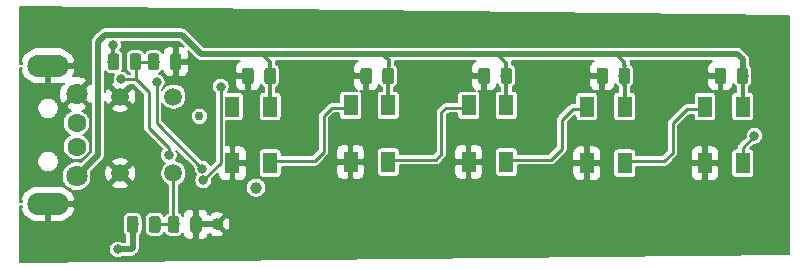
<source format=gtl>
G04 #@! TF.GenerationSoftware,KiCad,Pcbnew,(5.1.0)-1*
G04 #@! TF.CreationDate,2019-03-21T22:27:58+09:00*
G04 #@! TF.ProjectId,JuicyLight32,4a756963-794c-4696-9768-7433322e6b69,rev?*
G04 #@! TF.SameCoordinates,Original*
G04 #@! TF.FileFunction,Copper,L1,Top*
G04 #@! TF.FilePolarity,Positive*
%FSLAX46Y46*%
G04 Gerber Fmt 4.6, Leading zero omitted, Abs format (unit mm)*
G04 Created by KiCad (PCBNEW (5.1.0)-1) date 2019-03-21 22:27:58*
%MOMM*%
%LPD*%
G04 APERTURE LIST*
%ADD10C,0.750000*%
%ADD11C,1.000000*%
%ADD12C,0.100000*%
%ADD13C,0.975000*%
%ADD14R,1.200000X1.800000*%
%ADD15C,1.500000*%
%ADD16C,1.600000*%
%ADD17C,1.800000*%
%ADD18O,3.500000X1.900000*%
%ADD19C,0.800000*%
%ADD20C,0.250000*%
%ADD21C,0.330000*%
%ADD22C,0.500000*%
%ADD23C,0.200000*%
G04 APERTURE END LIST*
D10*
X115610000Y-98430000D03*
D11*
X120400000Y-104470000D03*
X117100000Y-107550000D03*
D12*
G36*
X111992642Y-93101174D02*
G01*
X112016303Y-93104684D01*
X112039507Y-93110496D01*
X112062029Y-93118554D01*
X112083653Y-93128782D01*
X112104170Y-93141079D01*
X112123383Y-93155329D01*
X112141107Y-93171393D01*
X112157171Y-93189117D01*
X112171421Y-93208330D01*
X112183718Y-93228847D01*
X112193946Y-93250471D01*
X112202004Y-93272993D01*
X112207816Y-93296197D01*
X112211326Y-93319858D01*
X112212500Y-93343750D01*
X112212500Y-94256250D01*
X112211326Y-94280142D01*
X112207816Y-94303803D01*
X112202004Y-94327007D01*
X112193946Y-94349529D01*
X112183718Y-94371153D01*
X112171421Y-94391670D01*
X112157171Y-94410883D01*
X112141107Y-94428607D01*
X112123383Y-94444671D01*
X112104170Y-94458921D01*
X112083653Y-94471218D01*
X112062029Y-94481446D01*
X112039507Y-94489504D01*
X112016303Y-94495316D01*
X111992642Y-94498826D01*
X111968750Y-94500000D01*
X111481250Y-94500000D01*
X111457358Y-94498826D01*
X111433697Y-94495316D01*
X111410493Y-94489504D01*
X111387971Y-94481446D01*
X111366347Y-94471218D01*
X111345830Y-94458921D01*
X111326617Y-94444671D01*
X111308893Y-94428607D01*
X111292829Y-94410883D01*
X111278579Y-94391670D01*
X111266282Y-94371153D01*
X111256054Y-94349529D01*
X111247996Y-94327007D01*
X111242184Y-94303803D01*
X111238674Y-94280142D01*
X111237500Y-94256250D01*
X111237500Y-93343750D01*
X111238674Y-93319858D01*
X111242184Y-93296197D01*
X111247996Y-93272993D01*
X111256054Y-93250471D01*
X111266282Y-93228847D01*
X111278579Y-93208330D01*
X111292829Y-93189117D01*
X111308893Y-93171393D01*
X111326617Y-93155329D01*
X111345830Y-93141079D01*
X111366347Y-93128782D01*
X111387971Y-93118554D01*
X111410493Y-93110496D01*
X111433697Y-93104684D01*
X111457358Y-93101174D01*
X111481250Y-93100000D01*
X111968750Y-93100000D01*
X111992642Y-93101174D01*
X111992642Y-93101174D01*
G37*
D13*
X111725000Y-93800000D03*
D12*
G36*
X113867642Y-93101174D02*
G01*
X113891303Y-93104684D01*
X113914507Y-93110496D01*
X113937029Y-93118554D01*
X113958653Y-93128782D01*
X113979170Y-93141079D01*
X113998383Y-93155329D01*
X114016107Y-93171393D01*
X114032171Y-93189117D01*
X114046421Y-93208330D01*
X114058718Y-93228847D01*
X114068946Y-93250471D01*
X114077004Y-93272993D01*
X114082816Y-93296197D01*
X114086326Y-93319858D01*
X114087500Y-93343750D01*
X114087500Y-94256250D01*
X114086326Y-94280142D01*
X114082816Y-94303803D01*
X114077004Y-94327007D01*
X114068946Y-94349529D01*
X114058718Y-94371153D01*
X114046421Y-94391670D01*
X114032171Y-94410883D01*
X114016107Y-94428607D01*
X113998383Y-94444671D01*
X113979170Y-94458921D01*
X113958653Y-94471218D01*
X113937029Y-94481446D01*
X113914507Y-94489504D01*
X113891303Y-94495316D01*
X113867642Y-94498826D01*
X113843750Y-94500000D01*
X113356250Y-94500000D01*
X113332358Y-94498826D01*
X113308697Y-94495316D01*
X113285493Y-94489504D01*
X113262971Y-94481446D01*
X113241347Y-94471218D01*
X113220830Y-94458921D01*
X113201617Y-94444671D01*
X113183893Y-94428607D01*
X113167829Y-94410883D01*
X113153579Y-94391670D01*
X113141282Y-94371153D01*
X113131054Y-94349529D01*
X113122996Y-94327007D01*
X113117184Y-94303803D01*
X113113674Y-94280142D01*
X113112500Y-94256250D01*
X113112500Y-93343750D01*
X113113674Y-93319858D01*
X113117184Y-93296197D01*
X113122996Y-93272993D01*
X113131054Y-93250471D01*
X113141282Y-93228847D01*
X113153579Y-93208330D01*
X113167829Y-93189117D01*
X113183893Y-93171393D01*
X113201617Y-93155329D01*
X113220830Y-93141079D01*
X113241347Y-93128782D01*
X113262971Y-93118554D01*
X113285493Y-93110496D01*
X113308697Y-93104684D01*
X113332358Y-93101174D01*
X113356250Y-93100000D01*
X113843750Y-93100000D01*
X113867642Y-93101174D01*
X113867642Y-93101174D01*
G37*
D13*
X113600000Y-93800000D03*
D14*
X161600000Y-97600000D03*
X158400000Y-97600000D03*
X161600000Y-102400000D03*
X158400000Y-102400000D03*
X151600000Y-97600000D03*
X148400000Y-97600000D03*
X151600000Y-102400000D03*
X148400000Y-102400000D03*
X128400000Y-102300000D03*
X131600000Y-102300000D03*
X128400000Y-97500000D03*
X131600000Y-97500000D03*
X121600000Y-97600000D03*
X118400000Y-97600000D03*
X121600000Y-102400000D03*
X118400000Y-102400000D03*
X138400000Y-102300000D03*
X141600000Y-102300000D03*
X138400000Y-97500000D03*
X141600000Y-97500000D03*
D12*
G36*
X113692642Y-106876174D02*
G01*
X113716303Y-106879684D01*
X113739507Y-106885496D01*
X113762029Y-106893554D01*
X113783653Y-106903782D01*
X113804170Y-106916079D01*
X113823383Y-106930329D01*
X113841107Y-106946393D01*
X113857171Y-106964117D01*
X113871421Y-106983330D01*
X113883718Y-107003847D01*
X113893946Y-107025471D01*
X113902004Y-107047993D01*
X113907816Y-107071197D01*
X113911326Y-107094858D01*
X113912500Y-107118750D01*
X113912500Y-108031250D01*
X113911326Y-108055142D01*
X113907816Y-108078803D01*
X113902004Y-108102007D01*
X113893946Y-108124529D01*
X113883718Y-108146153D01*
X113871421Y-108166670D01*
X113857171Y-108185883D01*
X113841107Y-108203607D01*
X113823383Y-108219671D01*
X113804170Y-108233921D01*
X113783653Y-108246218D01*
X113762029Y-108256446D01*
X113739507Y-108264504D01*
X113716303Y-108270316D01*
X113692642Y-108273826D01*
X113668750Y-108275000D01*
X113181250Y-108275000D01*
X113157358Y-108273826D01*
X113133697Y-108270316D01*
X113110493Y-108264504D01*
X113087971Y-108256446D01*
X113066347Y-108246218D01*
X113045830Y-108233921D01*
X113026617Y-108219671D01*
X113008893Y-108203607D01*
X112992829Y-108185883D01*
X112978579Y-108166670D01*
X112966282Y-108146153D01*
X112956054Y-108124529D01*
X112947996Y-108102007D01*
X112942184Y-108078803D01*
X112938674Y-108055142D01*
X112937500Y-108031250D01*
X112937500Y-107118750D01*
X112938674Y-107094858D01*
X112942184Y-107071197D01*
X112947996Y-107047993D01*
X112956054Y-107025471D01*
X112966282Y-107003847D01*
X112978579Y-106983330D01*
X112992829Y-106964117D01*
X113008893Y-106946393D01*
X113026617Y-106930329D01*
X113045830Y-106916079D01*
X113066347Y-106903782D01*
X113087971Y-106893554D01*
X113110493Y-106885496D01*
X113133697Y-106879684D01*
X113157358Y-106876174D01*
X113181250Y-106875000D01*
X113668750Y-106875000D01*
X113692642Y-106876174D01*
X113692642Y-106876174D01*
G37*
D13*
X113425000Y-107575000D03*
D12*
G36*
X115567642Y-106876174D02*
G01*
X115591303Y-106879684D01*
X115614507Y-106885496D01*
X115637029Y-106893554D01*
X115658653Y-106903782D01*
X115679170Y-106916079D01*
X115698383Y-106930329D01*
X115716107Y-106946393D01*
X115732171Y-106964117D01*
X115746421Y-106983330D01*
X115758718Y-107003847D01*
X115768946Y-107025471D01*
X115777004Y-107047993D01*
X115782816Y-107071197D01*
X115786326Y-107094858D01*
X115787500Y-107118750D01*
X115787500Y-108031250D01*
X115786326Y-108055142D01*
X115782816Y-108078803D01*
X115777004Y-108102007D01*
X115768946Y-108124529D01*
X115758718Y-108146153D01*
X115746421Y-108166670D01*
X115732171Y-108185883D01*
X115716107Y-108203607D01*
X115698383Y-108219671D01*
X115679170Y-108233921D01*
X115658653Y-108246218D01*
X115637029Y-108256446D01*
X115614507Y-108264504D01*
X115591303Y-108270316D01*
X115567642Y-108273826D01*
X115543750Y-108275000D01*
X115056250Y-108275000D01*
X115032358Y-108273826D01*
X115008697Y-108270316D01*
X114985493Y-108264504D01*
X114962971Y-108256446D01*
X114941347Y-108246218D01*
X114920830Y-108233921D01*
X114901617Y-108219671D01*
X114883893Y-108203607D01*
X114867829Y-108185883D01*
X114853579Y-108166670D01*
X114841282Y-108146153D01*
X114831054Y-108124529D01*
X114822996Y-108102007D01*
X114817184Y-108078803D01*
X114813674Y-108055142D01*
X114812500Y-108031250D01*
X114812500Y-107118750D01*
X114813674Y-107094858D01*
X114817184Y-107071197D01*
X114822996Y-107047993D01*
X114831054Y-107025471D01*
X114841282Y-107003847D01*
X114853579Y-106983330D01*
X114867829Y-106964117D01*
X114883893Y-106946393D01*
X114901617Y-106930329D01*
X114920830Y-106916079D01*
X114941347Y-106903782D01*
X114962971Y-106893554D01*
X114985493Y-106885496D01*
X115008697Y-106879684D01*
X115032358Y-106876174D01*
X115056250Y-106875000D01*
X115543750Y-106875000D01*
X115567642Y-106876174D01*
X115567642Y-106876174D01*
G37*
D13*
X115300000Y-107575000D03*
D12*
G36*
X121855142Y-94301174D02*
G01*
X121878803Y-94304684D01*
X121902007Y-94310496D01*
X121924529Y-94318554D01*
X121946153Y-94328782D01*
X121966670Y-94341079D01*
X121985883Y-94355329D01*
X122003607Y-94371393D01*
X122019671Y-94389117D01*
X122033921Y-94408330D01*
X122046218Y-94428847D01*
X122056446Y-94450471D01*
X122064504Y-94472993D01*
X122070316Y-94496197D01*
X122073826Y-94519858D01*
X122075000Y-94543750D01*
X122075000Y-95456250D01*
X122073826Y-95480142D01*
X122070316Y-95503803D01*
X122064504Y-95527007D01*
X122056446Y-95549529D01*
X122046218Y-95571153D01*
X122033921Y-95591670D01*
X122019671Y-95610883D01*
X122003607Y-95628607D01*
X121985883Y-95644671D01*
X121966670Y-95658921D01*
X121946153Y-95671218D01*
X121924529Y-95681446D01*
X121902007Y-95689504D01*
X121878803Y-95695316D01*
X121855142Y-95698826D01*
X121831250Y-95700000D01*
X121343750Y-95700000D01*
X121319858Y-95698826D01*
X121296197Y-95695316D01*
X121272993Y-95689504D01*
X121250471Y-95681446D01*
X121228847Y-95671218D01*
X121208330Y-95658921D01*
X121189117Y-95644671D01*
X121171393Y-95628607D01*
X121155329Y-95610883D01*
X121141079Y-95591670D01*
X121128782Y-95571153D01*
X121118554Y-95549529D01*
X121110496Y-95527007D01*
X121104684Y-95503803D01*
X121101174Y-95480142D01*
X121100000Y-95456250D01*
X121100000Y-94543750D01*
X121101174Y-94519858D01*
X121104684Y-94496197D01*
X121110496Y-94472993D01*
X121118554Y-94450471D01*
X121128782Y-94428847D01*
X121141079Y-94408330D01*
X121155329Y-94389117D01*
X121171393Y-94371393D01*
X121189117Y-94355329D01*
X121208330Y-94341079D01*
X121228847Y-94328782D01*
X121250471Y-94318554D01*
X121272993Y-94310496D01*
X121296197Y-94304684D01*
X121319858Y-94301174D01*
X121343750Y-94300000D01*
X121831250Y-94300000D01*
X121855142Y-94301174D01*
X121855142Y-94301174D01*
G37*
D13*
X121587500Y-95000000D03*
D12*
G36*
X119980142Y-94301174D02*
G01*
X120003803Y-94304684D01*
X120027007Y-94310496D01*
X120049529Y-94318554D01*
X120071153Y-94328782D01*
X120091670Y-94341079D01*
X120110883Y-94355329D01*
X120128607Y-94371393D01*
X120144671Y-94389117D01*
X120158921Y-94408330D01*
X120171218Y-94428847D01*
X120181446Y-94450471D01*
X120189504Y-94472993D01*
X120195316Y-94496197D01*
X120198826Y-94519858D01*
X120200000Y-94543750D01*
X120200000Y-95456250D01*
X120198826Y-95480142D01*
X120195316Y-95503803D01*
X120189504Y-95527007D01*
X120181446Y-95549529D01*
X120171218Y-95571153D01*
X120158921Y-95591670D01*
X120144671Y-95610883D01*
X120128607Y-95628607D01*
X120110883Y-95644671D01*
X120091670Y-95658921D01*
X120071153Y-95671218D01*
X120049529Y-95681446D01*
X120027007Y-95689504D01*
X120003803Y-95695316D01*
X119980142Y-95698826D01*
X119956250Y-95700000D01*
X119468750Y-95700000D01*
X119444858Y-95698826D01*
X119421197Y-95695316D01*
X119397993Y-95689504D01*
X119375471Y-95681446D01*
X119353847Y-95671218D01*
X119333330Y-95658921D01*
X119314117Y-95644671D01*
X119296393Y-95628607D01*
X119280329Y-95610883D01*
X119266079Y-95591670D01*
X119253782Y-95571153D01*
X119243554Y-95549529D01*
X119235496Y-95527007D01*
X119229684Y-95503803D01*
X119226174Y-95480142D01*
X119225000Y-95456250D01*
X119225000Y-94543750D01*
X119226174Y-94519858D01*
X119229684Y-94496197D01*
X119235496Y-94472993D01*
X119243554Y-94450471D01*
X119253782Y-94428847D01*
X119266079Y-94408330D01*
X119280329Y-94389117D01*
X119296393Y-94371393D01*
X119314117Y-94355329D01*
X119333330Y-94341079D01*
X119353847Y-94328782D01*
X119375471Y-94318554D01*
X119397993Y-94310496D01*
X119421197Y-94304684D01*
X119444858Y-94301174D01*
X119468750Y-94300000D01*
X119956250Y-94300000D01*
X119980142Y-94301174D01*
X119980142Y-94301174D01*
G37*
D13*
X119712500Y-95000000D03*
D12*
G36*
X129980142Y-94301174D02*
G01*
X130003803Y-94304684D01*
X130027007Y-94310496D01*
X130049529Y-94318554D01*
X130071153Y-94328782D01*
X130091670Y-94341079D01*
X130110883Y-94355329D01*
X130128607Y-94371393D01*
X130144671Y-94389117D01*
X130158921Y-94408330D01*
X130171218Y-94428847D01*
X130181446Y-94450471D01*
X130189504Y-94472993D01*
X130195316Y-94496197D01*
X130198826Y-94519858D01*
X130200000Y-94543750D01*
X130200000Y-95456250D01*
X130198826Y-95480142D01*
X130195316Y-95503803D01*
X130189504Y-95527007D01*
X130181446Y-95549529D01*
X130171218Y-95571153D01*
X130158921Y-95591670D01*
X130144671Y-95610883D01*
X130128607Y-95628607D01*
X130110883Y-95644671D01*
X130091670Y-95658921D01*
X130071153Y-95671218D01*
X130049529Y-95681446D01*
X130027007Y-95689504D01*
X130003803Y-95695316D01*
X129980142Y-95698826D01*
X129956250Y-95700000D01*
X129468750Y-95700000D01*
X129444858Y-95698826D01*
X129421197Y-95695316D01*
X129397993Y-95689504D01*
X129375471Y-95681446D01*
X129353847Y-95671218D01*
X129333330Y-95658921D01*
X129314117Y-95644671D01*
X129296393Y-95628607D01*
X129280329Y-95610883D01*
X129266079Y-95591670D01*
X129253782Y-95571153D01*
X129243554Y-95549529D01*
X129235496Y-95527007D01*
X129229684Y-95503803D01*
X129226174Y-95480142D01*
X129225000Y-95456250D01*
X129225000Y-94543750D01*
X129226174Y-94519858D01*
X129229684Y-94496197D01*
X129235496Y-94472993D01*
X129243554Y-94450471D01*
X129253782Y-94428847D01*
X129266079Y-94408330D01*
X129280329Y-94389117D01*
X129296393Y-94371393D01*
X129314117Y-94355329D01*
X129333330Y-94341079D01*
X129353847Y-94328782D01*
X129375471Y-94318554D01*
X129397993Y-94310496D01*
X129421197Y-94304684D01*
X129444858Y-94301174D01*
X129468750Y-94300000D01*
X129956250Y-94300000D01*
X129980142Y-94301174D01*
X129980142Y-94301174D01*
G37*
D13*
X129712500Y-95000000D03*
D12*
G36*
X131855142Y-94301174D02*
G01*
X131878803Y-94304684D01*
X131902007Y-94310496D01*
X131924529Y-94318554D01*
X131946153Y-94328782D01*
X131966670Y-94341079D01*
X131985883Y-94355329D01*
X132003607Y-94371393D01*
X132019671Y-94389117D01*
X132033921Y-94408330D01*
X132046218Y-94428847D01*
X132056446Y-94450471D01*
X132064504Y-94472993D01*
X132070316Y-94496197D01*
X132073826Y-94519858D01*
X132075000Y-94543750D01*
X132075000Y-95456250D01*
X132073826Y-95480142D01*
X132070316Y-95503803D01*
X132064504Y-95527007D01*
X132056446Y-95549529D01*
X132046218Y-95571153D01*
X132033921Y-95591670D01*
X132019671Y-95610883D01*
X132003607Y-95628607D01*
X131985883Y-95644671D01*
X131966670Y-95658921D01*
X131946153Y-95671218D01*
X131924529Y-95681446D01*
X131902007Y-95689504D01*
X131878803Y-95695316D01*
X131855142Y-95698826D01*
X131831250Y-95700000D01*
X131343750Y-95700000D01*
X131319858Y-95698826D01*
X131296197Y-95695316D01*
X131272993Y-95689504D01*
X131250471Y-95681446D01*
X131228847Y-95671218D01*
X131208330Y-95658921D01*
X131189117Y-95644671D01*
X131171393Y-95628607D01*
X131155329Y-95610883D01*
X131141079Y-95591670D01*
X131128782Y-95571153D01*
X131118554Y-95549529D01*
X131110496Y-95527007D01*
X131104684Y-95503803D01*
X131101174Y-95480142D01*
X131100000Y-95456250D01*
X131100000Y-94543750D01*
X131101174Y-94519858D01*
X131104684Y-94496197D01*
X131110496Y-94472993D01*
X131118554Y-94450471D01*
X131128782Y-94428847D01*
X131141079Y-94408330D01*
X131155329Y-94389117D01*
X131171393Y-94371393D01*
X131189117Y-94355329D01*
X131208330Y-94341079D01*
X131228847Y-94328782D01*
X131250471Y-94318554D01*
X131272993Y-94310496D01*
X131296197Y-94304684D01*
X131319858Y-94301174D01*
X131343750Y-94300000D01*
X131831250Y-94300000D01*
X131855142Y-94301174D01*
X131855142Y-94301174D01*
G37*
D13*
X131587500Y-95000000D03*
D12*
G36*
X141855142Y-94301174D02*
G01*
X141878803Y-94304684D01*
X141902007Y-94310496D01*
X141924529Y-94318554D01*
X141946153Y-94328782D01*
X141966670Y-94341079D01*
X141985883Y-94355329D01*
X142003607Y-94371393D01*
X142019671Y-94389117D01*
X142033921Y-94408330D01*
X142046218Y-94428847D01*
X142056446Y-94450471D01*
X142064504Y-94472993D01*
X142070316Y-94496197D01*
X142073826Y-94519858D01*
X142075000Y-94543750D01*
X142075000Y-95456250D01*
X142073826Y-95480142D01*
X142070316Y-95503803D01*
X142064504Y-95527007D01*
X142056446Y-95549529D01*
X142046218Y-95571153D01*
X142033921Y-95591670D01*
X142019671Y-95610883D01*
X142003607Y-95628607D01*
X141985883Y-95644671D01*
X141966670Y-95658921D01*
X141946153Y-95671218D01*
X141924529Y-95681446D01*
X141902007Y-95689504D01*
X141878803Y-95695316D01*
X141855142Y-95698826D01*
X141831250Y-95700000D01*
X141343750Y-95700000D01*
X141319858Y-95698826D01*
X141296197Y-95695316D01*
X141272993Y-95689504D01*
X141250471Y-95681446D01*
X141228847Y-95671218D01*
X141208330Y-95658921D01*
X141189117Y-95644671D01*
X141171393Y-95628607D01*
X141155329Y-95610883D01*
X141141079Y-95591670D01*
X141128782Y-95571153D01*
X141118554Y-95549529D01*
X141110496Y-95527007D01*
X141104684Y-95503803D01*
X141101174Y-95480142D01*
X141100000Y-95456250D01*
X141100000Y-94543750D01*
X141101174Y-94519858D01*
X141104684Y-94496197D01*
X141110496Y-94472993D01*
X141118554Y-94450471D01*
X141128782Y-94428847D01*
X141141079Y-94408330D01*
X141155329Y-94389117D01*
X141171393Y-94371393D01*
X141189117Y-94355329D01*
X141208330Y-94341079D01*
X141228847Y-94328782D01*
X141250471Y-94318554D01*
X141272993Y-94310496D01*
X141296197Y-94304684D01*
X141319858Y-94301174D01*
X141343750Y-94300000D01*
X141831250Y-94300000D01*
X141855142Y-94301174D01*
X141855142Y-94301174D01*
G37*
D13*
X141587500Y-95000000D03*
D12*
G36*
X139980142Y-94301174D02*
G01*
X140003803Y-94304684D01*
X140027007Y-94310496D01*
X140049529Y-94318554D01*
X140071153Y-94328782D01*
X140091670Y-94341079D01*
X140110883Y-94355329D01*
X140128607Y-94371393D01*
X140144671Y-94389117D01*
X140158921Y-94408330D01*
X140171218Y-94428847D01*
X140181446Y-94450471D01*
X140189504Y-94472993D01*
X140195316Y-94496197D01*
X140198826Y-94519858D01*
X140200000Y-94543750D01*
X140200000Y-95456250D01*
X140198826Y-95480142D01*
X140195316Y-95503803D01*
X140189504Y-95527007D01*
X140181446Y-95549529D01*
X140171218Y-95571153D01*
X140158921Y-95591670D01*
X140144671Y-95610883D01*
X140128607Y-95628607D01*
X140110883Y-95644671D01*
X140091670Y-95658921D01*
X140071153Y-95671218D01*
X140049529Y-95681446D01*
X140027007Y-95689504D01*
X140003803Y-95695316D01*
X139980142Y-95698826D01*
X139956250Y-95700000D01*
X139468750Y-95700000D01*
X139444858Y-95698826D01*
X139421197Y-95695316D01*
X139397993Y-95689504D01*
X139375471Y-95681446D01*
X139353847Y-95671218D01*
X139333330Y-95658921D01*
X139314117Y-95644671D01*
X139296393Y-95628607D01*
X139280329Y-95610883D01*
X139266079Y-95591670D01*
X139253782Y-95571153D01*
X139243554Y-95549529D01*
X139235496Y-95527007D01*
X139229684Y-95503803D01*
X139226174Y-95480142D01*
X139225000Y-95456250D01*
X139225000Y-94543750D01*
X139226174Y-94519858D01*
X139229684Y-94496197D01*
X139235496Y-94472993D01*
X139243554Y-94450471D01*
X139253782Y-94428847D01*
X139266079Y-94408330D01*
X139280329Y-94389117D01*
X139296393Y-94371393D01*
X139314117Y-94355329D01*
X139333330Y-94341079D01*
X139353847Y-94328782D01*
X139375471Y-94318554D01*
X139397993Y-94310496D01*
X139421197Y-94304684D01*
X139444858Y-94301174D01*
X139468750Y-94300000D01*
X139956250Y-94300000D01*
X139980142Y-94301174D01*
X139980142Y-94301174D01*
G37*
D13*
X139712500Y-95000000D03*
D12*
G36*
X149980142Y-94301174D02*
G01*
X150003803Y-94304684D01*
X150027007Y-94310496D01*
X150049529Y-94318554D01*
X150071153Y-94328782D01*
X150091670Y-94341079D01*
X150110883Y-94355329D01*
X150128607Y-94371393D01*
X150144671Y-94389117D01*
X150158921Y-94408330D01*
X150171218Y-94428847D01*
X150181446Y-94450471D01*
X150189504Y-94472993D01*
X150195316Y-94496197D01*
X150198826Y-94519858D01*
X150200000Y-94543750D01*
X150200000Y-95456250D01*
X150198826Y-95480142D01*
X150195316Y-95503803D01*
X150189504Y-95527007D01*
X150181446Y-95549529D01*
X150171218Y-95571153D01*
X150158921Y-95591670D01*
X150144671Y-95610883D01*
X150128607Y-95628607D01*
X150110883Y-95644671D01*
X150091670Y-95658921D01*
X150071153Y-95671218D01*
X150049529Y-95681446D01*
X150027007Y-95689504D01*
X150003803Y-95695316D01*
X149980142Y-95698826D01*
X149956250Y-95700000D01*
X149468750Y-95700000D01*
X149444858Y-95698826D01*
X149421197Y-95695316D01*
X149397993Y-95689504D01*
X149375471Y-95681446D01*
X149353847Y-95671218D01*
X149333330Y-95658921D01*
X149314117Y-95644671D01*
X149296393Y-95628607D01*
X149280329Y-95610883D01*
X149266079Y-95591670D01*
X149253782Y-95571153D01*
X149243554Y-95549529D01*
X149235496Y-95527007D01*
X149229684Y-95503803D01*
X149226174Y-95480142D01*
X149225000Y-95456250D01*
X149225000Y-94543750D01*
X149226174Y-94519858D01*
X149229684Y-94496197D01*
X149235496Y-94472993D01*
X149243554Y-94450471D01*
X149253782Y-94428847D01*
X149266079Y-94408330D01*
X149280329Y-94389117D01*
X149296393Y-94371393D01*
X149314117Y-94355329D01*
X149333330Y-94341079D01*
X149353847Y-94328782D01*
X149375471Y-94318554D01*
X149397993Y-94310496D01*
X149421197Y-94304684D01*
X149444858Y-94301174D01*
X149468750Y-94300000D01*
X149956250Y-94300000D01*
X149980142Y-94301174D01*
X149980142Y-94301174D01*
G37*
D13*
X149712500Y-95000000D03*
D12*
G36*
X151855142Y-94301174D02*
G01*
X151878803Y-94304684D01*
X151902007Y-94310496D01*
X151924529Y-94318554D01*
X151946153Y-94328782D01*
X151966670Y-94341079D01*
X151985883Y-94355329D01*
X152003607Y-94371393D01*
X152019671Y-94389117D01*
X152033921Y-94408330D01*
X152046218Y-94428847D01*
X152056446Y-94450471D01*
X152064504Y-94472993D01*
X152070316Y-94496197D01*
X152073826Y-94519858D01*
X152075000Y-94543750D01*
X152075000Y-95456250D01*
X152073826Y-95480142D01*
X152070316Y-95503803D01*
X152064504Y-95527007D01*
X152056446Y-95549529D01*
X152046218Y-95571153D01*
X152033921Y-95591670D01*
X152019671Y-95610883D01*
X152003607Y-95628607D01*
X151985883Y-95644671D01*
X151966670Y-95658921D01*
X151946153Y-95671218D01*
X151924529Y-95681446D01*
X151902007Y-95689504D01*
X151878803Y-95695316D01*
X151855142Y-95698826D01*
X151831250Y-95700000D01*
X151343750Y-95700000D01*
X151319858Y-95698826D01*
X151296197Y-95695316D01*
X151272993Y-95689504D01*
X151250471Y-95681446D01*
X151228847Y-95671218D01*
X151208330Y-95658921D01*
X151189117Y-95644671D01*
X151171393Y-95628607D01*
X151155329Y-95610883D01*
X151141079Y-95591670D01*
X151128782Y-95571153D01*
X151118554Y-95549529D01*
X151110496Y-95527007D01*
X151104684Y-95503803D01*
X151101174Y-95480142D01*
X151100000Y-95456250D01*
X151100000Y-94543750D01*
X151101174Y-94519858D01*
X151104684Y-94496197D01*
X151110496Y-94472993D01*
X151118554Y-94450471D01*
X151128782Y-94428847D01*
X151141079Y-94408330D01*
X151155329Y-94389117D01*
X151171393Y-94371393D01*
X151189117Y-94355329D01*
X151208330Y-94341079D01*
X151228847Y-94328782D01*
X151250471Y-94318554D01*
X151272993Y-94310496D01*
X151296197Y-94304684D01*
X151319858Y-94301174D01*
X151343750Y-94300000D01*
X151831250Y-94300000D01*
X151855142Y-94301174D01*
X151855142Y-94301174D01*
G37*
D13*
X151587500Y-95000000D03*
D12*
G36*
X161855142Y-94301174D02*
G01*
X161878803Y-94304684D01*
X161902007Y-94310496D01*
X161924529Y-94318554D01*
X161946153Y-94328782D01*
X161966670Y-94341079D01*
X161985883Y-94355329D01*
X162003607Y-94371393D01*
X162019671Y-94389117D01*
X162033921Y-94408330D01*
X162046218Y-94428847D01*
X162056446Y-94450471D01*
X162064504Y-94472993D01*
X162070316Y-94496197D01*
X162073826Y-94519858D01*
X162075000Y-94543750D01*
X162075000Y-95456250D01*
X162073826Y-95480142D01*
X162070316Y-95503803D01*
X162064504Y-95527007D01*
X162056446Y-95549529D01*
X162046218Y-95571153D01*
X162033921Y-95591670D01*
X162019671Y-95610883D01*
X162003607Y-95628607D01*
X161985883Y-95644671D01*
X161966670Y-95658921D01*
X161946153Y-95671218D01*
X161924529Y-95681446D01*
X161902007Y-95689504D01*
X161878803Y-95695316D01*
X161855142Y-95698826D01*
X161831250Y-95700000D01*
X161343750Y-95700000D01*
X161319858Y-95698826D01*
X161296197Y-95695316D01*
X161272993Y-95689504D01*
X161250471Y-95681446D01*
X161228847Y-95671218D01*
X161208330Y-95658921D01*
X161189117Y-95644671D01*
X161171393Y-95628607D01*
X161155329Y-95610883D01*
X161141079Y-95591670D01*
X161128782Y-95571153D01*
X161118554Y-95549529D01*
X161110496Y-95527007D01*
X161104684Y-95503803D01*
X161101174Y-95480142D01*
X161100000Y-95456250D01*
X161100000Y-94543750D01*
X161101174Y-94519858D01*
X161104684Y-94496197D01*
X161110496Y-94472993D01*
X161118554Y-94450471D01*
X161128782Y-94428847D01*
X161141079Y-94408330D01*
X161155329Y-94389117D01*
X161171393Y-94371393D01*
X161189117Y-94355329D01*
X161208330Y-94341079D01*
X161228847Y-94328782D01*
X161250471Y-94318554D01*
X161272993Y-94310496D01*
X161296197Y-94304684D01*
X161319858Y-94301174D01*
X161343750Y-94300000D01*
X161831250Y-94300000D01*
X161855142Y-94301174D01*
X161855142Y-94301174D01*
G37*
D13*
X161587500Y-95000000D03*
D12*
G36*
X159980142Y-94301174D02*
G01*
X160003803Y-94304684D01*
X160027007Y-94310496D01*
X160049529Y-94318554D01*
X160071153Y-94328782D01*
X160091670Y-94341079D01*
X160110883Y-94355329D01*
X160128607Y-94371393D01*
X160144671Y-94389117D01*
X160158921Y-94408330D01*
X160171218Y-94428847D01*
X160181446Y-94450471D01*
X160189504Y-94472993D01*
X160195316Y-94496197D01*
X160198826Y-94519858D01*
X160200000Y-94543750D01*
X160200000Y-95456250D01*
X160198826Y-95480142D01*
X160195316Y-95503803D01*
X160189504Y-95527007D01*
X160181446Y-95549529D01*
X160171218Y-95571153D01*
X160158921Y-95591670D01*
X160144671Y-95610883D01*
X160128607Y-95628607D01*
X160110883Y-95644671D01*
X160091670Y-95658921D01*
X160071153Y-95671218D01*
X160049529Y-95681446D01*
X160027007Y-95689504D01*
X160003803Y-95695316D01*
X159980142Y-95698826D01*
X159956250Y-95700000D01*
X159468750Y-95700000D01*
X159444858Y-95698826D01*
X159421197Y-95695316D01*
X159397993Y-95689504D01*
X159375471Y-95681446D01*
X159353847Y-95671218D01*
X159333330Y-95658921D01*
X159314117Y-95644671D01*
X159296393Y-95628607D01*
X159280329Y-95610883D01*
X159266079Y-95591670D01*
X159253782Y-95571153D01*
X159243554Y-95549529D01*
X159235496Y-95527007D01*
X159229684Y-95503803D01*
X159226174Y-95480142D01*
X159225000Y-95456250D01*
X159225000Y-94543750D01*
X159226174Y-94519858D01*
X159229684Y-94496197D01*
X159235496Y-94472993D01*
X159243554Y-94450471D01*
X159253782Y-94428847D01*
X159266079Y-94408330D01*
X159280329Y-94389117D01*
X159296393Y-94371393D01*
X159314117Y-94355329D01*
X159333330Y-94341079D01*
X159353847Y-94328782D01*
X159375471Y-94318554D01*
X159397993Y-94310496D01*
X159421197Y-94304684D01*
X159444858Y-94301174D01*
X159468750Y-94300000D01*
X159956250Y-94300000D01*
X159980142Y-94301174D01*
X159980142Y-94301174D01*
G37*
D13*
X159712500Y-95000000D03*
D15*
X108900000Y-96750000D03*
X113400000Y-96750000D03*
X108900000Y-103250000D03*
X113400000Y-103250000D03*
D16*
X105200000Y-101000000D03*
X105200000Y-99000000D03*
D17*
X105200000Y-103500000D03*
X105200000Y-96500000D03*
D18*
X102800000Y-105850000D03*
X102800000Y-94150000D03*
D12*
G36*
X112092642Y-106876174D02*
G01*
X112116303Y-106879684D01*
X112139507Y-106885496D01*
X112162029Y-106893554D01*
X112183653Y-106903782D01*
X112204170Y-106916079D01*
X112223383Y-106930329D01*
X112241107Y-106946393D01*
X112257171Y-106964117D01*
X112271421Y-106983330D01*
X112283718Y-107003847D01*
X112293946Y-107025471D01*
X112302004Y-107047993D01*
X112307816Y-107071197D01*
X112311326Y-107094858D01*
X112312500Y-107118750D01*
X112312500Y-108031250D01*
X112311326Y-108055142D01*
X112307816Y-108078803D01*
X112302004Y-108102007D01*
X112293946Y-108124529D01*
X112283718Y-108146153D01*
X112271421Y-108166670D01*
X112257171Y-108185883D01*
X112241107Y-108203607D01*
X112223383Y-108219671D01*
X112204170Y-108233921D01*
X112183653Y-108246218D01*
X112162029Y-108256446D01*
X112139507Y-108264504D01*
X112116303Y-108270316D01*
X112092642Y-108273826D01*
X112068750Y-108275000D01*
X111581250Y-108275000D01*
X111557358Y-108273826D01*
X111533697Y-108270316D01*
X111510493Y-108264504D01*
X111487971Y-108256446D01*
X111466347Y-108246218D01*
X111445830Y-108233921D01*
X111426617Y-108219671D01*
X111408893Y-108203607D01*
X111392829Y-108185883D01*
X111378579Y-108166670D01*
X111366282Y-108146153D01*
X111356054Y-108124529D01*
X111347996Y-108102007D01*
X111342184Y-108078803D01*
X111338674Y-108055142D01*
X111337500Y-108031250D01*
X111337500Y-107118750D01*
X111338674Y-107094858D01*
X111342184Y-107071197D01*
X111347996Y-107047993D01*
X111356054Y-107025471D01*
X111366282Y-107003847D01*
X111378579Y-106983330D01*
X111392829Y-106964117D01*
X111408893Y-106946393D01*
X111426617Y-106930329D01*
X111445830Y-106916079D01*
X111466347Y-106903782D01*
X111487971Y-106893554D01*
X111510493Y-106885496D01*
X111533697Y-106879684D01*
X111557358Y-106876174D01*
X111581250Y-106875000D01*
X112068750Y-106875000D01*
X112092642Y-106876174D01*
X112092642Y-106876174D01*
G37*
D13*
X111825000Y-107575000D03*
D12*
G36*
X110217642Y-106876174D02*
G01*
X110241303Y-106879684D01*
X110264507Y-106885496D01*
X110287029Y-106893554D01*
X110308653Y-106903782D01*
X110329170Y-106916079D01*
X110348383Y-106930329D01*
X110366107Y-106946393D01*
X110382171Y-106964117D01*
X110396421Y-106983330D01*
X110408718Y-107003847D01*
X110418946Y-107025471D01*
X110427004Y-107047993D01*
X110432816Y-107071197D01*
X110436326Y-107094858D01*
X110437500Y-107118750D01*
X110437500Y-108031250D01*
X110436326Y-108055142D01*
X110432816Y-108078803D01*
X110427004Y-108102007D01*
X110418946Y-108124529D01*
X110408718Y-108146153D01*
X110396421Y-108166670D01*
X110382171Y-108185883D01*
X110366107Y-108203607D01*
X110348383Y-108219671D01*
X110329170Y-108233921D01*
X110308653Y-108246218D01*
X110287029Y-108256446D01*
X110264507Y-108264504D01*
X110241303Y-108270316D01*
X110217642Y-108273826D01*
X110193750Y-108275000D01*
X109706250Y-108275000D01*
X109682358Y-108273826D01*
X109658697Y-108270316D01*
X109635493Y-108264504D01*
X109612971Y-108256446D01*
X109591347Y-108246218D01*
X109570830Y-108233921D01*
X109551617Y-108219671D01*
X109533893Y-108203607D01*
X109517829Y-108185883D01*
X109503579Y-108166670D01*
X109491282Y-108146153D01*
X109481054Y-108124529D01*
X109472996Y-108102007D01*
X109467184Y-108078803D01*
X109463674Y-108055142D01*
X109462500Y-108031250D01*
X109462500Y-107118750D01*
X109463674Y-107094858D01*
X109467184Y-107071197D01*
X109472996Y-107047993D01*
X109481054Y-107025471D01*
X109491282Y-107003847D01*
X109503579Y-106983330D01*
X109517829Y-106964117D01*
X109533893Y-106946393D01*
X109551617Y-106930329D01*
X109570830Y-106916079D01*
X109591347Y-106903782D01*
X109612971Y-106893554D01*
X109635493Y-106885496D01*
X109658697Y-106879684D01*
X109682358Y-106876174D01*
X109706250Y-106875000D01*
X110193750Y-106875000D01*
X110217642Y-106876174D01*
X110217642Y-106876174D01*
G37*
D13*
X109950000Y-107575000D03*
D12*
G36*
X108592642Y-93101174D02*
G01*
X108616303Y-93104684D01*
X108639507Y-93110496D01*
X108662029Y-93118554D01*
X108683653Y-93128782D01*
X108704170Y-93141079D01*
X108723383Y-93155329D01*
X108741107Y-93171393D01*
X108757171Y-93189117D01*
X108771421Y-93208330D01*
X108783718Y-93228847D01*
X108793946Y-93250471D01*
X108802004Y-93272993D01*
X108807816Y-93296197D01*
X108811326Y-93319858D01*
X108812500Y-93343750D01*
X108812500Y-94256250D01*
X108811326Y-94280142D01*
X108807816Y-94303803D01*
X108802004Y-94327007D01*
X108793946Y-94349529D01*
X108783718Y-94371153D01*
X108771421Y-94391670D01*
X108757171Y-94410883D01*
X108741107Y-94428607D01*
X108723383Y-94444671D01*
X108704170Y-94458921D01*
X108683653Y-94471218D01*
X108662029Y-94481446D01*
X108639507Y-94489504D01*
X108616303Y-94495316D01*
X108592642Y-94498826D01*
X108568750Y-94500000D01*
X108081250Y-94500000D01*
X108057358Y-94498826D01*
X108033697Y-94495316D01*
X108010493Y-94489504D01*
X107987971Y-94481446D01*
X107966347Y-94471218D01*
X107945830Y-94458921D01*
X107926617Y-94444671D01*
X107908893Y-94428607D01*
X107892829Y-94410883D01*
X107878579Y-94391670D01*
X107866282Y-94371153D01*
X107856054Y-94349529D01*
X107847996Y-94327007D01*
X107842184Y-94303803D01*
X107838674Y-94280142D01*
X107837500Y-94256250D01*
X107837500Y-93343750D01*
X107838674Y-93319858D01*
X107842184Y-93296197D01*
X107847996Y-93272993D01*
X107856054Y-93250471D01*
X107866282Y-93228847D01*
X107878579Y-93208330D01*
X107892829Y-93189117D01*
X107908893Y-93171393D01*
X107926617Y-93155329D01*
X107945830Y-93141079D01*
X107966347Y-93128782D01*
X107987971Y-93118554D01*
X108010493Y-93110496D01*
X108033697Y-93104684D01*
X108057358Y-93101174D01*
X108081250Y-93100000D01*
X108568750Y-93100000D01*
X108592642Y-93101174D01*
X108592642Y-93101174D01*
G37*
D13*
X108325000Y-93800000D03*
D12*
G36*
X110467642Y-93101174D02*
G01*
X110491303Y-93104684D01*
X110514507Y-93110496D01*
X110537029Y-93118554D01*
X110558653Y-93128782D01*
X110579170Y-93141079D01*
X110598383Y-93155329D01*
X110616107Y-93171393D01*
X110632171Y-93189117D01*
X110646421Y-93208330D01*
X110658718Y-93228847D01*
X110668946Y-93250471D01*
X110677004Y-93272993D01*
X110682816Y-93296197D01*
X110686326Y-93319858D01*
X110687500Y-93343750D01*
X110687500Y-94256250D01*
X110686326Y-94280142D01*
X110682816Y-94303803D01*
X110677004Y-94327007D01*
X110668946Y-94349529D01*
X110658718Y-94371153D01*
X110646421Y-94391670D01*
X110632171Y-94410883D01*
X110616107Y-94428607D01*
X110598383Y-94444671D01*
X110579170Y-94458921D01*
X110558653Y-94471218D01*
X110537029Y-94481446D01*
X110514507Y-94489504D01*
X110491303Y-94495316D01*
X110467642Y-94498826D01*
X110443750Y-94500000D01*
X109956250Y-94500000D01*
X109932358Y-94498826D01*
X109908697Y-94495316D01*
X109885493Y-94489504D01*
X109862971Y-94481446D01*
X109841347Y-94471218D01*
X109820830Y-94458921D01*
X109801617Y-94444671D01*
X109783893Y-94428607D01*
X109767829Y-94410883D01*
X109753579Y-94391670D01*
X109741282Y-94371153D01*
X109731054Y-94349529D01*
X109722996Y-94327007D01*
X109717184Y-94303803D01*
X109713674Y-94280142D01*
X109712500Y-94256250D01*
X109712500Y-93343750D01*
X109713674Y-93319858D01*
X109717184Y-93296197D01*
X109722996Y-93272993D01*
X109731054Y-93250471D01*
X109741282Y-93228847D01*
X109753579Y-93208330D01*
X109767829Y-93189117D01*
X109783893Y-93171393D01*
X109801617Y-93155329D01*
X109820830Y-93141079D01*
X109841347Y-93128782D01*
X109862971Y-93118554D01*
X109885493Y-93110496D01*
X109908697Y-93104684D01*
X109932358Y-93101174D01*
X109956250Y-93100000D01*
X110443750Y-93100000D01*
X110467642Y-93101174D01*
X110467642Y-93101174D01*
G37*
D13*
X110200000Y-93800000D03*
D19*
X124470000Y-107000000D03*
X130000000Y-107000000D03*
X140000000Y-107000000D03*
X150000000Y-107000000D03*
X160000000Y-107000000D03*
X120000000Y-91000000D03*
X130000000Y-91000000D03*
X140000000Y-91000000D03*
X150000000Y-91000000D03*
X160000000Y-91000000D03*
X114750000Y-99900000D03*
X108300000Y-92400000D03*
X108700000Y-109700000D03*
X109001479Y-95300000D03*
X113000000Y-101700000D03*
X111980000Y-95540000D03*
X115860000Y-102850000D03*
X117400000Y-95900000D03*
X115921422Y-103848114D03*
X162600000Y-100075000D03*
D20*
X158400000Y-102200000D02*
X158400000Y-104720000D01*
X158400000Y-104720000D02*
X157330000Y-105790000D01*
D21*
X118400000Y-102200000D02*
X118400000Y-105790000D01*
X128400000Y-102100000D02*
X128400000Y-104970000D01*
D20*
X128400000Y-104970000D02*
X127580000Y-105790000D01*
X127580000Y-105790000D02*
X118400000Y-105790000D01*
X138400000Y-105040000D02*
X137650000Y-105790000D01*
D21*
X138400000Y-102100000D02*
X138400000Y-105040000D01*
D20*
X137650000Y-105790000D02*
X127580000Y-105790000D01*
X148400000Y-104980000D02*
X147590000Y-105790000D01*
D21*
X148400000Y-102200000D02*
X148400000Y-104980000D01*
D20*
X157330000Y-105790000D02*
X147590000Y-105790000D01*
X147590000Y-105790000D02*
X137650000Y-105790000D01*
X117075000Y-107575000D02*
X117100000Y-107550000D01*
D22*
X115300000Y-107575000D02*
X117075000Y-107575000D01*
D21*
X117599999Y-107050001D02*
X118400000Y-106250000D01*
X117100000Y-107550000D02*
X117599999Y-107050001D01*
X118400000Y-105790000D02*
X118400000Y-106250000D01*
D20*
X111825000Y-107575000D02*
X113425000Y-107575000D01*
X113400000Y-107550000D02*
X113425000Y-107575000D01*
X113400000Y-103250000D02*
X113400000Y-107550000D01*
X121587500Y-97787500D02*
X121600000Y-97800000D01*
D21*
X121587500Y-95000000D02*
X121587500Y-97787500D01*
D20*
X131587500Y-97687500D02*
X131600000Y-97700000D01*
D21*
X131587500Y-95000000D02*
X131587500Y-97687500D01*
X141600000Y-95812500D02*
X141600000Y-97700000D01*
D20*
X141587500Y-95800000D02*
X141600000Y-95812500D01*
X141587500Y-95000000D02*
X141587500Y-95800000D01*
D21*
X151600000Y-95812500D02*
X151600000Y-97800000D01*
D20*
X151587500Y-95800000D02*
X151600000Y-95812500D01*
D21*
X151587500Y-95000000D02*
X151587500Y-95800000D01*
D20*
X161587500Y-97787500D02*
X161600000Y-97800000D01*
D21*
X161587500Y-95000000D02*
X161587500Y-97787500D01*
D22*
X161125000Y-93125000D02*
X161587500Y-93587500D01*
X161587500Y-93587500D02*
X161587500Y-95000000D01*
D21*
X151587500Y-94200000D02*
X151600000Y-94187500D01*
D20*
X151587500Y-95000000D02*
X151587500Y-94200000D01*
D22*
X151375000Y-93125000D02*
X161125000Y-93125000D01*
D21*
X121587500Y-93837500D02*
X120875000Y-93125000D01*
X121587500Y-95000000D02*
X121587500Y-93837500D01*
D20*
X131587500Y-94200000D02*
X131620000Y-94167500D01*
X131587500Y-95000000D02*
X131587500Y-94200000D01*
D22*
X120875000Y-93125000D02*
X131100000Y-93125000D01*
D21*
X131620000Y-93645000D02*
X131100000Y-93125000D01*
X131620000Y-94167500D02*
X131620000Y-93645000D01*
X141587500Y-95000000D02*
X141587500Y-93947500D01*
D20*
X140765000Y-93125000D02*
X140730000Y-93125000D01*
D21*
X141587500Y-93947500D02*
X140765000Y-93125000D01*
D22*
X131100000Y-93125000D02*
X140730000Y-93125000D01*
D21*
X151587500Y-94200000D02*
X151587500Y-93812500D01*
X151587500Y-93812500D02*
X150900000Y-93125000D01*
D22*
X140730000Y-93125000D02*
X150900000Y-93125000D01*
X150900000Y-93125000D02*
X151375000Y-93125000D01*
X120875000Y-93125000D02*
X115725000Y-93125000D01*
X115725000Y-93125000D02*
X114100000Y-91500000D01*
X114100000Y-91500000D02*
X107600000Y-91500000D01*
X107000000Y-92100000D02*
X107000000Y-101700000D01*
X105200000Y-103500000D02*
X107000000Y-101700000D01*
X107600000Y-91500000D02*
X107000000Y-92100000D01*
D20*
X109905000Y-107530000D02*
X109950000Y-107575000D01*
X108325000Y-92425000D02*
X108300000Y-92400000D01*
D21*
X108325000Y-93800000D02*
X108325000Y-92425000D01*
D22*
X108700000Y-109700000D02*
X109800000Y-109700000D01*
X109950000Y-109550000D02*
X109950000Y-107575000D01*
X109800000Y-109700000D02*
X109950000Y-109550000D01*
D20*
X113000000Y-101134315D02*
X111300000Y-99434315D01*
X113000000Y-101700000D02*
X113000000Y-101134315D01*
X111300000Y-99434315D02*
X111300000Y-96400000D01*
X110200000Y-95300000D02*
X109001479Y-95300000D01*
X111300000Y-96400000D02*
X110200000Y-95300000D01*
X110200000Y-93800000D02*
X111725000Y-93800000D01*
X110200000Y-93800000D02*
X110200000Y-95300000D01*
X111980000Y-98970000D02*
X111980000Y-95540000D01*
X115860000Y-102850000D02*
X111980000Y-98970000D01*
X117400000Y-95900000D02*
X117400000Y-102369536D01*
X117400000Y-102369536D02*
X115921422Y-103848114D01*
X138400000Y-97700000D02*
X136500000Y-97700000D01*
X136500000Y-97700000D02*
X136100000Y-98100000D01*
X136100000Y-98100000D02*
X136100000Y-101600000D01*
X135600000Y-102100000D02*
X131600000Y-102100000D01*
X136100000Y-101600000D02*
X135600000Y-102100000D01*
X128400000Y-97700000D02*
X126825000Y-97700000D01*
X126825000Y-97700000D02*
X126125000Y-98400000D01*
X126125000Y-98400000D02*
X126125000Y-101425000D01*
X125350000Y-102200000D02*
X121600000Y-102200000D01*
X126125000Y-101425000D02*
X125350000Y-102200000D01*
X148400000Y-97800000D02*
X147200000Y-97800000D01*
X147200000Y-97800000D02*
X146300000Y-98700000D01*
X146300000Y-98700000D02*
X146300000Y-101150000D01*
X145350000Y-102100000D02*
X141600000Y-102100000D01*
X146300000Y-101150000D02*
X145350000Y-102100000D01*
X158400000Y-97800000D02*
X156900000Y-97800000D01*
X156900000Y-97800000D02*
X155675000Y-99025000D01*
X155675000Y-99025000D02*
X155675000Y-101500000D01*
X154975000Y-102200000D02*
X151600000Y-102200000D01*
X155675000Y-101500000D02*
X154975000Y-102200000D01*
X161600000Y-101075000D02*
X162600000Y-100075000D01*
X161600000Y-102200000D02*
X161600000Y-101075000D01*
D23*
G36*
X165546000Y-89948870D02*
G01*
X165546001Y-110051130D01*
X100454000Y-110790812D01*
X100454000Y-109625738D01*
X107946000Y-109625738D01*
X107946000Y-109774262D01*
X107974976Y-109919934D01*
X108031814Y-110057153D01*
X108114330Y-110180647D01*
X108219353Y-110285670D01*
X108342847Y-110368186D01*
X108480066Y-110425024D01*
X108625738Y-110454000D01*
X108774262Y-110454000D01*
X108919934Y-110425024D01*
X109057153Y-110368186D01*
X109153214Y-110304000D01*
X109770333Y-110304000D01*
X109800000Y-110306922D01*
X109829667Y-110304000D01*
X109918405Y-110295260D01*
X110032259Y-110260723D01*
X110137188Y-110204637D01*
X110229159Y-110129159D01*
X110248078Y-110106106D01*
X110356107Y-109998077D01*
X110379159Y-109979159D01*
X110454637Y-109887188D01*
X110510723Y-109782259D01*
X110545260Y-109668405D01*
X110554000Y-109579667D01*
X110554000Y-109579666D01*
X110556922Y-109550001D01*
X110554000Y-109520334D01*
X110554000Y-108507356D01*
X110617634Y-108455134D01*
X110692184Y-108364293D01*
X110747581Y-108260654D01*
X110781694Y-108148199D01*
X110793212Y-108031250D01*
X110793212Y-107118750D01*
X110781694Y-107001801D01*
X110747581Y-106889346D01*
X110692184Y-106785707D01*
X110617634Y-106694866D01*
X110526793Y-106620316D01*
X110423154Y-106564919D01*
X110310699Y-106530806D01*
X110193750Y-106519288D01*
X109706250Y-106519288D01*
X109589301Y-106530806D01*
X109476846Y-106564919D01*
X109373207Y-106620316D01*
X109282366Y-106694866D01*
X109207816Y-106785707D01*
X109152419Y-106889346D01*
X109118306Y-107001801D01*
X109106788Y-107118750D01*
X109106788Y-108031250D01*
X109118306Y-108148199D01*
X109152419Y-108260654D01*
X109207816Y-108364293D01*
X109282366Y-108455134D01*
X109346001Y-108507357D01*
X109346000Y-109096000D01*
X109153214Y-109096000D01*
X109057153Y-109031814D01*
X108919934Y-108974976D01*
X108774262Y-108946000D01*
X108625738Y-108946000D01*
X108480066Y-108974976D01*
X108342847Y-109031814D01*
X108219353Y-109114330D01*
X108114330Y-109219353D01*
X108031814Y-109342847D01*
X107974976Y-109480066D01*
X107946000Y-109625738D01*
X100454000Y-109625738D01*
X100454000Y-106004002D01*
X100602458Y-106004002D01*
X100492809Y-106244635D01*
X100501662Y-106303943D01*
X100619012Y-106587532D01*
X100789433Y-106842778D01*
X101006375Y-107059872D01*
X101261501Y-107230471D01*
X101545008Y-107348020D01*
X101846000Y-107408000D01*
X102646000Y-107408000D01*
X102646000Y-106004000D01*
X102954000Y-106004000D01*
X102954000Y-107408000D01*
X103754000Y-107408000D01*
X104054992Y-107348020D01*
X104338499Y-107230471D01*
X104593625Y-107059872D01*
X104810567Y-106842778D01*
X104980988Y-106587532D01*
X105098338Y-106303943D01*
X105107191Y-106244635D01*
X104997541Y-106004000D01*
X102954000Y-106004000D01*
X102646000Y-106004000D01*
X102626000Y-106004000D01*
X102626000Y-105696000D01*
X102646000Y-105696000D01*
X102646000Y-105676000D01*
X102954000Y-105676000D01*
X102954000Y-105696000D01*
X104997541Y-105696000D01*
X105107191Y-105455365D01*
X105098338Y-105396057D01*
X104980988Y-105112468D01*
X104810567Y-104857222D01*
X104593625Y-104640128D01*
X104338499Y-104469529D01*
X104054992Y-104351980D01*
X103754000Y-104292000D01*
X101846000Y-104292000D01*
X101545008Y-104351980D01*
X101261501Y-104469529D01*
X101006375Y-104640128D01*
X100789433Y-104857222D01*
X100619012Y-105112468D01*
X100501662Y-105396057D01*
X100492809Y-105455365D01*
X100602458Y-105695998D01*
X100454000Y-105695998D01*
X100454000Y-103376492D01*
X103946000Y-103376492D01*
X103946000Y-103623508D01*
X103994190Y-103865778D01*
X104088719Y-104093992D01*
X104225954Y-104299379D01*
X104400621Y-104474046D01*
X104606008Y-104611281D01*
X104834222Y-104705810D01*
X105076492Y-104754000D01*
X105323508Y-104754000D01*
X105565778Y-104705810D01*
X105793992Y-104611281D01*
X105999379Y-104474046D01*
X106174046Y-104299379D01*
X106234188Y-104209369D01*
X108158420Y-104209369D01*
X108227638Y-104437427D01*
X108472213Y-104545782D01*
X108733227Y-104604341D01*
X109000650Y-104610853D01*
X109264205Y-104565069D01*
X109513764Y-104468747D01*
X109572362Y-104437427D01*
X109641580Y-104209369D01*
X108900000Y-103467789D01*
X108158420Y-104209369D01*
X106234188Y-104209369D01*
X106311281Y-104093992D01*
X106405810Y-103865778D01*
X106454000Y-103623508D01*
X106454000Y-103376492D01*
X106448860Y-103350650D01*
X107539147Y-103350650D01*
X107584931Y-103614205D01*
X107681253Y-103863764D01*
X107712573Y-103922362D01*
X107940631Y-103991580D01*
X108682211Y-103250000D01*
X109117789Y-103250000D01*
X109859369Y-103991580D01*
X110087427Y-103922362D01*
X110195782Y-103677787D01*
X110254341Y-103416773D01*
X110260853Y-103149350D01*
X110215069Y-102885795D01*
X110118747Y-102636236D01*
X110087427Y-102577638D01*
X109859369Y-102508420D01*
X109117789Y-103250000D01*
X108682211Y-103250000D01*
X107940631Y-102508420D01*
X107712573Y-102577638D01*
X107604218Y-102822213D01*
X107545659Y-103083227D01*
X107539147Y-103350650D01*
X106448860Y-103350650D01*
X106408158Y-103146026D01*
X107263553Y-102290631D01*
X108158420Y-102290631D01*
X108900000Y-103032211D01*
X109641580Y-102290631D01*
X109572362Y-102062573D01*
X109327787Y-101954218D01*
X109066773Y-101895659D01*
X108799350Y-101889147D01*
X108535795Y-101934931D01*
X108286236Y-102031253D01*
X108227638Y-102062573D01*
X108158420Y-102290631D01*
X107263553Y-102290631D01*
X107406112Y-102148073D01*
X107429159Y-102129159D01*
X107504637Y-102037188D01*
X107560723Y-101932259D01*
X107595260Y-101818405D01*
X107604000Y-101729667D01*
X107604000Y-101729665D01*
X107606922Y-101700001D01*
X107604000Y-101670336D01*
X107604000Y-97709369D01*
X108158420Y-97709369D01*
X108227638Y-97937427D01*
X108472213Y-98045782D01*
X108733227Y-98104341D01*
X109000650Y-98110853D01*
X109264205Y-98065069D01*
X109513764Y-97968747D01*
X109572362Y-97937427D01*
X109641580Y-97709369D01*
X108900000Y-96967789D01*
X108158420Y-97709369D01*
X107604000Y-97709369D01*
X107604000Y-97163611D01*
X107681253Y-97363764D01*
X107712573Y-97422362D01*
X107940631Y-97491580D01*
X108682211Y-96750000D01*
X109117789Y-96750000D01*
X109859369Y-97491580D01*
X110087427Y-97422362D01*
X110195782Y-97177787D01*
X110254341Y-96916773D01*
X110260853Y-96649350D01*
X110215069Y-96385795D01*
X110118747Y-96136236D01*
X110087427Y-96077638D01*
X109859369Y-96008420D01*
X109117789Y-96750000D01*
X108682211Y-96750000D01*
X107940631Y-96008420D01*
X107712573Y-96077638D01*
X107604218Y-96322213D01*
X107604000Y-96323185D01*
X107604000Y-94615106D01*
X107657366Y-94680134D01*
X107748207Y-94754684D01*
X107851846Y-94810081D01*
X107964301Y-94844194D01*
X108081250Y-94855712D01*
X108391515Y-94855712D01*
X108333293Y-94942847D01*
X108276455Y-95080066D01*
X108247479Y-95225738D01*
X108247479Y-95374262D01*
X108276455Y-95519934D01*
X108282067Y-95533482D01*
X108227638Y-95562573D01*
X108158420Y-95790631D01*
X108900000Y-96532211D01*
X109641580Y-95790631D01*
X109638050Y-95779000D01*
X110001593Y-95779000D01*
X110821001Y-96598409D01*
X110821000Y-99410792D01*
X110818683Y-99434315D01*
X110821000Y-99457838D01*
X110821000Y-99457840D01*
X110827931Y-99528214D01*
X110855321Y-99618506D01*
X110899800Y-99701720D01*
X110959657Y-99774658D01*
X110977940Y-99789662D01*
X112411646Y-101223369D01*
X112331814Y-101342847D01*
X112274976Y-101480066D01*
X112246000Y-101625738D01*
X112246000Y-101774262D01*
X112274976Y-101919934D01*
X112331814Y-102057153D01*
X112414330Y-102180647D01*
X112519353Y-102285670D01*
X112642847Y-102368186D01*
X112698241Y-102391131D01*
X112696241Y-102392467D01*
X112542467Y-102546241D01*
X112421648Y-102727060D01*
X112338426Y-102927975D01*
X112296000Y-103141265D01*
X112296000Y-103358735D01*
X112338426Y-103572025D01*
X112421648Y-103772940D01*
X112542467Y-103953759D01*
X112696241Y-104107533D01*
X112877060Y-104228352D01*
X112921000Y-104246553D01*
X112921001Y-106581406D01*
X112848207Y-106620316D01*
X112757366Y-106694866D01*
X112682816Y-106785707D01*
X112627419Y-106889346D01*
X112625000Y-106897320D01*
X112622581Y-106889346D01*
X112567184Y-106785707D01*
X112492634Y-106694866D01*
X112401793Y-106620316D01*
X112298154Y-106564919D01*
X112185699Y-106530806D01*
X112068750Y-106519288D01*
X111581250Y-106519288D01*
X111464301Y-106530806D01*
X111351846Y-106564919D01*
X111248207Y-106620316D01*
X111157366Y-106694866D01*
X111082816Y-106785707D01*
X111027419Y-106889346D01*
X110993306Y-107001801D01*
X110981788Y-107118750D01*
X110981788Y-108031250D01*
X110993306Y-108148199D01*
X111027419Y-108260654D01*
X111082816Y-108364293D01*
X111157366Y-108455134D01*
X111248207Y-108529684D01*
X111351846Y-108585081D01*
X111464301Y-108619194D01*
X111581250Y-108630712D01*
X112068750Y-108630712D01*
X112185699Y-108619194D01*
X112298154Y-108585081D01*
X112401793Y-108529684D01*
X112492634Y-108455134D01*
X112567184Y-108364293D01*
X112622581Y-108260654D01*
X112625000Y-108252680D01*
X112627419Y-108260654D01*
X112682816Y-108364293D01*
X112757366Y-108455134D01*
X112848207Y-108529684D01*
X112951846Y-108585081D01*
X113064301Y-108619194D01*
X113181250Y-108630712D01*
X113668750Y-108630712D01*
X113785699Y-108619194D01*
X113898154Y-108585081D01*
X114001793Y-108529684D01*
X114092634Y-108455134D01*
X114167184Y-108364293D01*
X114203636Y-108296097D01*
X114213297Y-108394189D01*
X114248063Y-108508797D01*
X114304520Y-108614421D01*
X114380499Y-108707001D01*
X114473079Y-108782980D01*
X114578703Y-108839437D01*
X114693311Y-108874203D01*
X114812500Y-108885942D01*
X114994000Y-108883000D01*
X115146000Y-108731000D01*
X115146000Y-107729000D01*
X115126000Y-107729000D01*
X115126000Y-107421000D01*
X115146000Y-107421000D01*
X115146000Y-106419000D01*
X115454000Y-106419000D01*
X115454000Y-107421000D01*
X115474000Y-107421000D01*
X115474000Y-107729000D01*
X115454000Y-107729000D01*
X115454000Y-108731000D01*
X115606000Y-108883000D01*
X115787500Y-108885942D01*
X115906689Y-108874203D01*
X116021297Y-108839437D01*
X116126921Y-108782980D01*
X116219501Y-108707001D01*
X116295480Y-108614421D01*
X116351937Y-108508797D01*
X116382895Y-108406741D01*
X116421973Y-108445819D01*
X116537888Y-108329903D01*
X116576462Y-108532589D01*
X116778215Y-108615847D01*
X116992335Y-108658144D01*
X117210592Y-108657855D01*
X117424598Y-108614993D01*
X117623538Y-108532589D01*
X117662112Y-108329901D01*
X117100000Y-107767789D01*
X117085858Y-107781931D01*
X116868069Y-107564142D01*
X116882211Y-107550000D01*
X117317789Y-107550000D01*
X117879901Y-108112112D01*
X118082589Y-108073538D01*
X118165847Y-107871785D01*
X118208144Y-107657665D01*
X118207855Y-107439408D01*
X118164993Y-107225402D01*
X118082589Y-107026462D01*
X117879901Y-106987888D01*
X117317789Y-107550000D01*
X116882211Y-107550000D01*
X116868069Y-107535858D01*
X117085858Y-107318069D01*
X117100000Y-107332211D01*
X117662112Y-106770099D01*
X117623538Y-106567411D01*
X117421785Y-106484153D01*
X117207665Y-106441856D01*
X116989408Y-106442145D01*
X116775402Y-106485007D01*
X116576462Y-106567411D01*
X116537888Y-106770097D01*
X116421973Y-106654181D01*
X116371258Y-106704896D01*
X116351937Y-106641203D01*
X116295480Y-106535579D01*
X116219501Y-106442999D01*
X116126921Y-106367020D01*
X116021297Y-106310563D01*
X115906689Y-106275797D01*
X115787500Y-106264058D01*
X115606000Y-106267000D01*
X115454000Y-106419000D01*
X115146000Y-106419000D01*
X114994000Y-106267000D01*
X114812500Y-106264058D01*
X114693311Y-106275797D01*
X114578703Y-106310563D01*
X114473079Y-106367020D01*
X114380499Y-106442999D01*
X114304520Y-106535579D01*
X114248063Y-106641203D01*
X114213297Y-106755811D01*
X114203636Y-106853903D01*
X114167184Y-106785707D01*
X114092634Y-106694866D01*
X114001793Y-106620316D01*
X113898154Y-106564919D01*
X113879000Y-106559109D01*
X113879000Y-104246553D01*
X113922940Y-104228352D01*
X114103759Y-104107533D01*
X114257533Y-103953759D01*
X114378352Y-103772940D01*
X114461574Y-103572025D01*
X114504000Y-103358735D01*
X114504000Y-103141265D01*
X114461574Y-102927975D01*
X114378352Y-102727060D01*
X114257533Y-102546241D01*
X114103759Y-102392467D01*
X113922940Y-102271648D01*
X113722025Y-102188426D01*
X113597079Y-102163573D01*
X113668186Y-102057153D01*
X113725024Y-101919934D01*
X113754000Y-101774262D01*
X113754000Y-101625738D01*
X113725024Y-101480066D01*
X113668186Y-101342847D01*
X113653580Y-101320987D01*
X115106387Y-102773794D01*
X115106000Y-102775738D01*
X115106000Y-102924262D01*
X115134976Y-103069934D01*
X115191814Y-103207153D01*
X115274330Y-103330647D01*
X115325898Y-103382215D01*
X115253236Y-103490961D01*
X115196398Y-103628180D01*
X115167422Y-103773852D01*
X115167422Y-103922376D01*
X115196398Y-104068048D01*
X115253236Y-104205267D01*
X115335752Y-104328761D01*
X115440775Y-104433784D01*
X115564269Y-104516300D01*
X115701488Y-104573138D01*
X115847160Y-104602114D01*
X115995684Y-104602114D01*
X116141356Y-104573138D01*
X116278575Y-104516300D01*
X116402069Y-104433784D01*
X116449965Y-104385888D01*
X119546000Y-104385888D01*
X119546000Y-104554112D01*
X119578819Y-104719103D01*
X119643195Y-104874521D01*
X119736655Y-105014393D01*
X119855607Y-105133345D01*
X119995479Y-105226805D01*
X120150897Y-105291181D01*
X120315888Y-105324000D01*
X120484112Y-105324000D01*
X120649103Y-105291181D01*
X120804521Y-105226805D01*
X120944393Y-105133345D01*
X121063345Y-105014393D01*
X121156805Y-104874521D01*
X121221181Y-104719103D01*
X121254000Y-104554112D01*
X121254000Y-104385888D01*
X121221181Y-104220897D01*
X121156805Y-104065479D01*
X121063345Y-103925607D01*
X120944393Y-103806655D01*
X120804521Y-103713195D01*
X120649103Y-103648819D01*
X120484112Y-103616000D01*
X120315888Y-103616000D01*
X120150897Y-103648819D01*
X119995479Y-103713195D01*
X119855607Y-103806655D01*
X119736655Y-103925607D01*
X119643195Y-104065479D01*
X119578819Y-104220897D01*
X119546000Y-104385888D01*
X116449965Y-104385888D01*
X116507092Y-104328761D01*
X116589608Y-104205267D01*
X116646446Y-104068048D01*
X116675422Y-103922376D01*
X116675422Y-103773852D01*
X116675035Y-103771908D01*
X117189268Y-103257676D01*
X117189058Y-103300000D01*
X117200797Y-103419189D01*
X117235563Y-103533797D01*
X117292020Y-103639421D01*
X117367999Y-103732001D01*
X117460579Y-103807980D01*
X117566203Y-103864437D01*
X117680811Y-103899203D01*
X117800000Y-103910942D01*
X118094000Y-103908000D01*
X118246000Y-103756000D01*
X118246000Y-102554000D01*
X118554000Y-102554000D01*
X118554000Y-103756000D01*
X118706000Y-103908000D01*
X119000000Y-103910942D01*
X119119189Y-103899203D01*
X119233797Y-103864437D01*
X119339421Y-103807980D01*
X119432001Y-103732001D01*
X119507980Y-103639421D01*
X119564437Y-103533797D01*
X119599203Y-103419189D01*
X119610942Y-103300000D01*
X119608000Y-102706000D01*
X119456000Y-102554000D01*
X118554000Y-102554000D01*
X118246000Y-102554000D01*
X118226000Y-102554000D01*
X118226000Y-102246000D01*
X118246000Y-102246000D01*
X118246000Y-101044000D01*
X118554000Y-101044000D01*
X118554000Y-102246000D01*
X119456000Y-102246000D01*
X119608000Y-102094000D01*
X119610942Y-101500000D01*
X120644288Y-101500000D01*
X120644288Y-103300000D01*
X120651123Y-103369396D01*
X120671365Y-103436125D01*
X120704236Y-103497623D01*
X120748474Y-103551526D01*
X120802377Y-103595764D01*
X120863875Y-103628635D01*
X120930604Y-103648877D01*
X121000000Y-103655712D01*
X122200000Y-103655712D01*
X122269396Y-103648877D01*
X122336125Y-103628635D01*
X122397623Y-103595764D01*
X122451526Y-103551526D01*
X122495764Y-103497623D01*
X122528635Y-103436125D01*
X122548877Y-103369396D01*
X122555712Y-103300000D01*
X122555712Y-103200000D01*
X127189058Y-103200000D01*
X127200797Y-103319189D01*
X127235563Y-103433797D01*
X127292020Y-103539421D01*
X127367999Y-103632001D01*
X127460579Y-103707980D01*
X127566203Y-103764437D01*
X127680811Y-103799203D01*
X127800000Y-103810942D01*
X128094000Y-103808000D01*
X128246000Y-103656000D01*
X128246000Y-102454000D01*
X128554000Y-102454000D01*
X128554000Y-103656000D01*
X128706000Y-103808000D01*
X129000000Y-103810942D01*
X129119189Y-103799203D01*
X129233797Y-103764437D01*
X129339421Y-103707980D01*
X129432001Y-103632001D01*
X129507980Y-103539421D01*
X129564437Y-103433797D01*
X129599203Y-103319189D01*
X129610942Y-103200000D01*
X129608000Y-102606000D01*
X129456000Y-102454000D01*
X128554000Y-102454000D01*
X128246000Y-102454000D01*
X127344000Y-102454000D01*
X127192000Y-102606000D01*
X127189058Y-103200000D01*
X122555712Y-103200000D01*
X122555712Y-102679000D01*
X125326477Y-102679000D01*
X125350000Y-102681317D01*
X125373523Y-102679000D01*
X125373526Y-102679000D01*
X125443900Y-102672069D01*
X125534192Y-102644679D01*
X125617405Y-102600200D01*
X125690343Y-102540343D01*
X125705347Y-102522060D01*
X126447065Y-101780343D01*
X126465343Y-101765343D01*
X126501733Y-101721000D01*
X126525200Y-101692406D01*
X126569679Y-101609192D01*
X126572467Y-101600000D01*
X126597069Y-101518900D01*
X126601765Y-101471222D01*
X126606318Y-101425000D01*
X126604000Y-101401469D01*
X126604000Y-101400000D01*
X127189058Y-101400000D01*
X127192000Y-101994000D01*
X127344000Y-102146000D01*
X128246000Y-102146000D01*
X128246000Y-100944000D01*
X128554000Y-100944000D01*
X128554000Y-102146000D01*
X129456000Y-102146000D01*
X129608000Y-101994000D01*
X129610942Y-101400000D01*
X130644288Y-101400000D01*
X130644288Y-103200000D01*
X130651123Y-103269396D01*
X130671365Y-103336125D01*
X130704236Y-103397623D01*
X130748474Y-103451526D01*
X130802377Y-103495764D01*
X130863875Y-103528635D01*
X130930604Y-103548877D01*
X131000000Y-103555712D01*
X132200000Y-103555712D01*
X132269396Y-103548877D01*
X132336125Y-103528635D01*
X132397623Y-103495764D01*
X132451526Y-103451526D01*
X132495764Y-103397623D01*
X132528635Y-103336125D01*
X132548877Y-103269396D01*
X132555712Y-103200000D01*
X137189058Y-103200000D01*
X137200797Y-103319189D01*
X137235563Y-103433797D01*
X137292020Y-103539421D01*
X137367999Y-103632001D01*
X137460579Y-103707980D01*
X137566203Y-103764437D01*
X137680811Y-103799203D01*
X137800000Y-103810942D01*
X138094000Y-103808000D01*
X138246000Y-103656000D01*
X138246000Y-102454000D01*
X138554000Y-102454000D01*
X138554000Y-103656000D01*
X138706000Y-103808000D01*
X139000000Y-103810942D01*
X139119189Y-103799203D01*
X139233797Y-103764437D01*
X139339421Y-103707980D01*
X139432001Y-103632001D01*
X139507980Y-103539421D01*
X139564437Y-103433797D01*
X139599203Y-103319189D01*
X139610942Y-103200000D01*
X139608000Y-102606000D01*
X139456000Y-102454000D01*
X138554000Y-102454000D01*
X138246000Y-102454000D01*
X137344000Y-102454000D01*
X137192000Y-102606000D01*
X137189058Y-103200000D01*
X132555712Y-103200000D01*
X132555712Y-102579000D01*
X135576477Y-102579000D01*
X135600000Y-102581317D01*
X135623523Y-102579000D01*
X135623526Y-102579000D01*
X135693900Y-102572069D01*
X135784192Y-102544679D01*
X135867405Y-102500200D01*
X135940343Y-102440343D01*
X135955347Y-102422060D01*
X136422065Y-101955343D01*
X136440343Y-101940343D01*
X136477013Y-101895659D01*
X136500200Y-101867406D01*
X136544679Y-101784192D01*
X136550397Y-101765343D01*
X136572069Y-101693900D01*
X136579000Y-101623526D01*
X136579000Y-101623523D01*
X136581317Y-101600000D01*
X136579000Y-101576477D01*
X136579000Y-101400000D01*
X137189058Y-101400000D01*
X137192000Y-101994000D01*
X137344000Y-102146000D01*
X138246000Y-102146000D01*
X138246000Y-100944000D01*
X138554000Y-100944000D01*
X138554000Y-102146000D01*
X139456000Y-102146000D01*
X139608000Y-101994000D01*
X139610942Y-101400000D01*
X140644288Y-101400000D01*
X140644288Y-103200000D01*
X140651123Y-103269396D01*
X140671365Y-103336125D01*
X140704236Y-103397623D01*
X140748474Y-103451526D01*
X140802377Y-103495764D01*
X140863875Y-103528635D01*
X140930604Y-103548877D01*
X141000000Y-103555712D01*
X142200000Y-103555712D01*
X142269396Y-103548877D01*
X142336125Y-103528635D01*
X142397623Y-103495764D01*
X142451526Y-103451526D01*
X142495764Y-103397623D01*
X142528635Y-103336125D01*
X142539593Y-103300000D01*
X147189058Y-103300000D01*
X147200797Y-103419189D01*
X147235563Y-103533797D01*
X147292020Y-103639421D01*
X147367999Y-103732001D01*
X147460579Y-103807980D01*
X147566203Y-103864437D01*
X147680811Y-103899203D01*
X147800000Y-103910942D01*
X148094000Y-103908000D01*
X148246000Y-103756000D01*
X148246000Y-102554000D01*
X148554000Y-102554000D01*
X148554000Y-103756000D01*
X148706000Y-103908000D01*
X149000000Y-103910942D01*
X149119189Y-103899203D01*
X149233797Y-103864437D01*
X149339421Y-103807980D01*
X149432001Y-103732001D01*
X149507980Y-103639421D01*
X149564437Y-103533797D01*
X149599203Y-103419189D01*
X149610942Y-103300000D01*
X149608000Y-102706000D01*
X149456000Y-102554000D01*
X148554000Y-102554000D01*
X148246000Y-102554000D01*
X147344000Y-102554000D01*
X147192000Y-102706000D01*
X147189058Y-103300000D01*
X142539593Y-103300000D01*
X142548877Y-103269396D01*
X142555712Y-103200000D01*
X142555712Y-102579000D01*
X145326477Y-102579000D01*
X145350000Y-102581317D01*
X145373523Y-102579000D01*
X145373526Y-102579000D01*
X145443900Y-102572069D01*
X145534192Y-102544679D01*
X145617405Y-102500200D01*
X145690343Y-102440343D01*
X145705347Y-102422060D01*
X146622065Y-101505343D01*
X146628575Y-101500000D01*
X147189058Y-101500000D01*
X147192000Y-102094000D01*
X147344000Y-102246000D01*
X148246000Y-102246000D01*
X148246000Y-101044000D01*
X148554000Y-101044000D01*
X148554000Y-102246000D01*
X149456000Y-102246000D01*
X149608000Y-102094000D01*
X149610942Y-101500000D01*
X150644288Y-101500000D01*
X150644288Y-103300000D01*
X150651123Y-103369396D01*
X150671365Y-103436125D01*
X150704236Y-103497623D01*
X150748474Y-103551526D01*
X150802377Y-103595764D01*
X150863875Y-103628635D01*
X150930604Y-103648877D01*
X151000000Y-103655712D01*
X152200000Y-103655712D01*
X152269396Y-103648877D01*
X152336125Y-103628635D01*
X152397623Y-103595764D01*
X152451526Y-103551526D01*
X152495764Y-103497623D01*
X152528635Y-103436125D01*
X152548877Y-103369396D01*
X152555712Y-103300000D01*
X157189058Y-103300000D01*
X157200797Y-103419189D01*
X157235563Y-103533797D01*
X157292020Y-103639421D01*
X157367999Y-103732001D01*
X157460579Y-103807980D01*
X157566203Y-103864437D01*
X157680811Y-103899203D01*
X157800000Y-103910942D01*
X158094000Y-103908000D01*
X158246000Y-103756000D01*
X158246000Y-102554000D01*
X158554000Y-102554000D01*
X158554000Y-103756000D01*
X158706000Y-103908000D01*
X159000000Y-103910942D01*
X159119189Y-103899203D01*
X159233797Y-103864437D01*
X159339421Y-103807980D01*
X159432001Y-103732001D01*
X159507980Y-103639421D01*
X159564437Y-103533797D01*
X159599203Y-103419189D01*
X159610942Y-103300000D01*
X159608000Y-102706000D01*
X159456000Y-102554000D01*
X158554000Y-102554000D01*
X158246000Y-102554000D01*
X157344000Y-102554000D01*
X157192000Y-102706000D01*
X157189058Y-103300000D01*
X152555712Y-103300000D01*
X152555712Y-102679000D01*
X154951477Y-102679000D01*
X154975000Y-102681317D01*
X154998523Y-102679000D01*
X154998526Y-102679000D01*
X155068900Y-102672069D01*
X155159192Y-102644679D01*
X155242405Y-102600200D01*
X155315343Y-102540343D01*
X155330347Y-102522060D01*
X155997070Y-101855339D01*
X156015343Y-101840343D01*
X156033347Y-101818405D01*
X156075200Y-101767407D01*
X156119678Y-101684193D01*
X156119679Y-101684192D01*
X156147069Y-101593900D01*
X156154000Y-101523526D01*
X156154000Y-101523522D01*
X156156317Y-101500001D01*
X156156317Y-101500000D01*
X157189058Y-101500000D01*
X157192000Y-102094000D01*
X157344000Y-102246000D01*
X158246000Y-102246000D01*
X158246000Y-101044000D01*
X158554000Y-101044000D01*
X158554000Y-102246000D01*
X159456000Y-102246000D01*
X159608000Y-102094000D01*
X159610942Y-101500000D01*
X160644288Y-101500000D01*
X160644288Y-103300000D01*
X160651123Y-103369396D01*
X160671365Y-103436125D01*
X160704236Y-103497623D01*
X160748474Y-103551526D01*
X160802377Y-103595764D01*
X160863875Y-103628635D01*
X160930604Y-103648877D01*
X161000000Y-103655712D01*
X162200000Y-103655712D01*
X162269396Y-103648877D01*
X162336125Y-103628635D01*
X162397623Y-103595764D01*
X162451526Y-103551526D01*
X162495764Y-103497623D01*
X162528635Y-103436125D01*
X162548877Y-103369396D01*
X162555712Y-103300000D01*
X162555712Y-101500000D01*
X162548877Y-101430604D01*
X162528635Y-101363875D01*
X162495764Y-101302377D01*
X162451526Y-101248474D01*
X162397623Y-101204236D01*
X162336125Y-101171365D01*
X162269396Y-101151123D01*
X162207391Y-101145016D01*
X162523794Y-100828613D01*
X162525738Y-100829000D01*
X162674262Y-100829000D01*
X162819934Y-100800024D01*
X162957153Y-100743186D01*
X163080647Y-100660670D01*
X163185670Y-100555647D01*
X163268186Y-100432153D01*
X163325024Y-100294934D01*
X163354000Y-100149262D01*
X163354000Y-100000738D01*
X163325024Y-99855066D01*
X163268186Y-99717847D01*
X163185670Y-99594353D01*
X163080647Y-99489330D01*
X162957153Y-99406814D01*
X162819934Y-99349976D01*
X162674262Y-99321000D01*
X162525738Y-99321000D01*
X162380066Y-99349976D01*
X162242847Y-99406814D01*
X162119353Y-99489330D01*
X162014330Y-99594353D01*
X161931814Y-99717847D01*
X161874976Y-99855066D01*
X161846000Y-100000738D01*
X161846000Y-100149262D01*
X161846387Y-100151206D01*
X161277936Y-100719657D01*
X161259658Y-100734657D01*
X161244661Y-100752932D01*
X161199800Y-100807595D01*
X161155322Y-100890808D01*
X161127932Y-100981100D01*
X161118683Y-101075000D01*
X161121001Y-101098533D01*
X161121001Y-101144288D01*
X161000000Y-101144288D01*
X160930604Y-101151123D01*
X160863875Y-101171365D01*
X160802377Y-101204236D01*
X160748474Y-101248474D01*
X160704236Y-101302377D01*
X160671365Y-101363875D01*
X160651123Y-101430604D01*
X160644288Y-101500000D01*
X159610942Y-101500000D01*
X159599203Y-101380811D01*
X159564437Y-101266203D01*
X159507980Y-101160579D01*
X159432001Y-101067999D01*
X159339421Y-100992020D01*
X159233797Y-100935563D01*
X159119189Y-100900797D01*
X159000000Y-100889058D01*
X158706000Y-100892000D01*
X158554000Y-101044000D01*
X158246000Y-101044000D01*
X158094000Y-100892000D01*
X157800000Y-100889058D01*
X157680811Y-100900797D01*
X157566203Y-100935563D01*
X157460579Y-100992020D01*
X157367999Y-101067999D01*
X157292020Y-101160579D01*
X157235563Y-101266203D01*
X157200797Y-101380811D01*
X157189058Y-101500000D01*
X156156317Y-101500000D01*
X156154000Y-101476480D01*
X156154000Y-99223407D01*
X157098408Y-98279000D01*
X157444288Y-98279000D01*
X157444288Y-98500000D01*
X157451123Y-98569396D01*
X157471365Y-98636125D01*
X157504236Y-98697623D01*
X157548474Y-98751526D01*
X157602377Y-98795764D01*
X157663875Y-98828635D01*
X157730604Y-98848877D01*
X157800000Y-98855712D01*
X159000000Y-98855712D01*
X159069396Y-98848877D01*
X159136125Y-98828635D01*
X159197623Y-98795764D01*
X159251526Y-98751526D01*
X159295764Y-98697623D01*
X159328635Y-98636125D01*
X159348877Y-98569396D01*
X159355712Y-98500000D01*
X159355712Y-96700000D01*
X159348877Y-96630604D01*
X159328635Y-96563875D01*
X159295764Y-96502377D01*
X159251526Y-96448474D01*
X159197623Y-96404236D01*
X159136125Y-96371365D01*
X159069396Y-96351123D01*
X159000000Y-96344288D01*
X157800000Y-96344288D01*
X157730604Y-96351123D01*
X157663875Y-96371365D01*
X157602377Y-96404236D01*
X157548474Y-96448474D01*
X157504236Y-96502377D01*
X157471365Y-96563875D01*
X157451123Y-96630604D01*
X157444288Y-96700000D01*
X157444288Y-97321000D01*
X156923523Y-97321000D01*
X156900000Y-97318683D01*
X156876477Y-97321000D01*
X156876474Y-97321000D01*
X156806100Y-97327931D01*
X156736870Y-97348932D01*
X156715808Y-97355321D01*
X156632594Y-97399800D01*
X156607865Y-97420095D01*
X156559657Y-97459657D01*
X156544660Y-97477932D01*
X155352940Y-98669653D01*
X155334657Y-98684657D01*
X155274800Y-98757595D01*
X155230321Y-98840809D01*
X155202931Y-98931101D01*
X155199100Y-98970000D01*
X155193683Y-99025000D01*
X155196000Y-99048523D01*
X155196001Y-101301591D01*
X154776593Y-101721000D01*
X152555712Y-101721000D01*
X152555712Y-101500000D01*
X152548877Y-101430604D01*
X152528635Y-101363875D01*
X152495764Y-101302377D01*
X152451526Y-101248474D01*
X152397623Y-101204236D01*
X152336125Y-101171365D01*
X152269396Y-101151123D01*
X152200000Y-101144288D01*
X151000000Y-101144288D01*
X150930604Y-101151123D01*
X150863875Y-101171365D01*
X150802377Y-101204236D01*
X150748474Y-101248474D01*
X150704236Y-101302377D01*
X150671365Y-101363875D01*
X150651123Y-101430604D01*
X150644288Y-101500000D01*
X149610942Y-101500000D01*
X149599203Y-101380811D01*
X149564437Y-101266203D01*
X149507980Y-101160579D01*
X149432001Y-101067999D01*
X149339421Y-100992020D01*
X149233797Y-100935563D01*
X149119189Y-100900797D01*
X149000000Y-100889058D01*
X148706000Y-100892000D01*
X148554000Y-101044000D01*
X148246000Y-101044000D01*
X148094000Y-100892000D01*
X147800000Y-100889058D01*
X147680811Y-100900797D01*
X147566203Y-100935563D01*
X147460579Y-100992020D01*
X147367999Y-101067999D01*
X147292020Y-101160579D01*
X147235563Y-101266203D01*
X147200797Y-101380811D01*
X147189058Y-101500000D01*
X146628575Y-101500000D01*
X146640343Y-101490343D01*
X146675435Y-101447583D01*
X146700200Y-101417406D01*
X146744679Y-101334193D01*
X146765303Y-101266203D01*
X146772069Y-101243900D01*
X146779000Y-101173526D01*
X146779000Y-101173523D01*
X146781317Y-101150000D01*
X146779000Y-101126477D01*
X146779000Y-98898407D01*
X147398408Y-98279000D01*
X147444288Y-98279000D01*
X147444288Y-98500000D01*
X147451123Y-98569396D01*
X147471365Y-98636125D01*
X147504236Y-98697623D01*
X147548474Y-98751526D01*
X147602377Y-98795764D01*
X147663875Y-98828635D01*
X147730604Y-98848877D01*
X147800000Y-98855712D01*
X149000000Y-98855712D01*
X149069396Y-98848877D01*
X149136125Y-98828635D01*
X149197623Y-98795764D01*
X149251526Y-98751526D01*
X149295764Y-98697623D01*
X149328635Y-98636125D01*
X149348877Y-98569396D01*
X149355712Y-98500000D01*
X149355712Y-96700000D01*
X149348877Y-96630604D01*
X149328635Y-96563875D01*
X149295764Y-96502377D01*
X149251526Y-96448474D01*
X149197623Y-96404236D01*
X149136125Y-96371365D01*
X149069396Y-96351123D01*
X149000000Y-96344288D01*
X147800000Y-96344288D01*
X147730604Y-96351123D01*
X147663875Y-96371365D01*
X147602377Y-96404236D01*
X147548474Y-96448474D01*
X147504236Y-96502377D01*
X147471365Y-96563875D01*
X147451123Y-96630604D01*
X147444288Y-96700000D01*
X147444288Y-97321000D01*
X147223520Y-97321000D01*
X147199999Y-97318683D01*
X147176478Y-97321000D01*
X147176474Y-97321000D01*
X147106100Y-97327931D01*
X147015808Y-97355321D01*
X147000013Y-97363764D01*
X146932593Y-97399800D01*
X146905102Y-97422362D01*
X146859657Y-97459657D01*
X146844660Y-97477932D01*
X145977940Y-98344653D01*
X145959657Y-98359657D01*
X145899800Y-98432595D01*
X145855321Y-98515809D01*
X145827931Y-98606101D01*
X145821000Y-98676474D01*
X145818683Y-98700000D01*
X145821000Y-98723523D01*
X145821001Y-100951591D01*
X145151593Y-101621000D01*
X142555712Y-101621000D01*
X142555712Y-101400000D01*
X142548877Y-101330604D01*
X142528635Y-101263875D01*
X142495764Y-101202377D01*
X142451526Y-101148474D01*
X142397623Y-101104236D01*
X142336125Y-101071365D01*
X142269396Y-101051123D01*
X142200000Y-101044288D01*
X141000000Y-101044288D01*
X140930604Y-101051123D01*
X140863875Y-101071365D01*
X140802377Y-101104236D01*
X140748474Y-101148474D01*
X140704236Y-101202377D01*
X140671365Y-101263875D01*
X140651123Y-101330604D01*
X140644288Y-101400000D01*
X139610942Y-101400000D01*
X139599203Y-101280811D01*
X139564437Y-101166203D01*
X139507980Y-101060579D01*
X139432001Y-100967999D01*
X139339421Y-100892020D01*
X139233797Y-100835563D01*
X139119189Y-100800797D01*
X139000000Y-100789058D01*
X138706000Y-100792000D01*
X138554000Y-100944000D01*
X138246000Y-100944000D01*
X138094000Y-100792000D01*
X137800000Y-100789058D01*
X137680811Y-100800797D01*
X137566203Y-100835563D01*
X137460579Y-100892020D01*
X137367999Y-100967999D01*
X137292020Y-101060579D01*
X137235563Y-101166203D01*
X137200797Y-101280811D01*
X137189058Y-101400000D01*
X136579000Y-101400000D01*
X136579000Y-98298408D01*
X136698408Y-98179000D01*
X137444288Y-98179000D01*
X137444288Y-98400000D01*
X137451123Y-98469396D01*
X137471365Y-98536125D01*
X137504236Y-98597623D01*
X137548474Y-98651526D01*
X137602377Y-98695764D01*
X137663875Y-98728635D01*
X137730604Y-98748877D01*
X137800000Y-98755712D01*
X139000000Y-98755712D01*
X139069396Y-98748877D01*
X139136125Y-98728635D01*
X139197623Y-98695764D01*
X139251526Y-98651526D01*
X139295764Y-98597623D01*
X139328635Y-98536125D01*
X139348877Y-98469396D01*
X139355712Y-98400000D01*
X139355712Y-96600000D01*
X139348877Y-96530604D01*
X139328635Y-96463875D01*
X139295764Y-96402377D01*
X139251526Y-96348474D01*
X139203175Y-96308792D01*
X139225000Y-96310942D01*
X139406500Y-96308000D01*
X139558500Y-96156000D01*
X139558500Y-95154000D01*
X138769000Y-95154000D01*
X138617000Y-95306000D01*
X138614058Y-95700000D01*
X138625797Y-95819189D01*
X138660563Y-95933797D01*
X138717020Y-96039421D01*
X138792999Y-96132001D01*
X138885579Y-96207980D01*
X138953507Y-96244288D01*
X137800000Y-96244288D01*
X137730604Y-96251123D01*
X137663875Y-96271365D01*
X137602377Y-96304236D01*
X137548474Y-96348474D01*
X137504236Y-96402377D01*
X137471365Y-96463875D01*
X137451123Y-96530604D01*
X137444288Y-96600000D01*
X137444288Y-97221000D01*
X136523520Y-97221000D01*
X136499999Y-97218683D01*
X136476478Y-97221000D01*
X136476474Y-97221000D01*
X136406100Y-97227931D01*
X136315808Y-97255321D01*
X136290565Y-97268814D01*
X136232593Y-97299800D01*
X136180171Y-97342822D01*
X136159657Y-97359657D01*
X136144661Y-97377930D01*
X135777939Y-97744653D01*
X135759657Y-97759657D01*
X135699800Y-97832595D01*
X135655321Y-97915809D01*
X135627931Y-98006101D01*
X135621000Y-98076474D01*
X135618683Y-98100000D01*
X135621000Y-98123523D01*
X135621001Y-101401591D01*
X135401593Y-101621000D01*
X132555712Y-101621000D01*
X132555712Y-101400000D01*
X132548877Y-101330604D01*
X132528635Y-101263875D01*
X132495764Y-101202377D01*
X132451526Y-101148474D01*
X132397623Y-101104236D01*
X132336125Y-101071365D01*
X132269396Y-101051123D01*
X132200000Y-101044288D01*
X131000000Y-101044288D01*
X130930604Y-101051123D01*
X130863875Y-101071365D01*
X130802377Y-101104236D01*
X130748474Y-101148474D01*
X130704236Y-101202377D01*
X130671365Y-101263875D01*
X130651123Y-101330604D01*
X130644288Y-101400000D01*
X129610942Y-101400000D01*
X129599203Y-101280811D01*
X129564437Y-101166203D01*
X129507980Y-101060579D01*
X129432001Y-100967999D01*
X129339421Y-100892020D01*
X129233797Y-100835563D01*
X129119189Y-100800797D01*
X129000000Y-100789058D01*
X128706000Y-100792000D01*
X128554000Y-100944000D01*
X128246000Y-100944000D01*
X128094000Y-100792000D01*
X127800000Y-100789058D01*
X127680811Y-100800797D01*
X127566203Y-100835563D01*
X127460579Y-100892020D01*
X127367999Y-100967999D01*
X127292020Y-101060579D01*
X127235563Y-101166203D01*
X127200797Y-101280811D01*
X127189058Y-101400000D01*
X126604000Y-101400000D01*
X126604000Y-98598407D01*
X127023409Y-98179000D01*
X127444288Y-98179000D01*
X127444288Y-98400000D01*
X127451123Y-98469396D01*
X127471365Y-98536125D01*
X127504236Y-98597623D01*
X127548474Y-98651526D01*
X127602377Y-98695764D01*
X127663875Y-98728635D01*
X127730604Y-98748877D01*
X127800000Y-98755712D01*
X129000000Y-98755712D01*
X129069396Y-98748877D01*
X129136125Y-98728635D01*
X129197623Y-98695764D01*
X129251526Y-98651526D01*
X129295764Y-98597623D01*
X129328635Y-98536125D01*
X129348877Y-98469396D01*
X129355712Y-98400000D01*
X129355712Y-96600000D01*
X129348877Y-96530604D01*
X129328635Y-96463875D01*
X129295764Y-96402377D01*
X129251526Y-96348474D01*
X129203175Y-96308792D01*
X129225000Y-96310942D01*
X129406500Y-96308000D01*
X129558500Y-96156000D01*
X129558500Y-95154000D01*
X128769000Y-95154000D01*
X128617000Y-95306000D01*
X128614058Y-95700000D01*
X128625797Y-95819189D01*
X128660563Y-95933797D01*
X128717020Y-96039421D01*
X128792999Y-96132001D01*
X128885579Y-96207980D01*
X128953507Y-96244288D01*
X127800000Y-96244288D01*
X127730604Y-96251123D01*
X127663875Y-96271365D01*
X127602377Y-96304236D01*
X127548474Y-96348474D01*
X127504236Y-96402377D01*
X127471365Y-96463875D01*
X127451123Y-96530604D01*
X127444288Y-96600000D01*
X127444288Y-97221000D01*
X126848520Y-97221000D01*
X126824999Y-97218683D01*
X126801478Y-97221000D01*
X126801474Y-97221000D01*
X126731100Y-97227931D01*
X126640808Y-97255321D01*
X126615565Y-97268814D01*
X126557593Y-97299800D01*
X126505171Y-97342822D01*
X126484657Y-97359657D01*
X126469661Y-97377930D01*
X125802940Y-98044653D01*
X125784657Y-98059657D01*
X125724800Y-98132595D01*
X125680321Y-98215809D01*
X125652931Y-98306101D01*
X125646000Y-98376474D01*
X125643683Y-98400000D01*
X125646000Y-98423523D01*
X125646001Y-101226591D01*
X125151593Y-101721000D01*
X122555712Y-101721000D01*
X122555712Y-101500000D01*
X122548877Y-101430604D01*
X122528635Y-101363875D01*
X122495764Y-101302377D01*
X122451526Y-101248474D01*
X122397623Y-101204236D01*
X122336125Y-101171365D01*
X122269396Y-101151123D01*
X122200000Y-101144288D01*
X121000000Y-101144288D01*
X120930604Y-101151123D01*
X120863875Y-101171365D01*
X120802377Y-101204236D01*
X120748474Y-101248474D01*
X120704236Y-101302377D01*
X120671365Y-101363875D01*
X120651123Y-101430604D01*
X120644288Y-101500000D01*
X119610942Y-101500000D01*
X119599203Y-101380811D01*
X119564437Y-101266203D01*
X119507980Y-101160579D01*
X119432001Y-101067999D01*
X119339421Y-100992020D01*
X119233797Y-100935563D01*
X119119189Y-100900797D01*
X119000000Y-100889058D01*
X118706000Y-100892000D01*
X118554000Y-101044000D01*
X118246000Y-101044000D01*
X118094000Y-100892000D01*
X117879000Y-100889849D01*
X117879000Y-98855712D01*
X119000000Y-98855712D01*
X119069396Y-98848877D01*
X119136125Y-98828635D01*
X119197623Y-98795764D01*
X119251526Y-98751526D01*
X119295764Y-98697623D01*
X119328635Y-98636125D01*
X119348877Y-98569396D01*
X119355712Y-98500000D01*
X119355712Y-96700000D01*
X119348877Y-96630604D01*
X119328635Y-96563875D01*
X119295764Y-96502377D01*
X119251526Y-96448474D01*
X119197623Y-96404236D01*
X119136125Y-96371365D01*
X119069396Y-96351123D01*
X119000000Y-96344288D01*
X118009964Y-96344288D01*
X118068186Y-96257153D01*
X118125024Y-96119934D01*
X118154000Y-95974262D01*
X118154000Y-95825738D01*
X118128990Y-95700000D01*
X118614058Y-95700000D01*
X118625797Y-95819189D01*
X118660563Y-95933797D01*
X118717020Y-96039421D01*
X118792999Y-96132001D01*
X118885579Y-96207980D01*
X118991203Y-96264437D01*
X119105811Y-96299203D01*
X119225000Y-96310942D01*
X119406500Y-96308000D01*
X119558500Y-96156000D01*
X119558500Y-95154000D01*
X118769000Y-95154000D01*
X118617000Y-95306000D01*
X118614058Y-95700000D01*
X118128990Y-95700000D01*
X118125024Y-95680066D01*
X118068186Y-95542847D01*
X117985670Y-95419353D01*
X117880647Y-95314330D01*
X117757153Y-95231814D01*
X117619934Y-95174976D01*
X117474262Y-95146000D01*
X117325738Y-95146000D01*
X117180066Y-95174976D01*
X117042847Y-95231814D01*
X116919353Y-95314330D01*
X116814330Y-95419353D01*
X116731814Y-95542847D01*
X116674976Y-95680066D01*
X116646000Y-95825738D01*
X116646000Y-95974262D01*
X116674976Y-96119934D01*
X116731814Y-96257153D01*
X116814330Y-96380647D01*
X116919353Y-96485670D01*
X116921000Y-96486771D01*
X116921001Y-102171127D01*
X116549009Y-102543119D01*
X116528186Y-102492847D01*
X116445670Y-102369353D01*
X116340647Y-102264330D01*
X116217153Y-102181814D01*
X116079934Y-102124976D01*
X115934262Y-102096000D01*
X115785738Y-102096000D01*
X115783794Y-102096387D01*
X112459000Y-98771593D01*
X112459000Y-98358200D01*
X114881000Y-98358200D01*
X114881000Y-98501800D01*
X114909015Y-98642641D01*
X114963969Y-98775311D01*
X115043749Y-98894710D01*
X115145290Y-98996251D01*
X115264689Y-99076031D01*
X115397359Y-99130985D01*
X115538200Y-99159000D01*
X115681800Y-99159000D01*
X115822641Y-99130985D01*
X115955311Y-99076031D01*
X116074710Y-98996251D01*
X116176251Y-98894710D01*
X116256031Y-98775311D01*
X116310985Y-98642641D01*
X116339000Y-98501800D01*
X116339000Y-98358200D01*
X116310985Y-98217359D01*
X116256031Y-98084689D01*
X116176251Y-97965290D01*
X116074710Y-97863749D01*
X115955311Y-97783969D01*
X115822641Y-97729015D01*
X115681800Y-97701000D01*
X115538200Y-97701000D01*
X115397359Y-97729015D01*
X115264689Y-97783969D01*
X115145290Y-97863749D01*
X115043749Y-97965290D01*
X114963969Y-98084689D01*
X114909015Y-98217359D01*
X114881000Y-98358200D01*
X112459000Y-98358200D01*
X112459000Y-97328841D01*
X112542467Y-97453759D01*
X112696241Y-97607533D01*
X112877060Y-97728352D01*
X113077975Y-97811574D01*
X113291265Y-97854000D01*
X113508735Y-97854000D01*
X113722025Y-97811574D01*
X113922940Y-97728352D01*
X114103759Y-97607533D01*
X114257533Y-97453759D01*
X114378352Y-97272940D01*
X114461574Y-97072025D01*
X114504000Y-96858735D01*
X114504000Y-96641265D01*
X114461574Y-96427975D01*
X114378352Y-96227060D01*
X114257533Y-96046241D01*
X114103759Y-95892467D01*
X113922940Y-95771648D01*
X113722025Y-95688426D01*
X113508735Y-95646000D01*
X113291265Y-95646000D01*
X113077975Y-95688426D01*
X112877060Y-95771648D01*
X112696241Y-95892467D01*
X112542467Y-96046241D01*
X112459000Y-96171159D01*
X112459000Y-96126770D01*
X112460647Y-96125670D01*
X112565670Y-96020647D01*
X112648186Y-95897153D01*
X112705024Y-95759934D01*
X112734000Y-95614262D01*
X112734000Y-95465738D01*
X112705024Y-95320066D01*
X112648186Y-95182847D01*
X112565670Y-95059353D01*
X112460647Y-94954330D01*
X112337153Y-94871814D01*
X112199934Y-94814976D01*
X112189113Y-94812824D01*
X112198154Y-94810081D01*
X112301793Y-94754684D01*
X112392634Y-94680134D01*
X112467184Y-94589293D01*
X112503636Y-94521097D01*
X112513297Y-94619189D01*
X112548063Y-94733797D01*
X112604520Y-94839421D01*
X112680499Y-94932001D01*
X112773079Y-95007980D01*
X112878703Y-95064437D01*
X112993311Y-95099203D01*
X113112500Y-95110942D01*
X113294000Y-95108000D01*
X113446000Y-94956000D01*
X113446000Y-93954000D01*
X113754000Y-93954000D01*
X113754000Y-94956000D01*
X113906000Y-95108000D01*
X114087500Y-95110942D01*
X114206689Y-95099203D01*
X114321297Y-95064437D01*
X114426921Y-95007980D01*
X114519501Y-94932001D01*
X114595480Y-94839421D01*
X114651937Y-94733797D01*
X114686703Y-94619189D01*
X114698442Y-94500000D01*
X114695500Y-94106000D01*
X114543500Y-93954000D01*
X113754000Y-93954000D01*
X113446000Y-93954000D01*
X113426000Y-93954000D01*
X113426000Y-93646000D01*
X113446000Y-93646000D01*
X113446000Y-92644000D01*
X113294000Y-92492000D01*
X113112500Y-92489058D01*
X112993311Y-92500797D01*
X112878703Y-92535563D01*
X112773079Y-92592020D01*
X112680499Y-92667999D01*
X112604520Y-92760579D01*
X112548063Y-92866203D01*
X112513297Y-92980811D01*
X112503636Y-93078903D01*
X112467184Y-93010707D01*
X112392634Y-92919866D01*
X112301793Y-92845316D01*
X112198154Y-92789919D01*
X112085699Y-92755806D01*
X111968750Y-92744288D01*
X111481250Y-92744288D01*
X111364301Y-92755806D01*
X111251846Y-92789919D01*
X111148207Y-92845316D01*
X111057366Y-92919866D01*
X110982816Y-93010707D01*
X110962500Y-93048715D01*
X110942184Y-93010707D01*
X110867634Y-92919866D01*
X110776793Y-92845316D01*
X110673154Y-92789919D01*
X110560699Y-92755806D01*
X110443750Y-92744288D01*
X109956250Y-92744288D01*
X109839301Y-92755806D01*
X109726846Y-92789919D01*
X109623207Y-92845316D01*
X109532366Y-92919866D01*
X109457816Y-93010707D01*
X109402419Y-93114346D01*
X109368306Y-93226801D01*
X109356788Y-93343750D01*
X109356788Y-94256250D01*
X109368306Y-94373199D01*
X109402419Y-94485654D01*
X109457816Y-94589293D01*
X109532366Y-94680134D01*
X109623207Y-94754684D01*
X109721001Y-94806957D01*
X109721001Y-94821000D01*
X109588249Y-94821000D01*
X109587149Y-94819353D01*
X109482126Y-94714330D01*
X109358632Y-94631814D01*
X109221413Y-94574976D01*
X109088923Y-94548622D01*
X109122581Y-94485654D01*
X109156694Y-94373199D01*
X109168212Y-94256250D01*
X109168212Y-93343750D01*
X109156694Y-93226801D01*
X109122581Y-93114346D01*
X109067184Y-93010707D01*
X108992634Y-92919866D01*
X108906627Y-92849283D01*
X108968186Y-92757153D01*
X109025024Y-92619934D01*
X109054000Y-92474262D01*
X109054000Y-92325738D01*
X109025024Y-92180066D01*
X108993516Y-92104000D01*
X113849816Y-92104000D01*
X114263997Y-92518181D01*
X114206689Y-92500797D01*
X114087500Y-92489058D01*
X113906000Y-92492000D01*
X113754000Y-92644000D01*
X113754000Y-93646000D01*
X114543500Y-93646000D01*
X114695500Y-93494000D01*
X114698442Y-93100000D01*
X114686703Y-92980811D01*
X114669319Y-92923504D01*
X115276927Y-93531112D01*
X115295841Y-93554159D01*
X115387812Y-93629637D01*
X115492741Y-93685723D01*
X115601396Y-93718683D01*
X115606595Y-93720260D01*
X115724999Y-93731922D01*
X115754666Y-93729000D01*
X119012838Y-93729000D01*
X118991203Y-93735563D01*
X118885579Y-93792020D01*
X118792999Y-93867999D01*
X118717020Y-93960579D01*
X118660563Y-94066203D01*
X118625797Y-94180811D01*
X118614058Y-94300000D01*
X118617000Y-94694000D01*
X118769000Y-94846000D01*
X119558500Y-94846000D01*
X119558500Y-94826000D01*
X119866500Y-94826000D01*
X119866500Y-94846000D01*
X119886500Y-94846000D01*
X119886500Y-95154000D01*
X119866500Y-95154000D01*
X119866500Y-96156000D01*
X120018500Y-96308000D01*
X120200000Y-96310942D01*
X120319189Y-96299203D01*
X120433797Y-96264437D01*
X120539421Y-96207980D01*
X120632001Y-96132001D01*
X120707980Y-96039421D01*
X120764437Y-95933797D01*
X120799203Y-95819189D01*
X120808864Y-95721097D01*
X120845316Y-95789293D01*
X120919866Y-95880134D01*
X121010707Y-95954684D01*
X121068500Y-95985576D01*
X121068500Y-96344288D01*
X121000000Y-96344288D01*
X120930604Y-96351123D01*
X120863875Y-96371365D01*
X120802377Y-96404236D01*
X120748474Y-96448474D01*
X120704236Y-96502377D01*
X120671365Y-96563875D01*
X120651123Y-96630604D01*
X120644288Y-96700000D01*
X120644288Y-98500000D01*
X120651123Y-98569396D01*
X120671365Y-98636125D01*
X120704236Y-98697623D01*
X120748474Y-98751526D01*
X120802377Y-98795764D01*
X120863875Y-98828635D01*
X120930604Y-98848877D01*
X121000000Y-98855712D01*
X122200000Y-98855712D01*
X122269396Y-98848877D01*
X122336125Y-98828635D01*
X122397623Y-98795764D01*
X122451526Y-98751526D01*
X122495764Y-98697623D01*
X122528635Y-98636125D01*
X122548877Y-98569396D01*
X122555712Y-98500000D01*
X122555712Y-96700000D01*
X122548877Y-96630604D01*
X122528635Y-96563875D01*
X122495764Y-96502377D01*
X122451526Y-96448474D01*
X122397623Y-96404236D01*
X122336125Y-96371365D01*
X122269396Y-96351123D01*
X122200000Y-96344288D01*
X122106500Y-96344288D01*
X122106500Y-95985575D01*
X122164293Y-95954684D01*
X122255134Y-95880134D01*
X122329684Y-95789293D01*
X122385081Y-95685654D01*
X122419194Y-95573199D01*
X122430712Y-95456250D01*
X122430712Y-94543750D01*
X122419194Y-94426801D01*
X122385081Y-94314346D01*
X122329684Y-94210707D01*
X122255134Y-94119866D01*
X122164293Y-94045316D01*
X122106500Y-94014425D01*
X122106500Y-93862985D01*
X122109010Y-93837499D01*
X122106500Y-93812013D01*
X122106500Y-93812006D01*
X122098990Y-93735758D01*
X122097827Y-93731922D01*
X122096940Y-93729000D01*
X129012838Y-93729000D01*
X128991203Y-93735563D01*
X128885579Y-93792020D01*
X128792999Y-93867999D01*
X128717020Y-93960579D01*
X128660563Y-94066203D01*
X128625797Y-94180811D01*
X128614058Y-94300000D01*
X128617000Y-94694000D01*
X128769000Y-94846000D01*
X129558500Y-94846000D01*
X129558500Y-94826000D01*
X129866500Y-94826000D01*
X129866500Y-94846000D01*
X129886500Y-94846000D01*
X129886500Y-95154000D01*
X129866500Y-95154000D01*
X129866500Y-96156000D01*
X130018500Y-96308000D01*
X130200000Y-96310942D01*
X130319189Y-96299203D01*
X130433797Y-96264437D01*
X130539421Y-96207980D01*
X130632001Y-96132001D01*
X130707980Y-96039421D01*
X130764437Y-95933797D01*
X130799203Y-95819189D01*
X130808864Y-95721097D01*
X130845316Y-95789293D01*
X130919866Y-95880134D01*
X131010707Y-95954684D01*
X131068500Y-95985576D01*
X131068500Y-96244288D01*
X131000000Y-96244288D01*
X130930604Y-96251123D01*
X130863875Y-96271365D01*
X130802377Y-96304236D01*
X130748474Y-96348474D01*
X130704236Y-96402377D01*
X130671365Y-96463875D01*
X130651123Y-96530604D01*
X130644288Y-96600000D01*
X130644288Y-98400000D01*
X130651123Y-98469396D01*
X130671365Y-98536125D01*
X130704236Y-98597623D01*
X130748474Y-98651526D01*
X130802377Y-98695764D01*
X130863875Y-98728635D01*
X130930604Y-98748877D01*
X131000000Y-98755712D01*
X132200000Y-98755712D01*
X132269396Y-98748877D01*
X132336125Y-98728635D01*
X132397623Y-98695764D01*
X132451526Y-98651526D01*
X132495764Y-98597623D01*
X132528635Y-98536125D01*
X132548877Y-98469396D01*
X132555712Y-98400000D01*
X132555712Y-96600000D01*
X132548877Y-96530604D01*
X132528635Y-96463875D01*
X132495764Y-96402377D01*
X132451526Y-96348474D01*
X132397623Y-96304236D01*
X132336125Y-96271365D01*
X132269396Y-96251123D01*
X132200000Y-96244288D01*
X132106500Y-96244288D01*
X132106500Y-95985575D01*
X132164293Y-95954684D01*
X132255134Y-95880134D01*
X132329684Y-95789293D01*
X132385081Y-95685654D01*
X132419194Y-95573199D01*
X132430712Y-95456250D01*
X132430712Y-94543750D01*
X132419194Y-94426801D01*
X132385081Y-94314346D01*
X132329684Y-94210707D01*
X132255134Y-94119866D01*
X132164293Y-94045316D01*
X132139000Y-94031796D01*
X132139000Y-93729000D01*
X139012838Y-93729000D01*
X138991203Y-93735563D01*
X138885579Y-93792020D01*
X138792999Y-93867999D01*
X138717020Y-93960579D01*
X138660563Y-94066203D01*
X138625797Y-94180811D01*
X138614058Y-94300000D01*
X138617000Y-94694000D01*
X138769000Y-94846000D01*
X139558500Y-94846000D01*
X139558500Y-94826000D01*
X139866500Y-94826000D01*
X139866500Y-94846000D01*
X139886500Y-94846000D01*
X139886500Y-95154000D01*
X139866500Y-95154000D01*
X139866500Y-96156000D01*
X140018500Y-96308000D01*
X140200000Y-96310942D01*
X140319189Y-96299203D01*
X140433797Y-96264437D01*
X140539421Y-96207980D01*
X140632001Y-96132001D01*
X140707980Y-96039421D01*
X140764437Y-95933797D01*
X140799203Y-95819189D01*
X140808864Y-95721097D01*
X140845316Y-95789293D01*
X140919866Y-95880134D01*
X141010707Y-95954684D01*
X141081000Y-95992257D01*
X141081000Y-96244288D01*
X141000000Y-96244288D01*
X140930604Y-96251123D01*
X140863875Y-96271365D01*
X140802377Y-96304236D01*
X140748474Y-96348474D01*
X140704236Y-96402377D01*
X140671365Y-96463875D01*
X140651123Y-96530604D01*
X140644288Y-96600000D01*
X140644288Y-98400000D01*
X140651123Y-98469396D01*
X140671365Y-98536125D01*
X140704236Y-98597623D01*
X140748474Y-98651526D01*
X140802377Y-98695764D01*
X140863875Y-98728635D01*
X140930604Y-98748877D01*
X141000000Y-98755712D01*
X142200000Y-98755712D01*
X142269396Y-98748877D01*
X142336125Y-98728635D01*
X142397623Y-98695764D01*
X142451526Y-98651526D01*
X142495764Y-98597623D01*
X142528635Y-98536125D01*
X142548877Y-98469396D01*
X142555712Y-98400000D01*
X142555712Y-96600000D01*
X142548877Y-96530604D01*
X142528635Y-96463875D01*
X142495764Y-96402377D01*
X142451526Y-96348474D01*
X142397623Y-96304236D01*
X142336125Y-96271365D01*
X142269396Y-96251123D01*
X142200000Y-96244288D01*
X142119000Y-96244288D01*
X142119000Y-95978894D01*
X142164293Y-95954684D01*
X142255134Y-95880134D01*
X142329684Y-95789293D01*
X142377412Y-95700000D01*
X148614058Y-95700000D01*
X148625797Y-95819189D01*
X148660563Y-95933797D01*
X148717020Y-96039421D01*
X148792999Y-96132001D01*
X148885579Y-96207980D01*
X148991203Y-96264437D01*
X149105811Y-96299203D01*
X149225000Y-96310942D01*
X149406500Y-96308000D01*
X149558500Y-96156000D01*
X149558500Y-95154000D01*
X148769000Y-95154000D01*
X148617000Y-95306000D01*
X148614058Y-95700000D01*
X142377412Y-95700000D01*
X142385081Y-95685654D01*
X142419194Y-95573199D01*
X142430712Y-95456250D01*
X142430712Y-94543750D01*
X142419194Y-94426801D01*
X142385081Y-94314346D01*
X142329684Y-94210707D01*
X142255134Y-94119866D01*
X142164293Y-94045316D01*
X142106500Y-94014425D01*
X142106500Y-93972994D01*
X142109011Y-93947500D01*
X142098990Y-93845758D01*
X142075190Y-93767300D01*
X142069313Y-93747926D01*
X142059197Y-93729000D01*
X149012838Y-93729000D01*
X148991203Y-93735563D01*
X148885579Y-93792020D01*
X148792999Y-93867999D01*
X148717020Y-93960579D01*
X148660563Y-94066203D01*
X148625797Y-94180811D01*
X148614058Y-94300000D01*
X148617000Y-94694000D01*
X148769000Y-94846000D01*
X149558500Y-94846000D01*
X149558500Y-94826000D01*
X149866500Y-94826000D01*
X149866500Y-94846000D01*
X149886500Y-94846000D01*
X149886500Y-95154000D01*
X149866500Y-95154000D01*
X149866500Y-96156000D01*
X150018500Y-96308000D01*
X150200000Y-96310942D01*
X150319189Y-96299203D01*
X150433797Y-96264437D01*
X150539421Y-96207980D01*
X150632001Y-96132001D01*
X150707980Y-96039421D01*
X150764437Y-95933797D01*
X150799203Y-95819189D01*
X150808864Y-95721097D01*
X150845316Y-95789293D01*
X150919866Y-95880134D01*
X151010707Y-95954684D01*
X151081000Y-95992257D01*
X151081000Y-96344288D01*
X151000000Y-96344288D01*
X150930604Y-96351123D01*
X150863875Y-96371365D01*
X150802377Y-96404236D01*
X150748474Y-96448474D01*
X150704236Y-96502377D01*
X150671365Y-96563875D01*
X150651123Y-96630604D01*
X150644288Y-96700000D01*
X150644288Y-98500000D01*
X150651123Y-98569396D01*
X150671365Y-98636125D01*
X150704236Y-98697623D01*
X150748474Y-98751526D01*
X150802377Y-98795764D01*
X150863875Y-98828635D01*
X150930604Y-98848877D01*
X151000000Y-98855712D01*
X152200000Y-98855712D01*
X152269396Y-98848877D01*
X152336125Y-98828635D01*
X152397623Y-98795764D01*
X152451526Y-98751526D01*
X152495764Y-98697623D01*
X152528635Y-98636125D01*
X152548877Y-98569396D01*
X152555712Y-98500000D01*
X152555712Y-96700000D01*
X152548877Y-96630604D01*
X152528635Y-96563875D01*
X152495764Y-96502377D01*
X152451526Y-96448474D01*
X152397623Y-96404236D01*
X152336125Y-96371365D01*
X152269396Y-96351123D01*
X152200000Y-96344288D01*
X152119000Y-96344288D01*
X152119000Y-95978894D01*
X152164293Y-95954684D01*
X152255134Y-95880134D01*
X152329684Y-95789293D01*
X152377412Y-95700000D01*
X158614058Y-95700000D01*
X158625797Y-95819189D01*
X158660563Y-95933797D01*
X158717020Y-96039421D01*
X158792999Y-96132001D01*
X158885579Y-96207980D01*
X158991203Y-96264437D01*
X159105811Y-96299203D01*
X159225000Y-96310942D01*
X159406500Y-96308000D01*
X159558500Y-96156000D01*
X159558500Y-95154000D01*
X158769000Y-95154000D01*
X158617000Y-95306000D01*
X158614058Y-95700000D01*
X152377412Y-95700000D01*
X152385081Y-95685654D01*
X152419194Y-95573199D01*
X152430712Y-95456250D01*
X152430712Y-94543750D01*
X152419194Y-94426801D01*
X152385081Y-94314346D01*
X152329684Y-94210707D01*
X152255134Y-94119866D01*
X152164293Y-94045316D01*
X152106500Y-94014425D01*
X152106500Y-93837994D01*
X152109011Y-93812500D01*
X152100787Y-93729000D01*
X159012838Y-93729000D01*
X158991203Y-93735563D01*
X158885579Y-93792020D01*
X158792999Y-93867999D01*
X158717020Y-93960579D01*
X158660563Y-94066203D01*
X158625797Y-94180811D01*
X158614058Y-94300000D01*
X158617000Y-94694000D01*
X158769000Y-94846000D01*
X159558500Y-94846000D01*
X159558500Y-94826000D01*
X159866500Y-94826000D01*
X159866500Y-94846000D01*
X159886500Y-94846000D01*
X159886500Y-95154000D01*
X159866500Y-95154000D01*
X159866500Y-96156000D01*
X160018500Y-96308000D01*
X160200000Y-96310942D01*
X160319189Y-96299203D01*
X160433797Y-96264437D01*
X160539421Y-96207980D01*
X160632001Y-96132001D01*
X160707980Y-96039421D01*
X160764437Y-95933797D01*
X160799203Y-95819189D01*
X160808864Y-95721097D01*
X160845316Y-95789293D01*
X160919866Y-95880134D01*
X161010707Y-95954684D01*
X161068500Y-95985576D01*
X161068500Y-96344288D01*
X161000000Y-96344288D01*
X160930604Y-96351123D01*
X160863875Y-96371365D01*
X160802377Y-96404236D01*
X160748474Y-96448474D01*
X160704236Y-96502377D01*
X160671365Y-96563875D01*
X160651123Y-96630604D01*
X160644288Y-96700000D01*
X160644288Y-98500000D01*
X160651123Y-98569396D01*
X160671365Y-98636125D01*
X160704236Y-98697623D01*
X160748474Y-98751526D01*
X160802377Y-98795764D01*
X160863875Y-98828635D01*
X160930604Y-98848877D01*
X161000000Y-98855712D01*
X162200000Y-98855712D01*
X162269396Y-98848877D01*
X162336125Y-98828635D01*
X162397623Y-98795764D01*
X162451526Y-98751526D01*
X162495764Y-98697623D01*
X162528635Y-98636125D01*
X162548877Y-98569396D01*
X162555712Y-98500000D01*
X162555712Y-96700000D01*
X162548877Y-96630604D01*
X162528635Y-96563875D01*
X162495764Y-96502377D01*
X162451526Y-96448474D01*
X162397623Y-96404236D01*
X162336125Y-96371365D01*
X162269396Y-96351123D01*
X162200000Y-96344288D01*
X162106500Y-96344288D01*
X162106500Y-95985575D01*
X162164293Y-95954684D01*
X162255134Y-95880134D01*
X162329684Y-95789293D01*
X162385081Y-95685654D01*
X162419194Y-95573199D01*
X162430712Y-95456250D01*
X162430712Y-94543750D01*
X162419194Y-94426801D01*
X162385081Y-94314346D01*
X162329684Y-94210707D01*
X162255134Y-94119866D01*
X162191500Y-94067644D01*
X162191500Y-93617167D01*
X162194422Y-93587500D01*
X162182760Y-93469095D01*
X162148223Y-93355241D01*
X162092137Y-93250312D01*
X162066358Y-93218900D01*
X162016659Y-93158341D01*
X161993613Y-93139428D01*
X161573077Y-92718893D01*
X161554159Y-92695841D01*
X161462188Y-92620363D01*
X161357259Y-92564277D01*
X161243405Y-92529740D01*
X161154667Y-92521000D01*
X161125000Y-92518078D01*
X161095333Y-92521000D01*
X115975185Y-92521000D01*
X114548078Y-91093894D01*
X114529159Y-91070841D01*
X114437188Y-90995363D01*
X114332259Y-90939277D01*
X114218405Y-90904740D01*
X114129667Y-90896000D01*
X114100000Y-90893078D01*
X114070333Y-90896000D01*
X107629666Y-90896000D01*
X107599999Y-90893078D01*
X107481595Y-90904740D01*
X107367741Y-90939277D01*
X107262812Y-90995363D01*
X107170841Y-91070841D01*
X107151927Y-91093888D01*
X106593893Y-91651923D01*
X106570841Y-91670841D01*
X106495363Y-91762813D01*
X106439277Y-91867742D01*
X106416391Y-91943187D01*
X106404740Y-91981596D01*
X106393078Y-92100000D01*
X106396000Y-92129667D01*
X106396000Y-95697532D01*
X106266721Y-95651068D01*
X105417789Y-96500000D01*
X106266721Y-97348932D01*
X106396001Y-97302468D01*
X106396001Y-101449814D01*
X105553974Y-102291842D01*
X105323508Y-102246000D01*
X105076492Y-102246000D01*
X104834222Y-102294190D01*
X104606008Y-102388719D01*
X104400621Y-102525954D01*
X104225954Y-102700621D01*
X104088719Y-102906008D01*
X103994190Y-103134222D01*
X103946000Y-103376492D01*
X100454000Y-103376492D01*
X100454000Y-102160964D01*
X101896000Y-102160964D01*
X101896000Y-102339036D01*
X101930740Y-102513687D01*
X101998886Y-102678205D01*
X102097817Y-102826266D01*
X102223734Y-102952183D01*
X102371795Y-103051114D01*
X102536313Y-103119260D01*
X102710964Y-103154000D01*
X102889036Y-103154000D01*
X103063687Y-103119260D01*
X103228205Y-103051114D01*
X103376266Y-102952183D01*
X103502183Y-102826266D01*
X103601114Y-102678205D01*
X103669260Y-102513687D01*
X103704000Y-102339036D01*
X103704000Y-102160964D01*
X103669260Y-101986313D01*
X103601114Y-101821795D01*
X103502183Y-101673734D01*
X103376266Y-101547817D01*
X103228205Y-101448886D01*
X103063687Y-101380740D01*
X102889036Y-101346000D01*
X102710964Y-101346000D01*
X102536313Y-101380740D01*
X102371795Y-101448886D01*
X102223734Y-101547817D01*
X102097817Y-101673734D01*
X101998886Y-101821795D01*
X101930740Y-101986313D01*
X101896000Y-102160964D01*
X100454000Y-102160964D01*
X100454000Y-98886341D01*
X104046000Y-98886341D01*
X104046000Y-99113659D01*
X104090347Y-99336609D01*
X104177338Y-99546624D01*
X104303629Y-99735632D01*
X104464368Y-99896371D01*
X104619460Y-100000000D01*
X104464368Y-100103629D01*
X104303629Y-100264368D01*
X104177338Y-100453376D01*
X104090347Y-100663391D01*
X104046000Y-100886341D01*
X104046000Y-101113659D01*
X104090347Y-101336609D01*
X104177338Y-101546624D01*
X104303629Y-101735632D01*
X104464368Y-101896371D01*
X104653376Y-102022662D01*
X104863391Y-102109653D01*
X105086341Y-102154000D01*
X105313659Y-102154000D01*
X105536609Y-102109653D01*
X105746624Y-102022662D01*
X105935632Y-101896371D01*
X106096371Y-101735632D01*
X106222662Y-101546624D01*
X106309653Y-101336609D01*
X106354000Y-101113659D01*
X106354000Y-100886341D01*
X106309653Y-100663391D01*
X106222662Y-100453376D01*
X106096371Y-100264368D01*
X105935632Y-100103629D01*
X105780540Y-100000000D01*
X105935632Y-99896371D01*
X106096371Y-99735632D01*
X106222662Y-99546624D01*
X106309653Y-99336609D01*
X106354000Y-99113659D01*
X106354000Y-98886341D01*
X106309653Y-98663391D01*
X106222662Y-98453376D01*
X106096371Y-98264368D01*
X105935632Y-98103629D01*
X105746624Y-97977338D01*
X105655497Y-97939592D01*
X105866237Y-97860976D01*
X105961469Y-97810072D01*
X106048932Y-97566721D01*
X105200000Y-96717789D01*
X104351068Y-97566721D01*
X104438531Y-97810072D01*
X104708745Y-97933455D01*
X104740951Y-97941063D01*
X104653376Y-97977338D01*
X104464368Y-98103629D01*
X104303629Y-98264368D01*
X104177338Y-98453376D01*
X104090347Y-98663391D01*
X104046000Y-98886341D01*
X100454000Y-98886341D01*
X100454000Y-97660964D01*
X101896000Y-97660964D01*
X101896000Y-97839036D01*
X101930740Y-98013687D01*
X101998886Y-98178205D01*
X102097817Y-98326266D01*
X102223734Y-98452183D01*
X102371795Y-98551114D01*
X102536313Y-98619260D01*
X102710964Y-98654000D01*
X102889036Y-98654000D01*
X103063687Y-98619260D01*
X103228205Y-98551114D01*
X103376266Y-98452183D01*
X103502183Y-98326266D01*
X103601114Y-98178205D01*
X103669260Y-98013687D01*
X103704000Y-97839036D01*
X103704000Y-97660964D01*
X103669260Y-97486313D01*
X103601114Y-97321795D01*
X103502183Y-97173734D01*
X103376266Y-97047817D01*
X103228205Y-96948886D01*
X103063687Y-96880740D01*
X102889036Y-96846000D01*
X102710964Y-96846000D01*
X102536313Y-96880740D01*
X102371795Y-96948886D01*
X102223734Y-97047817D01*
X102097817Y-97173734D01*
X101998886Y-97321795D01*
X101930740Y-97486313D01*
X101896000Y-97660964D01*
X100454000Y-97660964D01*
X100454000Y-94304002D01*
X100602458Y-94304002D01*
X100492809Y-94544635D01*
X100501662Y-94603943D01*
X100619012Y-94887532D01*
X100789433Y-95142778D01*
X101006375Y-95359872D01*
X101261501Y-95530471D01*
X101545008Y-95648020D01*
X101846000Y-95708000D01*
X102646000Y-95708000D01*
X102646000Y-94304000D01*
X102954000Y-94304000D01*
X102954000Y-95708000D01*
X103754000Y-95708000D01*
X104054992Y-95648020D01*
X104108177Y-95625968D01*
X104133278Y-95651069D01*
X103889928Y-95738531D01*
X103766545Y-96008745D01*
X103698249Y-96297837D01*
X103687665Y-96594699D01*
X103735199Y-96887922D01*
X103839024Y-97166237D01*
X103889928Y-97261469D01*
X104133279Y-97348932D01*
X104982211Y-96500000D01*
X104968069Y-96485858D01*
X105185858Y-96268069D01*
X105200000Y-96282211D01*
X106048932Y-95433279D01*
X105961469Y-95189928D01*
X105691255Y-95066545D01*
X105402163Y-94998249D01*
X105105301Y-94987665D01*
X104890929Y-95022417D01*
X104980988Y-94887532D01*
X105098338Y-94603943D01*
X105107191Y-94544635D01*
X104997541Y-94304000D01*
X102954000Y-94304000D01*
X102646000Y-94304000D01*
X102626000Y-94304000D01*
X102626000Y-93996000D01*
X102646000Y-93996000D01*
X102646000Y-93976000D01*
X102954000Y-93976000D01*
X102954000Y-93996000D01*
X104997541Y-93996000D01*
X105107191Y-93755365D01*
X105098338Y-93696057D01*
X104980988Y-93412468D01*
X104810567Y-93157222D01*
X104593625Y-92940128D01*
X104338499Y-92769529D01*
X104054992Y-92651980D01*
X103754000Y-92592000D01*
X101846000Y-92592000D01*
X101545008Y-92651980D01*
X101261501Y-92769529D01*
X101006375Y-92940128D01*
X100789433Y-93157222D01*
X100619012Y-93412468D01*
X100501662Y-93696057D01*
X100492809Y-93755365D01*
X100602458Y-93995998D01*
X100454000Y-93995998D01*
X100454000Y-89209188D01*
X165546000Y-89948870D01*
X165546000Y-89948870D01*
G37*
X165546000Y-89948870D02*
X165546001Y-110051130D01*
X100454000Y-110790812D01*
X100454000Y-109625738D01*
X107946000Y-109625738D01*
X107946000Y-109774262D01*
X107974976Y-109919934D01*
X108031814Y-110057153D01*
X108114330Y-110180647D01*
X108219353Y-110285670D01*
X108342847Y-110368186D01*
X108480066Y-110425024D01*
X108625738Y-110454000D01*
X108774262Y-110454000D01*
X108919934Y-110425024D01*
X109057153Y-110368186D01*
X109153214Y-110304000D01*
X109770333Y-110304000D01*
X109800000Y-110306922D01*
X109829667Y-110304000D01*
X109918405Y-110295260D01*
X110032259Y-110260723D01*
X110137188Y-110204637D01*
X110229159Y-110129159D01*
X110248078Y-110106106D01*
X110356107Y-109998077D01*
X110379159Y-109979159D01*
X110454637Y-109887188D01*
X110510723Y-109782259D01*
X110545260Y-109668405D01*
X110554000Y-109579667D01*
X110554000Y-109579666D01*
X110556922Y-109550001D01*
X110554000Y-109520334D01*
X110554000Y-108507356D01*
X110617634Y-108455134D01*
X110692184Y-108364293D01*
X110747581Y-108260654D01*
X110781694Y-108148199D01*
X110793212Y-108031250D01*
X110793212Y-107118750D01*
X110781694Y-107001801D01*
X110747581Y-106889346D01*
X110692184Y-106785707D01*
X110617634Y-106694866D01*
X110526793Y-106620316D01*
X110423154Y-106564919D01*
X110310699Y-106530806D01*
X110193750Y-106519288D01*
X109706250Y-106519288D01*
X109589301Y-106530806D01*
X109476846Y-106564919D01*
X109373207Y-106620316D01*
X109282366Y-106694866D01*
X109207816Y-106785707D01*
X109152419Y-106889346D01*
X109118306Y-107001801D01*
X109106788Y-107118750D01*
X109106788Y-108031250D01*
X109118306Y-108148199D01*
X109152419Y-108260654D01*
X109207816Y-108364293D01*
X109282366Y-108455134D01*
X109346001Y-108507357D01*
X109346000Y-109096000D01*
X109153214Y-109096000D01*
X109057153Y-109031814D01*
X108919934Y-108974976D01*
X108774262Y-108946000D01*
X108625738Y-108946000D01*
X108480066Y-108974976D01*
X108342847Y-109031814D01*
X108219353Y-109114330D01*
X108114330Y-109219353D01*
X108031814Y-109342847D01*
X107974976Y-109480066D01*
X107946000Y-109625738D01*
X100454000Y-109625738D01*
X100454000Y-106004002D01*
X100602458Y-106004002D01*
X100492809Y-106244635D01*
X100501662Y-106303943D01*
X100619012Y-106587532D01*
X100789433Y-106842778D01*
X101006375Y-107059872D01*
X101261501Y-107230471D01*
X101545008Y-107348020D01*
X101846000Y-107408000D01*
X102646000Y-107408000D01*
X102646000Y-106004000D01*
X102954000Y-106004000D01*
X102954000Y-107408000D01*
X103754000Y-107408000D01*
X104054992Y-107348020D01*
X104338499Y-107230471D01*
X104593625Y-107059872D01*
X104810567Y-106842778D01*
X104980988Y-106587532D01*
X105098338Y-106303943D01*
X105107191Y-106244635D01*
X104997541Y-106004000D01*
X102954000Y-106004000D01*
X102646000Y-106004000D01*
X102626000Y-106004000D01*
X102626000Y-105696000D01*
X102646000Y-105696000D01*
X102646000Y-105676000D01*
X102954000Y-105676000D01*
X102954000Y-105696000D01*
X104997541Y-105696000D01*
X105107191Y-105455365D01*
X105098338Y-105396057D01*
X104980988Y-105112468D01*
X104810567Y-104857222D01*
X104593625Y-104640128D01*
X104338499Y-104469529D01*
X104054992Y-104351980D01*
X103754000Y-104292000D01*
X101846000Y-104292000D01*
X101545008Y-104351980D01*
X101261501Y-104469529D01*
X101006375Y-104640128D01*
X100789433Y-104857222D01*
X100619012Y-105112468D01*
X100501662Y-105396057D01*
X100492809Y-105455365D01*
X100602458Y-105695998D01*
X100454000Y-105695998D01*
X100454000Y-103376492D01*
X103946000Y-103376492D01*
X103946000Y-103623508D01*
X103994190Y-103865778D01*
X104088719Y-104093992D01*
X104225954Y-104299379D01*
X104400621Y-104474046D01*
X104606008Y-104611281D01*
X104834222Y-104705810D01*
X105076492Y-104754000D01*
X105323508Y-104754000D01*
X105565778Y-104705810D01*
X105793992Y-104611281D01*
X105999379Y-104474046D01*
X106174046Y-104299379D01*
X106234188Y-104209369D01*
X108158420Y-104209369D01*
X108227638Y-104437427D01*
X108472213Y-104545782D01*
X108733227Y-104604341D01*
X109000650Y-104610853D01*
X109264205Y-104565069D01*
X109513764Y-104468747D01*
X109572362Y-104437427D01*
X109641580Y-104209369D01*
X108900000Y-103467789D01*
X108158420Y-104209369D01*
X106234188Y-104209369D01*
X106311281Y-104093992D01*
X106405810Y-103865778D01*
X106454000Y-103623508D01*
X106454000Y-103376492D01*
X106448860Y-103350650D01*
X107539147Y-103350650D01*
X107584931Y-103614205D01*
X107681253Y-103863764D01*
X107712573Y-103922362D01*
X107940631Y-103991580D01*
X108682211Y-103250000D01*
X109117789Y-103250000D01*
X109859369Y-103991580D01*
X110087427Y-103922362D01*
X110195782Y-103677787D01*
X110254341Y-103416773D01*
X110260853Y-103149350D01*
X110215069Y-102885795D01*
X110118747Y-102636236D01*
X110087427Y-102577638D01*
X109859369Y-102508420D01*
X109117789Y-103250000D01*
X108682211Y-103250000D01*
X107940631Y-102508420D01*
X107712573Y-102577638D01*
X107604218Y-102822213D01*
X107545659Y-103083227D01*
X107539147Y-103350650D01*
X106448860Y-103350650D01*
X106408158Y-103146026D01*
X107263553Y-102290631D01*
X108158420Y-102290631D01*
X108900000Y-103032211D01*
X109641580Y-102290631D01*
X109572362Y-102062573D01*
X109327787Y-101954218D01*
X109066773Y-101895659D01*
X108799350Y-101889147D01*
X108535795Y-101934931D01*
X108286236Y-102031253D01*
X108227638Y-102062573D01*
X108158420Y-102290631D01*
X107263553Y-102290631D01*
X107406112Y-102148073D01*
X107429159Y-102129159D01*
X107504637Y-102037188D01*
X107560723Y-101932259D01*
X107595260Y-101818405D01*
X107604000Y-101729667D01*
X107604000Y-101729665D01*
X107606922Y-101700001D01*
X107604000Y-101670336D01*
X107604000Y-97709369D01*
X108158420Y-97709369D01*
X108227638Y-97937427D01*
X108472213Y-98045782D01*
X108733227Y-98104341D01*
X109000650Y-98110853D01*
X109264205Y-98065069D01*
X109513764Y-97968747D01*
X109572362Y-97937427D01*
X109641580Y-97709369D01*
X108900000Y-96967789D01*
X108158420Y-97709369D01*
X107604000Y-97709369D01*
X107604000Y-97163611D01*
X107681253Y-97363764D01*
X107712573Y-97422362D01*
X107940631Y-97491580D01*
X108682211Y-96750000D01*
X109117789Y-96750000D01*
X109859369Y-97491580D01*
X110087427Y-97422362D01*
X110195782Y-97177787D01*
X110254341Y-96916773D01*
X110260853Y-96649350D01*
X110215069Y-96385795D01*
X110118747Y-96136236D01*
X110087427Y-96077638D01*
X109859369Y-96008420D01*
X109117789Y-96750000D01*
X108682211Y-96750000D01*
X107940631Y-96008420D01*
X107712573Y-96077638D01*
X107604218Y-96322213D01*
X107604000Y-96323185D01*
X107604000Y-94615106D01*
X107657366Y-94680134D01*
X107748207Y-94754684D01*
X107851846Y-94810081D01*
X107964301Y-94844194D01*
X108081250Y-94855712D01*
X108391515Y-94855712D01*
X108333293Y-94942847D01*
X108276455Y-95080066D01*
X108247479Y-95225738D01*
X108247479Y-95374262D01*
X108276455Y-95519934D01*
X108282067Y-95533482D01*
X108227638Y-95562573D01*
X108158420Y-95790631D01*
X108900000Y-96532211D01*
X109641580Y-95790631D01*
X109638050Y-95779000D01*
X110001593Y-95779000D01*
X110821001Y-96598409D01*
X110821000Y-99410792D01*
X110818683Y-99434315D01*
X110821000Y-99457838D01*
X110821000Y-99457840D01*
X110827931Y-99528214D01*
X110855321Y-99618506D01*
X110899800Y-99701720D01*
X110959657Y-99774658D01*
X110977940Y-99789662D01*
X112411646Y-101223369D01*
X112331814Y-101342847D01*
X112274976Y-101480066D01*
X112246000Y-101625738D01*
X112246000Y-101774262D01*
X112274976Y-101919934D01*
X112331814Y-102057153D01*
X112414330Y-102180647D01*
X112519353Y-102285670D01*
X112642847Y-102368186D01*
X112698241Y-102391131D01*
X112696241Y-102392467D01*
X112542467Y-102546241D01*
X112421648Y-102727060D01*
X112338426Y-102927975D01*
X112296000Y-103141265D01*
X112296000Y-103358735D01*
X112338426Y-103572025D01*
X112421648Y-103772940D01*
X112542467Y-103953759D01*
X112696241Y-104107533D01*
X112877060Y-104228352D01*
X112921000Y-104246553D01*
X112921001Y-106581406D01*
X112848207Y-106620316D01*
X112757366Y-106694866D01*
X112682816Y-106785707D01*
X112627419Y-106889346D01*
X112625000Y-106897320D01*
X112622581Y-106889346D01*
X112567184Y-106785707D01*
X112492634Y-106694866D01*
X112401793Y-106620316D01*
X112298154Y-106564919D01*
X112185699Y-106530806D01*
X112068750Y-106519288D01*
X111581250Y-106519288D01*
X111464301Y-106530806D01*
X111351846Y-106564919D01*
X111248207Y-106620316D01*
X111157366Y-106694866D01*
X111082816Y-106785707D01*
X111027419Y-106889346D01*
X110993306Y-107001801D01*
X110981788Y-107118750D01*
X110981788Y-108031250D01*
X110993306Y-108148199D01*
X111027419Y-108260654D01*
X111082816Y-108364293D01*
X111157366Y-108455134D01*
X111248207Y-108529684D01*
X111351846Y-108585081D01*
X111464301Y-108619194D01*
X111581250Y-108630712D01*
X112068750Y-108630712D01*
X112185699Y-108619194D01*
X112298154Y-108585081D01*
X112401793Y-108529684D01*
X112492634Y-108455134D01*
X112567184Y-108364293D01*
X112622581Y-108260654D01*
X112625000Y-108252680D01*
X112627419Y-108260654D01*
X112682816Y-108364293D01*
X112757366Y-108455134D01*
X112848207Y-108529684D01*
X112951846Y-108585081D01*
X113064301Y-108619194D01*
X113181250Y-108630712D01*
X113668750Y-108630712D01*
X113785699Y-108619194D01*
X113898154Y-108585081D01*
X114001793Y-108529684D01*
X114092634Y-108455134D01*
X114167184Y-108364293D01*
X114203636Y-108296097D01*
X114213297Y-108394189D01*
X114248063Y-108508797D01*
X114304520Y-108614421D01*
X114380499Y-108707001D01*
X114473079Y-108782980D01*
X114578703Y-108839437D01*
X114693311Y-108874203D01*
X114812500Y-108885942D01*
X114994000Y-108883000D01*
X115146000Y-108731000D01*
X115146000Y-107729000D01*
X115126000Y-107729000D01*
X115126000Y-107421000D01*
X115146000Y-107421000D01*
X115146000Y-106419000D01*
X115454000Y-106419000D01*
X115454000Y-107421000D01*
X115474000Y-107421000D01*
X115474000Y-107729000D01*
X115454000Y-107729000D01*
X115454000Y-108731000D01*
X115606000Y-108883000D01*
X115787500Y-108885942D01*
X115906689Y-108874203D01*
X116021297Y-108839437D01*
X116126921Y-108782980D01*
X116219501Y-108707001D01*
X116295480Y-108614421D01*
X116351937Y-108508797D01*
X116382895Y-108406741D01*
X116421973Y-108445819D01*
X116537888Y-108329903D01*
X116576462Y-108532589D01*
X116778215Y-108615847D01*
X116992335Y-108658144D01*
X117210592Y-108657855D01*
X117424598Y-108614993D01*
X117623538Y-108532589D01*
X117662112Y-108329901D01*
X117100000Y-107767789D01*
X117085858Y-107781931D01*
X116868069Y-107564142D01*
X116882211Y-107550000D01*
X117317789Y-107550000D01*
X117879901Y-108112112D01*
X118082589Y-108073538D01*
X118165847Y-107871785D01*
X118208144Y-107657665D01*
X118207855Y-107439408D01*
X118164993Y-107225402D01*
X118082589Y-107026462D01*
X117879901Y-106987888D01*
X117317789Y-107550000D01*
X116882211Y-107550000D01*
X116868069Y-107535858D01*
X117085858Y-107318069D01*
X117100000Y-107332211D01*
X117662112Y-106770099D01*
X117623538Y-106567411D01*
X117421785Y-106484153D01*
X117207665Y-106441856D01*
X116989408Y-106442145D01*
X116775402Y-106485007D01*
X116576462Y-106567411D01*
X116537888Y-106770097D01*
X116421973Y-106654181D01*
X116371258Y-106704896D01*
X116351937Y-106641203D01*
X116295480Y-106535579D01*
X116219501Y-106442999D01*
X116126921Y-106367020D01*
X116021297Y-106310563D01*
X115906689Y-106275797D01*
X115787500Y-106264058D01*
X115606000Y-106267000D01*
X115454000Y-106419000D01*
X115146000Y-106419000D01*
X114994000Y-106267000D01*
X114812500Y-106264058D01*
X114693311Y-106275797D01*
X114578703Y-106310563D01*
X114473079Y-106367020D01*
X114380499Y-106442999D01*
X114304520Y-106535579D01*
X114248063Y-106641203D01*
X114213297Y-106755811D01*
X114203636Y-106853903D01*
X114167184Y-106785707D01*
X114092634Y-106694866D01*
X114001793Y-106620316D01*
X113898154Y-106564919D01*
X113879000Y-106559109D01*
X113879000Y-104246553D01*
X113922940Y-104228352D01*
X114103759Y-104107533D01*
X114257533Y-103953759D01*
X114378352Y-103772940D01*
X114461574Y-103572025D01*
X114504000Y-103358735D01*
X114504000Y-103141265D01*
X114461574Y-102927975D01*
X114378352Y-102727060D01*
X114257533Y-102546241D01*
X114103759Y-102392467D01*
X113922940Y-102271648D01*
X113722025Y-102188426D01*
X113597079Y-102163573D01*
X113668186Y-102057153D01*
X113725024Y-101919934D01*
X113754000Y-101774262D01*
X113754000Y-101625738D01*
X113725024Y-101480066D01*
X113668186Y-101342847D01*
X113653580Y-101320987D01*
X115106387Y-102773794D01*
X115106000Y-102775738D01*
X115106000Y-102924262D01*
X115134976Y-103069934D01*
X115191814Y-103207153D01*
X115274330Y-103330647D01*
X115325898Y-103382215D01*
X115253236Y-103490961D01*
X115196398Y-103628180D01*
X115167422Y-103773852D01*
X115167422Y-103922376D01*
X115196398Y-104068048D01*
X115253236Y-104205267D01*
X115335752Y-104328761D01*
X115440775Y-104433784D01*
X115564269Y-104516300D01*
X115701488Y-104573138D01*
X115847160Y-104602114D01*
X115995684Y-104602114D01*
X116141356Y-104573138D01*
X116278575Y-104516300D01*
X116402069Y-104433784D01*
X116449965Y-104385888D01*
X119546000Y-104385888D01*
X119546000Y-104554112D01*
X119578819Y-104719103D01*
X119643195Y-104874521D01*
X119736655Y-105014393D01*
X119855607Y-105133345D01*
X119995479Y-105226805D01*
X120150897Y-105291181D01*
X120315888Y-105324000D01*
X120484112Y-105324000D01*
X120649103Y-105291181D01*
X120804521Y-105226805D01*
X120944393Y-105133345D01*
X121063345Y-105014393D01*
X121156805Y-104874521D01*
X121221181Y-104719103D01*
X121254000Y-104554112D01*
X121254000Y-104385888D01*
X121221181Y-104220897D01*
X121156805Y-104065479D01*
X121063345Y-103925607D01*
X120944393Y-103806655D01*
X120804521Y-103713195D01*
X120649103Y-103648819D01*
X120484112Y-103616000D01*
X120315888Y-103616000D01*
X120150897Y-103648819D01*
X119995479Y-103713195D01*
X119855607Y-103806655D01*
X119736655Y-103925607D01*
X119643195Y-104065479D01*
X119578819Y-104220897D01*
X119546000Y-104385888D01*
X116449965Y-104385888D01*
X116507092Y-104328761D01*
X116589608Y-104205267D01*
X116646446Y-104068048D01*
X116675422Y-103922376D01*
X116675422Y-103773852D01*
X116675035Y-103771908D01*
X117189268Y-103257676D01*
X117189058Y-103300000D01*
X117200797Y-103419189D01*
X117235563Y-103533797D01*
X117292020Y-103639421D01*
X117367999Y-103732001D01*
X117460579Y-103807980D01*
X117566203Y-103864437D01*
X117680811Y-103899203D01*
X117800000Y-103910942D01*
X118094000Y-103908000D01*
X118246000Y-103756000D01*
X118246000Y-102554000D01*
X118554000Y-102554000D01*
X118554000Y-103756000D01*
X118706000Y-103908000D01*
X119000000Y-103910942D01*
X119119189Y-103899203D01*
X119233797Y-103864437D01*
X119339421Y-103807980D01*
X119432001Y-103732001D01*
X119507980Y-103639421D01*
X119564437Y-103533797D01*
X119599203Y-103419189D01*
X119610942Y-103300000D01*
X119608000Y-102706000D01*
X119456000Y-102554000D01*
X118554000Y-102554000D01*
X118246000Y-102554000D01*
X118226000Y-102554000D01*
X118226000Y-102246000D01*
X118246000Y-102246000D01*
X118246000Y-101044000D01*
X118554000Y-101044000D01*
X118554000Y-102246000D01*
X119456000Y-102246000D01*
X119608000Y-102094000D01*
X119610942Y-101500000D01*
X120644288Y-101500000D01*
X120644288Y-103300000D01*
X120651123Y-103369396D01*
X120671365Y-103436125D01*
X120704236Y-103497623D01*
X120748474Y-103551526D01*
X120802377Y-103595764D01*
X120863875Y-103628635D01*
X120930604Y-103648877D01*
X121000000Y-103655712D01*
X122200000Y-103655712D01*
X122269396Y-103648877D01*
X122336125Y-103628635D01*
X122397623Y-103595764D01*
X122451526Y-103551526D01*
X122495764Y-103497623D01*
X122528635Y-103436125D01*
X122548877Y-103369396D01*
X122555712Y-103300000D01*
X122555712Y-103200000D01*
X127189058Y-103200000D01*
X127200797Y-103319189D01*
X127235563Y-103433797D01*
X127292020Y-103539421D01*
X127367999Y-103632001D01*
X127460579Y-103707980D01*
X127566203Y-103764437D01*
X127680811Y-103799203D01*
X127800000Y-103810942D01*
X128094000Y-103808000D01*
X128246000Y-103656000D01*
X128246000Y-102454000D01*
X128554000Y-102454000D01*
X128554000Y-103656000D01*
X128706000Y-103808000D01*
X129000000Y-103810942D01*
X129119189Y-103799203D01*
X129233797Y-103764437D01*
X129339421Y-103707980D01*
X129432001Y-103632001D01*
X129507980Y-103539421D01*
X129564437Y-103433797D01*
X129599203Y-103319189D01*
X129610942Y-103200000D01*
X129608000Y-102606000D01*
X129456000Y-102454000D01*
X128554000Y-102454000D01*
X128246000Y-102454000D01*
X127344000Y-102454000D01*
X127192000Y-102606000D01*
X127189058Y-103200000D01*
X122555712Y-103200000D01*
X122555712Y-102679000D01*
X125326477Y-102679000D01*
X125350000Y-102681317D01*
X125373523Y-102679000D01*
X125373526Y-102679000D01*
X125443900Y-102672069D01*
X125534192Y-102644679D01*
X125617405Y-102600200D01*
X125690343Y-102540343D01*
X125705347Y-102522060D01*
X126447065Y-101780343D01*
X126465343Y-101765343D01*
X126501733Y-101721000D01*
X126525200Y-101692406D01*
X126569679Y-101609192D01*
X126572467Y-101600000D01*
X126597069Y-101518900D01*
X126601765Y-101471222D01*
X126606318Y-101425000D01*
X126604000Y-101401469D01*
X126604000Y-101400000D01*
X127189058Y-101400000D01*
X127192000Y-101994000D01*
X127344000Y-102146000D01*
X128246000Y-102146000D01*
X128246000Y-100944000D01*
X128554000Y-100944000D01*
X128554000Y-102146000D01*
X129456000Y-102146000D01*
X129608000Y-101994000D01*
X129610942Y-101400000D01*
X130644288Y-101400000D01*
X130644288Y-103200000D01*
X130651123Y-103269396D01*
X130671365Y-103336125D01*
X130704236Y-103397623D01*
X130748474Y-103451526D01*
X130802377Y-103495764D01*
X130863875Y-103528635D01*
X130930604Y-103548877D01*
X131000000Y-103555712D01*
X132200000Y-103555712D01*
X132269396Y-103548877D01*
X132336125Y-103528635D01*
X132397623Y-103495764D01*
X132451526Y-103451526D01*
X132495764Y-103397623D01*
X132528635Y-103336125D01*
X132548877Y-103269396D01*
X132555712Y-103200000D01*
X137189058Y-103200000D01*
X137200797Y-103319189D01*
X137235563Y-103433797D01*
X137292020Y-103539421D01*
X137367999Y-103632001D01*
X137460579Y-103707980D01*
X137566203Y-103764437D01*
X137680811Y-103799203D01*
X137800000Y-103810942D01*
X138094000Y-103808000D01*
X138246000Y-103656000D01*
X138246000Y-102454000D01*
X138554000Y-102454000D01*
X138554000Y-103656000D01*
X138706000Y-103808000D01*
X139000000Y-103810942D01*
X139119189Y-103799203D01*
X139233797Y-103764437D01*
X139339421Y-103707980D01*
X139432001Y-103632001D01*
X139507980Y-103539421D01*
X139564437Y-103433797D01*
X139599203Y-103319189D01*
X139610942Y-103200000D01*
X139608000Y-102606000D01*
X139456000Y-102454000D01*
X138554000Y-102454000D01*
X138246000Y-102454000D01*
X137344000Y-102454000D01*
X137192000Y-102606000D01*
X137189058Y-103200000D01*
X132555712Y-103200000D01*
X132555712Y-102579000D01*
X135576477Y-102579000D01*
X135600000Y-102581317D01*
X135623523Y-102579000D01*
X135623526Y-102579000D01*
X135693900Y-102572069D01*
X135784192Y-102544679D01*
X135867405Y-102500200D01*
X135940343Y-102440343D01*
X135955347Y-102422060D01*
X136422065Y-101955343D01*
X136440343Y-101940343D01*
X136477013Y-101895659D01*
X136500200Y-101867406D01*
X136544679Y-101784192D01*
X136550397Y-101765343D01*
X136572069Y-101693900D01*
X136579000Y-101623526D01*
X136579000Y-101623523D01*
X136581317Y-101600000D01*
X136579000Y-101576477D01*
X136579000Y-101400000D01*
X137189058Y-101400000D01*
X137192000Y-101994000D01*
X137344000Y-102146000D01*
X138246000Y-102146000D01*
X138246000Y-100944000D01*
X138554000Y-100944000D01*
X138554000Y-102146000D01*
X139456000Y-102146000D01*
X139608000Y-101994000D01*
X139610942Y-101400000D01*
X140644288Y-101400000D01*
X140644288Y-103200000D01*
X140651123Y-103269396D01*
X140671365Y-103336125D01*
X140704236Y-103397623D01*
X140748474Y-103451526D01*
X140802377Y-103495764D01*
X140863875Y-103528635D01*
X140930604Y-103548877D01*
X141000000Y-103555712D01*
X142200000Y-103555712D01*
X142269396Y-103548877D01*
X142336125Y-103528635D01*
X142397623Y-103495764D01*
X142451526Y-103451526D01*
X142495764Y-103397623D01*
X142528635Y-103336125D01*
X142539593Y-103300000D01*
X147189058Y-103300000D01*
X147200797Y-103419189D01*
X147235563Y-103533797D01*
X147292020Y-103639421D01*
X147367999Y-103732001D01*
X147460579Y-103807980D01*
X147566203Y-103864437D01*
X147680811Y-103899203D01*
X147800000Y-103910942D01*
X148094000Y-103908000D01*
X148246000Y-103756000D01*
X148246000Y-102554000D01*
X148554000Y-102554000D01*
X148554000Y-103756000D01*
X148706000Y-103908000D01*
X149000000Y-103910942D01*
X149119189Y-103899203D01*
X149233797Y-103864437D01*
X149339421Y-103807980D01*
X149432001Y-103732001D01*
X149507980Y-103639421D01*
X149564437Y-103533797D01*
X149599203Y-103419189D01*
X149610942Y-103300000D01*
X149608000Y-102706000D01*
X149456000Y-102554000D01*
X148554000Y-102554000D01*
X148246000Y-102554000D01*
X147344000Y-102554000D01*
X147192000Y-102706000D01*
X147189058Y-103300000D01*
X142539593Y-103300000D01*
X142548877Y-103269396D01*
X142555712Y-103200000D01*
X142555712Y-102579000D01*
X145326477Y-102579000D01*
X145350000Y-102581317D01*
X145373523Y-102579000D01*
X145373526Y-102579000D01*
X145443900Y-102572069D01*
X145534192Y-102544679D01*
X145617405Y-102500200D01*
X145690343Y-102440343D01*
X145705347Y-102422060D01*
X146622065Y-101505343D01*
X146628575Y-101500000D01*
X147189058Y-101500000D01*
X147192000Y-102094000D01*
X147344000Y-102246000D01*
X148246000Y-102246000D01*
X148246000Y-101044000D01*
X148554000Y-101044000D01*
X148554000Y-102246000D01*
X149456000Y-102246000D01*
X149608000Y-102094000D01*
X149610942Y-101500000D01*
X150644288Y-101500000D01*
X150644288Y-103300000D01*
X150651123Y-103369396D01*
X150671365Y-103436125D01*
X150704236Y-103497623D01*
X150748474Y-103551526D01*
X150802377Y-103595764D01*
X150863875Y-103628635D01*
X150930604Y-103648877D01*
X151000000Y-103655712D01*
X152200000Y-103655712D01*
X152269396Y-103648877D01*
X152336125Y-103628635D01*
X152397623Y-103595764D01*
X152451526Y-103551526D01*
X152495764Y-103497623D01*
X152528635Y-103436125D01*
X152548877Y-103369396D01*
X152555712Y-103300000D01*
X157189058Y-103300000D01*
X157200797Y-103419189D01*
X157235563Y-103533797D01*
X157292020Y-103639421D01*
X157367999Y-103732001D01*
X157460579Y-103807980D01*
X157566203Y-103864437D01*
X157680811Y-103899203D01*
X157800000Y-103910942D01*
X158094000Y-103908000D01*
X158246000Y-103756000D01*
X158246000Y-102554000D01*
X158554000Y-102554000D01*
X158554000Y-103756000D01*
X158706000Y-103908000D01*
X159000000Y-103910942D01*
X159119189Y-103899203D01*
X159233797Y-103864437D01*
X159339421Y-103807980D01*
X159432001Y-103732001D01*
X159507980Y-103639421D01*
X159564437Y-103533797D01*
X159599203Y-103419189D01*
X159610942Y-103300000D01*
X159608000Y-102706000D01*
X159456000Y-102554000D01*
X158554000Y-102554000D01*
X158246000Y-102554000D01*
X157344000Y-102554000D01*
X157192000Y-102706000D01*
X157189058Y-103300000D01*
X152555712Y-103300000D01*
X152555712Y-102679000D01*
X154951477Y-102679000D01*
X154975000Y-102681317D01*
X154998523Y-102679000D01*
X154998526Y-102679000D01*
X155068900Y-102672069D01*
X155159192Y-102644679D01*
X155242405Y-102600200D01*
X155315343Y-102540343D01*
X155330347Y-102522060D01*
X155997070Y-101855339D01*
X156015343Y-101840343D01*
X156033347Y-101818405D01*
X156075200Y-101767407D01*
X156119678Y-101684193D01*
X156119679Y-101684192D01*
X156147069Y-101593900D01*
X156154000Y-101523526D01*
X156154000Y-101523522D01*
X156156317Y-101500001D01*
X156156317Y-101500000D01*
X157189058Y-101500000D01*
X157192000Y-102094000D01*
X157344000Y-102246000D01*
X158246000Y-102246000D01*
X158246000Y-101044000D01*
X158554000Y-101044000D01*
X158554000Y-102246000D01*
X159456000Y-102246000D01*
X159608000Y-102094000D01*
X159610942Y-101500000D01*
X160644288Y-101500000D01*
X160644288Y-103300000D01*
X160651123Y-103369396D01*
X160671365Y-103436125D01*
X160704236Y-103497623D01*
X160748474Y-103551526D01*
X160802377Y-103595764D01*
X160863875Y-103628635D01*
X160930604Y-103648877D01*
X161000000Y-103655712D01*
X162200000Y-103655712D01*
X162269396Y-103648877D01*
X162336125Y-103628635D01*
X162397623Y-103595764D01*
X162451526Y-103551526D01*
X162495764Y-103497623D01*
X162528635Y-103436125D01*
X162548877Y-103369396D01*
X162555712Y-103300000D01*
X162555712Y-101500000D01*
X162548877Y-101430604D01*
X162528635Y-101363875D01*
X162495764Y-101302377D01*
X162451526Y-101248474D01*
X162397623Y-101204236D01*
X162336125Y-101171365D01*
X162269396Y-101151123D01*
X162207391Y-101145016D01*
X162523794Y-100828613D01*
X162525738Y-100829000D01*
X162674262Y-100829000D01*
X162819934Y-100800024D01*
X162957153Y-100743186D01*
X163080647Y-100660670D01*
X163185670Y-100555647D01*
X163268186Y-100432153D01*
X163325024Y-100294934D01*
X163354000Y-100149262D01*
X163354000Y-100000738D01*
X163325024Y-99855066D01*
X163268186Y-99717847D01*
X163185670Y-99594353D01*
X163080647Y-99489330D01*
X162957153Y-99406814D01*
X162819934Y-99349976D01*
X162674262Y-99321000D01*
X162525738Y-99321000D01*
X162380066Y-99349976D01*
X162242847Y-99406814D01*
X162119353Y-99489330D01*
X162014330Y-99594353D01*
X161931814Y-99717847D01*
X161874976Y-99855066D01*
X161846000Y-100000738D01*
X161846000Y-100149262D01*
X161846387Y-100151206D01*
X161277936Y-100719657D01*
X161259658Y-100734657D01*
X161244661Y-100752932D01*
X161199800Y-100807595D01*
X161155322Y-100890808D01*
X161127932Y-100981100D01*
X161118683Y-101075000D01*
X161121001Y-101098533D01*
X161121001Y-101144288D01*
X161000000Y-101144288D01*
X160930604Y-101151123D01*
X160863875Y-101171365D01*
X160802377Y-101204236D01*
X160748474Y-101248474D01*
X160704236Y-101302377D01*
X160671365Y-101363875D01*
X160651123Y-101430604D01*
X160644288Y-101500000D01*
X159610942Y-101500000D01*
X159599203Y-101380811D01*
X159564437Y-101266203D01*
X159507980Y-101160579D01*
X159432001Y-101067999D01*
X159339421Y-100992020D01*
X159233797Y-100935563D01*
X159119189Y-100900797D01*
X159000000Y-100889058D01*
X158706000Y-100892000D01*
X158554000Y-101044000D01*
X158246000Y-101044000D01*
X158094000Y-100892000D01*
X157800000Y-100889058D01*
X157680811Y-100900797D01*
X157566203Y-100935563D01*
X157460579Y-100992020D01*
X157367999Y-101067999D01*
X157292020Y-101160579D01*
X157235563Y-101266203D01*
X157200797Y-101380811D01*
X157189058Y-101500000D01*
X156156317Y-101500000D01*
X156154000Y-101476480D01*
X156154000Y-99223407D01*
X157098408Y-98279000D01*
X157444288Y-98279000D01*
X157444288Y-98500000D01*
X157451123Y-98569396D01*
X157471365Y-98636125D01*
X157504236Y-98697623D01*
X157548474Y-98751526D01*
X157602377Y-98795764D01*
X157663875Y-98828635D01*
X157730604Y-98848877D01*
X157800000Y-98855712D01*
X159000000Y-98855712D01*
X159069396Y-98848877D01*
X159136125Y-98828635D01*
X159197623Y-98795764D01*
X159251526Y-98751526D01*
X159295764Y-98697623D01*
X159328635Y-98636125D01*
X159348877Y-98569396D01*
X159355712Y-98500000D01*
X159355712Y-96700000D01*
X159348877Y-96630604D01*
X159328635Y-96563875D01*
X159295764Y-96502377D01*
X159251526Y-96448474D01*
X159197623Y-96404236D01*
X159136125Y-96371365D01*
X159069396Y-96351123D01*
X159000000Y-96344288D01*
X157800000Y-96344288D01*
X157730604Y-96351123D01*
X157663875Y-96371365D01*
X157602377Y-96404236D01*
X157548474Y-96448474D01*
X157504236Y-96502377D01*
X157471365Y-96563875D01*
X157451123Y-96630604D01*
X157444288Y-96700000D01*
X157444288Y-97321000D01*
X156923523Y-97321000D01*
X156900000Y-97318683D01*
X156876477Y-97321000D01*
X156876474Y-97321000D01*
X156806100Y-97327931D01*
X156736870Y-97348932D01*
X156715808Y-97355321D01*
X156632594Y-97399800D01*
X156607865Y-97420095D01*
X156559657Y-97459657D01*
X156544660Y-97477932D01*
X155352940Y-98669653D01*
X155334657Y-98684657D01*
X155274800Y-98757595D01*
X155230321Y-98840809D01*
X155202931Y-98931101D01*
X155199100Y-98970000D01*
X155193683Y-99025000D01*
X155196000Y-99048523D01*
X155196001Y-101301591D01*
X154776593Y-101721000D01*
X152555712Y-101721000D01*
X152555712Y-101500000D01*
X152548877Y-101430604D01*
X152528635Y-101363875D01*
X152495764Y-101302377D01*
X152451526Y-101248474D01*
X152397623Y-101204236D01*
X152336125Y-101171365D01*
X152269396Y-101151123D01*
X152200000Y-101144288D01*
X151000000Y-101144288D01*
X150930604Y-101151123D01*
X150863875Y-101171365D01*
X150802377Y-101204236D01*
X150748474Y-101248474D01*
X150704236Y-101302377D01*
X150671365Y-101363875D01*
X150651123Y-101430604D01*
X150644288Y-101500000D01*
X149610942Y-101500000D01*
X149599203Y-101380811D01*
X149564437Y-101266203D01*
X149507980Y-101160579D01*
X149432001Y-101067999D01*
X149339421Y-100992020D01*
X149233797Y-100935563D01*
X149119189Y-100900797D01*
X149000000Y-100889058D01*
X148706000Y-100892000D01*
X148554000Y-101044000D01*
X148246000Y-101044000D01*
X148094000Y-100892000D01*
X147800000Y-100889058D01*
X147680811Y-100900797D01*
X147566203Y-100935563D01*
X147460579Y-100992020D01*
X147367999Y-101067999D01*
X147292020Y-101160579D01*
X147235563Y-101266203D01*
X147200797Y-101380811D01*
X147189058Y-101500000D01*
X146628575Y-101500000D01*
X146640343Y-101490343D01*
X146675435Y-101447583D01*
X146700200Y-101417406D01*
X146744679Y-101334193D01*
X146765303Y-101266203D01*
X146772069Y-101243900D01*
X146779000Y-101173526D01*
X146779000Y-101173523D01*
X146781317Y-101150000D01*
X146779000Y-101126477D01*
X146779000Y-98898407D01*
X147398408Y-98279000D01*
X147444288Y-98279000D01*
X147444288Y-98500000D01*
X147451123Y-98569396D01*
X147471365Y-98636125D01*
X147504236Y-98697623D01*
X147548474Y-98751526D01*
X147602377Y-98795764D01*
X147663875Y-98828635D01*
X147730604Y-98848877D01*
X147800000Y-98855712D01*
X149000000Y-98855712D01*
X149069396Y-98848877D01*
X149136125Y-98828635D01*
X149197623Y-98795764D01*
X149251526Y-98751526D01*
X149295764Y-98697623D01*
X149328635Y-98636125D01*
X149348877Y-98569396D01*
X149355712Y-98500000D01*
X149355712Y-96700000D01*
X149348877Y-96630604D01*
X149328635Y-96563875D01*
X149295764Y-96502377D01*
X149251526Y-96448474D01*
X149197623Y-96404236D01*
X149136125Y-96371365D01*
X149069396Y-96351123D01*
X149000000Y-96344288D01*
X147800000Y-96344288D01*
X147730604Y-96351123D01*
X147663875Y-96371365D01*
X147602377Y-96404236D01*
X147548474Y-96448474D01*
X147504236Y-96502377D01*
X147471365Y-96563875D01*
X147451123Y-96630604D01*
X147444288Y-96700000D01*
X147444288Y-97321000D01*
X147223520Y-97321000D01*
X147199999Y-97318683D01*
X147176478Y-97321000D01*
X147176474Y-97321000D01*
X147106100Y-97327931D01*
X147015808Y-97355321D01*
X147000013Y-97363764D01*
X146932593Y-97399800D01*
X146905102Y-97422362D01*
X146859657Y-97459657D01*
X146844660Y-97477932D01*
X145977940Y-98344653D01*
X145959657Y-98359657D01*
X145899800Y-98432595D01*
X145855321Y-98515809D01*
X145827931Y-98606101D01*
X145821000Y-98676474D01*
X145818683Y-98700000D01*
X145821000Y-98723523D01*
X145821001Y-100951591D01*
X145151593Y-101621000D01*
X142555712Y-101621000D01*
X142555712Y-101400000D01*
X142548877Y-101330604D01*
X142528635Y-101263875D01*
X142495764Y-101202377D01*
X142451526Y-101148474D01*
X142397623Y-101104236D01*
X142336125Y-101071365D01*
X142269396Y-101051123D01*
X142200000Y-101044288D01*
X141000000Y-101044288D01*
X140930604Y-101051123D01*
X140863875Y-101071365D01*
X140802377Y-101104236D01*
X140748474Y-101148474D01*
X140704236Y-101202377D01*
X140671365Y-101263875D01*
X140651123Y-101330604D01*
X140644288Y-101400000D01*
X139610942Y-101400000D01*
X139599203Y-101280811D01*
X139564437Y-101166203D01*
X139507980Y-101060579D01*
X139432001Y-100967999D01*
X139339421Y-100892020D01*
X139233797Y-100835563D01*
X139119189Y-100800797D01*
X139000000Y-100789058D01*
X138706000Y-100792000D01*
X138554000Y-100944000D01*
X138246000Y-100944000D01*
X138094000Y-100792000D01*
X137800000Y-100789058D01*
X137680811Y-100800797D01*
X137566203Y-100835563D01*
X137460579Y-100892020D01*
X137367999Y-100967999D01*
X137292020Y-101060579D01*
X137235563Y-101166203D01*
X137200797Y-101280811D01*
X137189058Y-101400000D01*
X136579000Y-101400000D01*
X136579000Y-98298408D01*
X136698408Y-98179000D01*
X137444288Y-98179000D01*
X137444288Y-98400000D01*
X137451123Y-98469396D01*
X137471365Y-98536125D01*
X137504236Y-98597623D01*
X137548474Y-98651526D01*
X137602377Y-98695764D01*
X137663875Y-98728635D01*
X137730604Y-98748877D01*
X137800000Y-98755712D01*
X139000000Y-98755712D01*
X139069396Y-98748877D01*
X139136125Y-98728635D01*
X139197623Y-98695764D01*
X139251526Y-98651526D01*
X139295764Y-98597623D01*
X139328635Y-98536125D01*
X139348877Y-98469396D01*
X139355712Y-98400000D01*
X139355712Y-96600000D01*
X139348877Y-96530604D01*
X139328635Y-96463875D01*
X139295764Y-96402377D01*
X139251526Y-96348474D01*
X139203175Y-96308792D01*
X139225000Y-96310942D01*
X139406500Y-96308000D01*
X139558500Y-96156000D01*
X139558500Y-95154000D01*
X138769000Y-95154000D01*
X138617000Y-95306000D01*
X138614058Y-95700000D01*
X138625797Y-95819189D01*
X138660563Y-95933797D01*
X138717020Y-96039421D01*
X138792999Y-96132001D01*
X138885579Y-96207980D01*
X138953507Y-96244288D01*
X137800000Y-96244288D01*
X137730604Y-96251123D01*
X137663875Y-96271365D01*
X137602377Y-96304236D01*
X137548474Y-96348474D01*
X137504236Y-96402377D01*
X137471365Y-96463875D01*
X137451123Y-96530604D01*
X137444288Y-96600000D01*
X137444288Y-97221000D01*
X136523520Y-97221000D01*
X136499999Y-97218683D01*
X136476478Y-97221000D01*
X136476474Y-97221000D01*
X136406100Y-97227931D01*
X136315808Y-97255321D01*
X136290565Y-97268814D01*
X136232593Y-97299800D01*
X136180171Y-97342822D01*
X136159657Y-97359657D01*
X136144661Y-97377930D01*
X135777939Y-97744653D01*
X135759657Y-97759657D01*
X135699800Y-97832595D01*
X135655321Y-97915809D01*
X135627931Y-98006101D01*
X135621000Y-98076474D01*
X135618683Y-98100000D01*
X135621000Y-98123523D01*
X135621001Y-101401591D01*
X135401593Y-101621000D01*
X132555712Y-101621000D01*
X132555712Y-101400000D01*
X132548877Y-101330604D01*
X132528635Y-101263875D01*
X132495764Y-101202377D01*
X132451526Y-101148474D01*
X132397623Y-101104236D01*
X132336125Y-101071365D01*
X132269396Y-101051123D01*
X132200000Y-101044288D01*
X131000000Y-101044288D01*
X130930604Y-101051123D01*
X130863875Y-101071365D01*
X130802377Y-101104236D01*
X130748474Y-101148474D01*
X130704236Y-101202377D01*
X130671365Y-101263875D01*
X130651123Y-101330604D01*
X130644288Y-101400000D01*
X129610942Y-101400000D01*
X129599203Y-101280811D01*
X129564437Y-101166203D01*
X129507980Y-101060579D01*
X129432001Y-100967999D01*
X129339421Y-100892020D01*
X129233797Y-100835563D01*
X129119189Y-100800797D01*
X129000000Y-100789058D01*
X128706000Y-100792000D01*
X128554000Y-100944000D01*
X128246000Y-100944000D01*
X128094000Y-100792000D01*
X127800000Y-100789058D01*
X127680811Y-100800797D01*
X127566203Y-100835563D01*
X127460579Y-100892020D01*
X127367999Y-100967999D01*
X127292020Y-101060579D01*
X127235563Y-101166203D01*
X127200797Y-101280811D01*
X127189058Y-101400000D01*
X126604000Y-101400000D01*
X126604000Y-98598407D01*
X127023409Y-98179000D01*
X127444288Y-98179000D01*
X127444288Y-98400000D01*
X127451123Y-98469396D01*
X127471365Y-98536125D01*
X127504236Y-98597623D01*
X127548474Y-98651526D01*
X127602377Y-98695764D01*
X127663875Y-98728635D01*
X127730604Y-98748877D01*
X127800000Y-98755712D01*
X129000000Y-98755712D01*
X129069396Y-98748877D01*
X129136125Y-98728635D01*
X129197623Y-98695764D01*
X129251526Y-98651526D01*
X129295764Y-98597623D01*
X129328635Y-98536125D01*
X129348877Y-98469396D01*
X129355712Y-98400000D01*
X129355712Y-96600000D01*
X129348877Y-96530604D01*
X129328635Y-96463875D01*
X129295764Y-96402377D01*
X129251526Y-96348474D01*
X129203175Y-96308792D01*
X129225000Y-96310942D01*
X129406500Y-96308000D01*
X129558500Y-96156000D01*
X129558500Y-95154000D01*
X128769000Y-95154000D01*
X128617000Y-95306000D01*
X128614058Y-95700000D01*
X128625797Y-95819189D01*
X128660563Y-95933797D01*
X128717020Y-96039421D01*
X128792999Y-96132001D01*
X128885579Y-96207980D01*
X128953507Y-96244288D01*
X127800000Y-96244288D01*
X127730604Y-96251123D01*
X127663875Y-96271365D01*
X127602377Y-96304236D01*
X127548474Y-96348474D01*
X127504236Y-96402377D01*
X127471365Y-96463875D01*
X127451123Y-96530604D01*
X127444288Y-96600000D01*
X127444288Y-97221000D01*
X126848520Y-97221000D01*
X126824999Y-97218683D01*
X126801478Y-97221000D01*
X126801474Y-97221000D01*
X126731100Y-97227931D01*
X126640808Y-97255321D01*
X126615565Y-97268814D01*
X126557593Y-97299800D01*
X126505171Y-97342822D01*
X126484657Y-97359657D01*
X126469661Y-97377930D01*
X125802940Y-98044653D01*
X125784657Y-98059657D01*
X125724800Y-98132595D01*
X125680321Y-98215809D01*
X125652931Y-98306101D01*
X125646000Y-98376474D01*
X125643683Y-98400000D01*
X125646000Y-98423523D01*
X125646001Y-101226591D01*
X125151593Y-101721000D01*
X122555712Y-101721000D01*
X122555712Y-101500000D01*
X122548877Y-101430604D01*
X122528635Y-101363875D01*
X122495764Y-101302377D01*
X122451526Y-101248474D01*
X122397623Y-101204236D01*
X122336125Y-101171365D01*
X122269396Y-101151123D01*
X122200000Y-101144288D01*
X121000000Y-101144288D01*
X120930604Y-101151123D01*
X120863875Y-101171365D01*
X120802377Y-101204236D01*
X120748474Y-101248474D01*
X120704236Y-101302377D01*
X120671365Y-101363875D01*
X120651123Y-101430604D01*
X120644288Y-101500000D01*
X119610942Y-101500000D01*
X119599203Y-101380811D01*
X119564437Y-101266203D01*
X119507980Y-101160579D01*
X119432001Y-101067999D01*
X119339421Y-100992020D01*
X119233797Y-100935563D01*
X119119189Y-100900797D01*
X119000000Y-100889058D01*
X118706000Y-100892000D01*
X118554000Y-101044000D01*
X118246000Y-101044000D01*
X118094000Y-100892000D01*
X117879000Y-100889849D01*
X117879000Y-98855712D01*
X119000000Y-98855712D01*
X119069396Y-98848877D01*
X119136125Y-98828635D01*
X119197623Y-98795764D01*
X119251526Y-98751526D01*
X119295764Y-98697623D01*
X119328635Y-98636125D01*
X119348877Y-98569396D01*
X119355712Y-98500000D01*
X119355712Y-96700000D01*
X119348877Y-96630604D01*
X119328635Y-96563875D01*
X119295764Y-96502377D01*
X119251526Y-96448474D01*
X119197623Y-96404236D01*
X119136125Y-96371365D01*
X119069396Y-96351123D01*
X119000000Y-96344288D01*
X118009964Y-96344288D01*
X118068186Y-96257153D01*
X118125024Y-96119934D01*
X118154000Y-95974262D01*
X118154000Y-95825738D01*
X118128990Y-95700000D01*
X118614058Y-95700000D01*
X118625797Y-95819189D01*
X118660563Y-95933797D01*
X118717020Y-96039421D01*
X118792999Y-96132001D01*
X118885579Y-96207980D01*
X118991203Y-96264437D01*
X119105811Y-96299203D01*
X119225000Y-96310942D01*
X119406500Y-96308000D01*
X119558500Y-96156000D01*
X119558500Y-95154000D01*
X118769000Y-95154000D01*
X118617000Y-95306000D01*
X118614058Y-95700000D01*
X118128990Y-95700000D01*
X118125024Y-95680066D01*
X118068186Y-95542847D01*
X117985670Y-95419353D01*
X117880647Y-95314330D01*
X117757153Y-95231814D01*
X117619934Y-95174976D01*
X117474262Y-95146000D01*
X117325738Y-95146000D01*
X117180066Y-95174976D01*
X117042847Y-95231814D01*
X116919353Y-95314330D01*
X116814330Y-95419353D01*
X116731814Y-95542847D01*
X116674976Y-95680066D01*
X116646000Y-95825738D01*
X116646000Y-95974262D01*
X116674976Y-96119934D01*
X116731814Y-96257153D01*
X116814330Y-96380647D01*
X116919353Y-96485670D01*
X116921000Y-96486771D01*
X116921001Y-102171127D01*
X116549009Y-102543119D01*
X116528186Y-102492847D01*
X116445670Y-102369353D01*
X116340647Y-102264330D01*
X116217153Y-102181814D01*
X116079934Y-102124976D01*
X115934262Y-102096000D01*
X115785738Y-102096000D01*
X115783794Y-102096387D01*
X112459000Y-98771593D01*
X112459000Y-98358200D01*
X114881000Y-98358200D01*
X114881000Y-98501800D01*
X114909015Y-98642641D01*
X114963969Y-98775311D01*
X115043749Y-98894710D01*
X115145290Y-98996251D01*
X115264689Y-99076031D01*
X115397359Y-99130985D01*
X115538200Y-99159000D01*
X115681800Y-99159000D01*
X115822641Y-99130985D01*
X115955311Y-99076031D01*
X116074710Y-98996251D01*
X116176251Y-98894710D01*
X116256031Y-98775311D01*
X116310985Y-98642641D01*
X116339000Y-98501800D01*
X116339000Y-98358200D01*
X116310985Y-98217359D01*
X116256031Y-98084689D01*
X116176251Y-97965290D01*
X116074710Y-97863749D01*
X115955311Y-97783969D01*
X115822641Y-97729015D01*
X115681800Y-97701000D01*
X115538200Y-97701000D01*
X115397359Y-97729015D01*
X115264689Y-97783969D01*
X115145290Y-97863749D01*
X115043749Y-97965290D01*
X114963969Y-98084689D01*
X114909015Y-98217359D01*
X114881000Y-98358200D01*
X112459000Y-98358200D01*
X112459000Y-97328841D01*
X112542467Y-97453759D01*
X112696241Y-97607533D01*
X112877060Y-97728352D01*
X113077975Y-97811574D01*
X113291265Y-97854000D01*
X113508735Y-97854000D01*
X113722025Y-97811574D01*
X113922940Y-97728352D01*
X114103759Y-97607533D01*
X114257533Y-97453759D01*
X114378352Y-97272940D01*
X114461574Y-97072025D01*
X114504000Y-96858735D01*
X114504000Y-96641265D01*
X114461574Y-96427975D01*
X114378352Y-96227060D01*
X114257533Y-96046241D01*
X114103759Y-95892467D01*
X113922940Y-95771648D01*
X113722025Y-95688426D01*
X113508735Y-95646000D01*
X113291265Y-95646000D01*
X113077975Y-95688426D01*
X112877060Y-95771648D01*
X112696241Y-95892467D01*
X112542467Y-96046241D01*
X112459000Y-96171159D01*
X112459000Y-96126770D01*
X112460647Y-96125670D01*
X112565670Y-96020647D01*
X112648186Y-95897153D01*
X112705024Y-95759934D01*
X112734000Y-95614262D01*
X112734000Y-95465738D01*
X112705024Y-95320066D01*
X112648186Y-95182847D01*
X112565670Y-95059353D01*
X112460647Y-94954330D01*
X112337153Y-94871814D01*
X112199934Y-94814976D01*
X112189113Y-94812824D01*
X112198154Y-94810081D01*
X112301793Y-94754684D01*
X112392634Y-94680134D01*
X112467184Y-94589293D01*
X112503636Y-94521097D01*
X112513297Y-94619189D01*
X112548063Y-94733797D01*
X112604520Y-94839421D01*
X112680499Y-94932001D01*
X112773079Y-95007980D01*
X112878703Y-95064437D01*
X112993311Y-95099203D01*
X113112500Y-95110942D01*
X113294000Y-95108000D01*
X113446000Y-94956000D01*
X113446000Y-93954000D01*
X113754000Y-93954000D01*
X113754000Y-94956000D01*
X113906000Y-95108000D01*
X114087500Y-95110942D01*
X114206689Y-95099203D01*
X114321297Y-95064437D01*
X114426921Y-95007980D01*
X114519501Y-94932001D01*
X114595480Y-94839421D01*
X114651937Y-94733797D01*
X114686703Y-94619189D01*
X114698442Y-94500000D01*
X114695500Y-94106000D01*
X114543500Y-93954000D01*
X113754000Y-93954000D01*
X113446000Y-93954000D01*
X113426000Y-93954000D01*
X113426000Y-93646000D01*
X113446000Y-93646000D01*
X113446000Y-92644000D01*
X113294000Y-92492000D01*
X113112500Y-92489058D01*
X112993311Y-92500797D01*
X112878703Y-92535563D01*
X112773079Y-92592020D01*
X112680499Y-92667999D01*
X112604520Y-92760579D01*
X112548063Y-92866203D01*
X112513297Y-92980811D01*
X112503636Y-93078903D01*
X112467184Y-93010707D01*
X112392634Y-92919866D01*
X112301793Y-92845316D01*
X112198154Y-92789919D01*
X112085699Y-92755806D01*
X111968750Y-92744288D01*
X111481250Y-92744288D01*
X111364301Y-92755806D01*
X111251846Y-92789919D01*
X111148207Y-92845316D01*
X111057366Y-92919866D01*
X110982816Y-93010707D01*
X110962500Y-93048715D01*
X110942184Y-93010707D01*
X110867634Y-92919866D01*
X110776793Y-92845316D01*
X110673154Y-92789919D01*
X110560699Y-92755806D01*
X110443750Y-92744288D01*
X109956250Y-92744288D01*
X109839301Y-92755806D01*
X109726846Y-92789919D01*
X109623207Y-92845316D01*
X109532366Y-92919866D01*
X109457816Y-93010707D01*
X109402419Y-93114346D01*
X109368306Y-93226801D01*
X109356788Y-93343750D01*
X109356788Y-94256250D01*
X109368306Y-94373199D01*
X109402419Y-94485654D01*
X109457816Y-94589293D01*
X109532366Y-94680134D01*
X109623207Y-94754684D01*
X109721001Y-94806957D01*
X109721001Y-94821000D01*
X109588249Y-94821000D01*
X109587149Y-94819353D01*
X109482126Y-94714330D01*
X109358632Y-94631814D01*
X109221413Y-94574976D01*
X109088923Y-94548622D01*
X109122581Y-94485654D01*
X109156694Y-94373199D01*
X109168212Y-94256250D01*
X109168212Y-93343750D01*
X109156694Y-93226801D01*
X109122581Y-93114346D01*
X109067184Y-93010707D01*
X108992634Y-92919866D01*
X108906627Y-92849283D01*
X108968186Y-92757153D01*
X109025024Y-92619934D01*
X109054000Y-92474262D01*
X109054000Y-92325738D01*
X109025024Y-92180066D01*
X108993516Y-92104000D01*
X113849816Y-92104000D01*
X114263997Y-92518181D01*
X114206689Y-92500797D01*
X114087500Y-92489058D01*
X113906000Y-92492000D01*
X113754000Y-92644000D01*
X113754000Y-93646000D01*
X114543500Y-93646000D01*
X114695500Y-93494000D01*
X114698442Y-93100000D01*
X114686703Y-92980811D01*
X114669319Y-92923504D01*
X115276927Y-93531112D01*
X115295841Y-93554159D01*
X115387812Y-93629637D01*
X115492741Y-93685723D01*
X115601396Y-93718683D01*
X115606595Y-93720260D01*
X115724999Y-93731922D01*
X115754666Y-93729000D01*
X119012838Y-93729000D01*
X118991203Y-93735563D01*
X118885579Y-93792020D01*
X118792999Y-93867999D01*
X118717020Y-93960579D01*
X118660563Y-94066203D01*
X118625797Y-94180811D01*
X118614058Y-94300000D01*
X118617000Y-94694000D01*
X118769000Y-94846000D01*
X119558500Y-94846000D01*
X119558500Y-94826000D01*
X119866500Y-94826000D01*
X119866500Y-94846000D01*
X119886500Y-94846000D01*
X119886500Y-95154000D01*
X119866500Y-95154000D01*
X119866500Y-96156000D01*
X120018500Y-96308000D01*
X120200000Y-96310942D01*
X120319189Y-96299203D01*
X120433797Y-96264437D01*
X120539421Y-96207980D01*
X120632001Y-96132001D01*
X120707980Y-96039421D01*
X120764437Y-95933797D01*
X120799203Y-95819189D01*
X120808864Y-95721097D01*
X120845316Y-95789293D01*
X120919866Y-95880134D01*
X121010707Y-95954684D01*
X121068500Y-95985576D01*
X121068500Y-96344288D01*
X121000000Y-96344288D01*
X120930604Y-96351123D01*
X120863875Y-96371365D01*
X120802377Y-96404236D01*
X120748474Y-96448474D01*
X120704236Y-96502377D01*
X120671365Y-96563875D01*
X120651123Y-96630604D01*
X120644288Y-96700000D01*
X120644288Y-98500000D01*
X120651123Y-98569396D01*
X120671365Y-98636125D01*
X120704236Y-98697623D01*
X120748474Y-98751526D01*
X120802377Y-98795764D01*
X120863875Y-98828635D01*
X120930604Y-98848877D01*
X121000000Y-98855712D01*
X122200000Y-98855712D01*
X122269396Y-98848877D01*
X122336125Y-98828635D01*
X122397623Y-98795764D01*
X122451526Y-98751526D01*
X122495764Y-98697623D01*
X122528635Y-98636125D01*
X122548877Y-98569396D01*
X122555712Y-98500000D01*
X122555712Y-96700000D01*
X122548877Y-96630604D01*
X122528635Y-96563875D01*
X122495764Y-96502377D01*
X122451526Y-96448474D01*
X122397623Y-96404236D01*
X122336125Y-96371365D01*
X122269396Y-96351123D01*
X122200000Y-96344288D01*
X122106500Y-96344288D01*
X122106500Y-95985575D01*
X122164293Y-95954684D01*
X122255134Y-95880134D01*
X122329684Y-95789293D01*
X122385081Y-95685654D01*
X122419194Y-95573199D01*
X122430712Y-95456250D01*
X122430712Y-94543750D01*
X122419194Y-94426801D01*
X122385081Y-94314346D01*
X122329684Y-94210707D01*
X122255134Y-94119866D01*
X122164293Y-94045316D01*
X122106500Y-94014425D01*
X122106500Y-93862985D01*
X122109010Y-93837499D01*
X122106500Y-93812013D01*
X122106500Y-93812006D01*
X122098990Y-93735758D01*
X122097827Y-93731922D01*
X122096940Y-93729000D01*
X129012838Y-93729000D01*
X128991203Y-93735563D01*
X128885579Y-93792020D01*
X128792999Y-93867999D01*
X128717020Y-93960579D01*
X128660563Y-94066203D01*
X128625797Y-94180811D01*
X128614058Y-94300000D01*
X128617000Y-94694000D01*
X128769000Y-94846000D01*
X129558500Y-94846000D01*
X129558500Y-94826000D01*
X129866500Y-94826000D01*
X129866500Y-94846000D01*
X129886500Y-94846000D01*
X129886500Y-95154000D01*
X129866500Y-95154000D01*
X129866500Y-96156000D01*
X130018500Y-96308000D01*
X130200000Y-96310942D01*
X130319189Y-96299203D01*
X130433797Y-96264437D01*
X130539421Y-96207980D01*
X130632001Y-96132001D01*
X130707980Y-96039421D01*
X130764437Y-95933797D01*
X130799203Y-95819189D01*
X130808864Y-95721097D01*
X130845316Y-95789293D01*
X130919866Y-95880134D01*
X131010707Y-95954684D01*
X131068500Y-95985576D01*
X131068500Y-96244288D01*
X131000000Y-96244288D01*
X130930604Y-96251123D01*
X130863875Y-96271365D01*
X130802377Y-96304236D01*
X130748474Y-96348474D01*
X130704236Y-96402377D01*
X130671365Y-96463875D01*
X130651123Y-96530604D01*
X130644288Y-96600000D01*
X130644288Y-98400000D01*
X130651123Y-98469396D01*
X130671365Y-98536125D01*
X130704236Y-98597623D01*
X130748474Y-98651526D01*
X130802377Y-98695764D01*
X130863875Y-98728635D01*
X130930604Y-98748877D01*
X131000000Y-98755712D01*
X132200000Y-98755712D01*
X132269396Y-98748877D01*
X132336125Y-98728635D01*
X132397623Y-98695764D01*
X132451526Y-98651526D01*
X132495764Y-98597623D01*
X132528635Y-98536125D01*
X132548877Y-98469396D01*
X132555712Y-98400000D01*
X132555712Y-96600000D01*
X132548877Y-96530604D01*
X132528635Y-96463875D01*
X132495764Y-96402377D01*
X132451526Y-96348474D01*
X132397623Y-96304236D01*
X132336125Y-96271365D01*
X132269396Y-96251123D01*
X132200000Y-96244288D01*
X132106500Y-96244288D01*
X132106500Y-95985575D01*
X132164293Y-95954684D01*
X132255134Y-95880134D01*
X132329684Y-95789293D01*
X132385081Y-95685654D01*
X132419194Y-95573199D01*
X132430712Y-95456250D01*
X132430712Y-94543750D01*
X132419194Y-94426801D01*
X132385081Y-94314346D01*
X132329684Y-94210707D01*
X132255134Y-94119866D01*
X132164293Y-94045316D01*
X132139000Y-94031796D01*
X132139000Y-93729000D01*
X139012838Y-93729000D01*
X138991203Y-93735563D01*
X138885579Y-93792020D01*
X138792999Y-93867999D01*
X138717020Y-93960579D01*
X138660563Y-94066203D01*
X138625797Y-94180811D01*
X138614058Y-94300000D01*
X138617000Y-94694000D01*
X138769000Y-94846000D01*
X139558500Y-94846000D01*
X139558500Y-94826000D01*
X139866500Y-94826000D01*
X139866500Y-94846000D01*
X139886500Y-94846000D01*
X139886500Y-95154000D01*
X139866500Y-95154000D01*
X139866500Y-96156000D01*
X140018500Y-96308000D01*
X140200000Y-96310942D01*
X140319189Y-96299203D01*
X140433797Y-96264437D01*
X140539421Y-96207980D01*
X140632001Y-96132001D01*
X140707980Y-96039421D01*
X140764437Y-95933797D01*
X140799203Y-95819189D01*
X140808864Y-95721097D01*
X140845316Y-95789293D01*
X140919866Y-95880134D01*
X141010707Y-95954684D01*
X141081000Y-95992257D01*
X141081000Y-96244288D01*
X141000000Y-96244288D01*
X140930604Y-96251123D01*
X140863875Y-96271365D01*
X140802377Y-96304236D01*
X140748474Y-96348474D01*
X140704236Y-96402377D01*
X140671365Y-96463875D01*
X140651123Y-96530604D01*
X140644288Y-96600000D01*
X140644288Y-98400000D01*
X140651123Y-98469396D01*
X140671365Y-98536125D01*
X140704236Y-98597623D01*
X140748474Y-98651526D01*
X140802377Y-98695764D01*
X140863875Y-98728635D01*
X140930604Y-98748877D01*
X141000000Y-98755712D01*
X142200000Y-98755712D01*
X142269396Y-98748877D01*
X142336125Y-98728635D01*
X142397623Y-98695764D01*
X142451526Y-98651526D01*
X142495764Y-98597623D01*
X142528635Y-98536125D01*
X142548877Y-98469396D01*
X142555712Y-98400000D01*
X142555712Y-96600000D01*
X142548877Y-96530604D01*
X142528635Y-96463875D01*
X142495764Y-96402377D01*
X142451526Y-96348474D01*
X142397623Y-96304236D01*
X142336125Y-96271365D01*
X142269396Y-96251123D01*
X142200000Y-96244288D01*
X142119000Y-96244288D01*
X142119000Y-95978894D01*
X142164293Y-95954684D01*
X142255134Y-95880134D01*
X142329684Y-95789293D01*
X142377412Y-95700000D01*
X148614058Y-95700000D01*
X148625797Y-95819189D01*
X148660563Y-95933797D01*
X148717020Y-96039421D01*
X148792999Y-96132001D01*
X148885579Y-96207980D01*
X148991203Y-96264437D01*
X149105811Y-96299203D01*
X149225000Y-96310942D01*
X149406500Y-96308000D01*
X149558500Y-96156000D01*
X149558500Y-95154000D01*
X148769000Y-95154000D01*
X148617000Y-95306000D01*
X148614058Y-95700000D01*
X142377412Y-95700000D01*
X142385081Y-95685654D01*
X142419194Y-95573199D01*
X142430712Y-95456250D01*
X142430712Y-94543750D01*
X142419194Y-94426801D01*
X142385081Y-94314346D01*
X142329684Y-94210707D01*
X142255134Y-94119866D01*
X142164293Y-94045316D01*
X142106500Y-94014425D01*
X142106500Y-93972994D01*
X142109011Y-93947500D01*
X142098990Y-93845758D01*
X142075190Y-93767300D01*
X142069313Y-93747926D01*
X142059197Y-93729000D01*
X149012838Y-93729000D01*
X148991203Y-93735563D01*
X148885579Y-93792020D01*
X148792999Y-93867999D01*
X148717020Y-93960579D01*
X148660563Y-94066203D01*
X148625797Y-94180811D01*
X148614058Y-94300000D01*
X148617000Y-94694000D01*
X148769000Y-94846000D01*
X149558500Y-94846000D01*
X149558500Y-94826000D01*
X149866500Y-94826000D01*
X149866500Y-94846000D01*
X149886500Y-94846000D01*
X149886500Y-95154000D01*
X149866500Y-95154000D01*
X149866500Y-96156000D01*
X150018500Y-96308000D01*
X150200000Y-96310942D01*
X150319189Y-96299203D01*
X150433797Y-96264437D01*
X150539421Y-96207980D01*
X150632001Y-96132001D01*
X150707980Y-96039421D01*
X150764437Y-95933797D01*
X150799203Y-95819189D01*
X150808864Y-95721097D01*
X150845316Y-95789293D01*
X150919866Y-95880134D01*
X151010707Y-95954684D01*
X151081000Y-95992257D01*
X151081000Y-96344288D01*
X151000000Y-96344288D01*
X150930604Y-96351123D01*
X150863875Y-96371365D01*
X150802377Y-96404236D01*
X150748474Y-96448474D01*
X150704236Y-96502377D01*
X150671365Y-96563875D01*
X150651123Y-96630604D01*
X150644288Y-96700000D01*
X150644288Y-98500000D01*
X150651123Y-98569396D01*
X150671365Y-98636125D01*
X150704236Y-98697623D01*
X150748474Y-98751526D01*
X150802377Y-98795764D01*
X150863875Y-98828635D01*
X150930604Y-98848877D01*
X151000000Y-98855712D01*
X152200000Y-98855712D01*
X152269396Y-98848877D01*
X152336125Y-98828635D01*
X152397623Y-98795764D01*
X152451526Y-98751526D01*
X152495764Y-98697623D01*
X152528635Y-98636125D01*
X152548877Y-98569396D01*
X152555712Y-98500000D01*
X152555712Y-96700000D01*
X152548877Y-96630604D01*
X152528635Y-96563875D01*
X152495764Y-96502377D01*
X152451526Y-96448474D01*
X152397623Y-96404236D01*
X152336125Y-96371365D01*
X152269396Y-96351123D01*
X152200000Y-96344288D01*
X152119000Y-96344288D01*
X152119000Y-95978894D01*
X152164293Y-95954684D01*
X152255134Y-95880134D01*
X152329684Y-95789293D01*
X152377412Y-95700000D01*
X158614058Y-95700000D01*
X158625797Y-95819189D01*
X158660563Y-95933797D01*
X158717020Y-96039421D01*
X158792999Y-96132001D01*
X158885579Y-96207980D01*
X158991203Y-96264437D01*
X159105811Y-96299203D01*
X159225000Y-96310942D01*
X159406500Y-96308000D01*
X159558500Y-96156000D01*
X159558500Y-95154000D01*
X158769000Y-95154000D01*
X158617000Y-95306000D01*
X158614058Y-95700000D01*
X152377412Y-95700000D01*
X152385081Y-95685654D01*
X152419194Y-95573199D01*
X152430712Y-95456250D01*
X152430712Y-94543750D01*
X152419194Y-94426801D01*
X152385081Y-94314346D01*
X152329684Y-94210707D01*
X152255134Y-94119866D01*
X152164293Y-94045316D01*
X152106500Y-94014425D01*
X152106500Y-93837994D01*
X152109011Y-93812500D01*
X152100787Y-93729000D01*
X159012838Y-93729000D01*
X158991203Y-93735563D01*
X158885579Y-93792020D01*
X158792999Y-93867999D01*
X158717020Y-93960579D01*
X158660563Y-94066203D01*
X158625797Y-94180811D01*
X158614058Y-94300000D01*
X158617000Y-94694000D01*
X158769000Y-94846000D01*
X159558500Y-94846000D01*
X159558500Y-94826000D01*
X159866500Y-94826000D01*
X159866500Y-94846000D01*
X159886500Y-94846000D01*
X159886500Y-95154000D01*
X159866500Y-95154000D01*
X159866500Y-96156000D01*
X160018500Y-96308000D01*
X160200000Y-96310942D01*
X160319189Y-96299203D01*
X160433797Y-96264437D01*
X160539421Y-96207980D01*
X160632001Y-96132001D01*
X160707980Y-96039421D01*
X160764437Y-95933797D01*
X160799203Y-95819189D01*
X160808864Y-95721097D01*
X160845316Y-95789293D01*
X160919866Y-95880134D01*
X161010707Y-95954684D01*
X161068500Y-95985576D01*
X161068500Y-96344288D01*
X161000000Y-96344288D01*
X160930604Y-96351123D01*
X160863875Y-96371365D01*
X160802377Y-96404236D01*
X160748474Y-96448474D01*
X160704236Y-96502377D01*
X160671365Y-96563875D01*
X160651123Y-96630604D01*
X160644288Y-96700000D01*
X160644288Y-98500000D01*
X160651123Y-98569396D01*
X160671365Y-98636125D01*
X160704236Y-98697623D01*
X160748474Y-98751526D01*
X160802377Y-98795764D01*
X160863875Y-98828635D01*
X160930604Y-98848877D01*
X161000000Y-98855712D01*
X162200000Y-98855712D01*
X162269396Y-98848877D01*
X162336125Y-98828635D01*
X162397623Y-98795764D01*
X162451526Y-98751526D01*
X162495764Y-98697623D01*
X162528635Y-98636125D01*
X162548877Y-98569396D01*
X162555712Y-98500000D01*
X162555712Y-96700000D01*
X162548877Y-96630604D01*
X162528635Y-96563875D01*
X162495764Y-96502377D01*
X162451526Y-96448474D01*
X162397623Y-96404236D01*
X162336125Y-96371365D01*
X162269396Y-96351123D01*
X162200000Y-96344288D01*
X162106500Y-96344288D01*
X162106500Y-95985575D01*
X162164293Y-95954684D01*
X162255134Y-95880134D01*
X162329684Y-95789293D01*
X162385081Y-95685654D01*
X162419194Y-95573199D01*
X162430712Y-95456250D01*
X162430712Y-94543750D01*
X162419194Y-94426801D01*
X162385081Y-94314346D01*
X162329684Y-94210707D01*
X162255134Y-94119866D01*
X162191500Y-94067644D01*
X162191500Y-93617167D01*
X162194422Y-93587500D01*
X162182760Y-93469095D01*
X162148223Y-93355241D01*
X162092137Y-93250312D01*
X162066358Y-93218900D01*
X162016659Y-93158341D01*
X161993613Y-93139428D01*
X161573077Y-92718893D01*
X161554159Y-92695841D01*
X161462188Y-92620363D01*
X161357259Y-92564277D01*
X161243405Y-92529740D01*
X161154667Y-92521000D01*
X161125000Y-92518078D01*
X161095333Y-92521000D01*
X115975185Y-92521000D01*
X114548078Y-91093894D01*
X114529159Y-91070841D01*
X114437188Y-90995363D01*
X114332259Y-90939277D01*
X114218405Y-90904740D01*
X114129667Y-90896000D01*
X114100000Y-90893078D01*
X114070333Y-90896000D01*
X107629666Y-90896000D01*
X107599999Y-90893078D01*
X107481595Y-90904740D01*
X107367741Y-90939277D01*
X107262812Y-90995363D01*
X107170841Y-91070841D01*
X107151927Y-91093888D01*
X106593893Y-91651923D01*
X106570841Y-91670841D01*
X106495363Y-91762813D01*
X106439277Y-91867742D01*
X106416391Y-91943187D01*
X106404740Y-91981596D01*
X106393078Y-92100000D01*
X106396000Y-92129667D01*
X106396000Y-95697532D01*
X106266721Y-95651068D01*
X105417789Y-96500000D01*
X106266721Y-97348932D01*
X106396001Y-97302468D01*
X106396001Y-101449814D01*
X105553974Y-102291842D01*
X105323508Y-102246000D01*
X105076492Y-102246000D01*
X104834222Y-102294190D01*
X104606008Y-102388719D01*
X104400621Y-102525954D01*
X104225954Y-102700621D01*
X104088719Y-102906008D01*
X103994190Y-103134222D01*
X103946000Y-103376492D01*
X100454000Y-103376492D01*
X100454000Y-102160964D01*
X101896000Y-102160964D01*
X101896000Y-102339036D01*
X101930740Y-102513687D01*
X101998886Y-102678205D01*
X102097817Y-102826266D01*
X102223734Y-102952183D01*
X102371795Y-103051114D01*
X102536313Y-103119260D01*
X102710964Y-103154000D01*
X102889036Y-103154000D01*
X103063687Y-103119260D01*
X103228205Y-103051114D01*
X103376266Y-102952183D01*
X103502183Y-102826266D01*
X103601114Y-102678205D01*
X103669260Y-102513687D01*
X103704000Y-102339036D01*
X103704000Y-102160964D01*
X103669260Y-101986313D01*
X103601114Y-101821795D01*
X103502183Y-101673734D01*
X103376266Y-101547817D01*
X103228205Y-101448886D01*
X103063687Y-101380740D01*
X102889036Y-101346000D01*
X102710964Y-101346000D01*
X102536313Y-101380740D01*
X102371795Y-101448886D01*
X102223734Y-101547817D01*
X102097817Y-101673734D01*
X101998886Y-101821795D01*
X101930740Y-101986313D01*
X101896000Y-102160964D01*
X100454000Y-102160964D01*
X100454000Y-98886341D01*
X104046000Y-98886341D01*
X104046000Y-99113659D01*
X104090347Y-99336609D01*
X104177338Y-99546624D01*
X104303629Y-99735632D01*
X104464368Y-99896371D01*
X104619460Y-100000000D01*
X104464368Y-100103629D01*
X104303629Y-100264368D01*
X104177338Y-100453376D01*
X104090347Y-100663391D01*
X104046000Y-100886341D01*
X104046000Y-101113659D01*
X104090347Y-101336609D01*
X104177338Y-101546624D01*
X104303629Y-101735632D01*
X104464368Y-101896371D01*
X104653376Y-102022662D01*
X104863391Y-102109653D01*
X105086341Y-102154000D01*
X105313659Y-102154000D01*
X105536609Y-102109653D01*
X105746624Y-102022662D01*
X105935632Y-101896371D01*
X106096371Y-101735632D01*
X106222662Y-101546624D01*
X106309653Y-101336609D01*
X106354000Y-101113659D01*
X106354000Y-100886341D01*
X106309653Y-100663391D01*
X106222662Y-100453376D01*
X106096371Y-100264368D01*
X105935632Y-100103629D01*
X105780540Y-100000000D01*
X105935632Y-99896371D01*
X106096371Y-99735632D01*
X106222662Y-99546624D01*
X106309653Y-99336609D01*
X106354000Y-99113659D01*
X106354000Y-98886341D01*
X106309653Y-98663391D01*
X106222662Y-98453376D01*
X106096371Y-98264368D01*
X105935632Y-98103629D01*
X105746624Y-97977338D01*
X105655497Y-97939592D01*
X105866237Y-97860976D01*
X105961469Y-97810072D01*
X106048932Y-97566721D01*
X105200000Y-96717789D01*
X104351068Y-97566721D01*
X104438531Y-97810072D01*
X104708745Y-97933455D01*
X104740951Y-97941063D01*
X104653376Y-97977338D01*
X104464368Y-98103629D01*
X104303629Y-98264368D01*
X104177338Y-98453376D01*
X104090347Y-98663391D01*
X104046000Y-98886341D01*
X100454000Y-98886341D01*
X100454000Y-97660964D01*
X101896000Y-97660964D01*
X101896000Y-97839036D01*
X101930740Y-98013687D01*
X101998886Y-98178205D01*
X102097817Y-98326266D01*
X102223734Y-98452183D01*
X102371795Y-98551114D01*
X102536313Y-98619260D01*
X102710964Y-98654000D01*
X102889036Y-98654000D01*
X103063687Y-98619260D01*
X103228205Y-98551114D01*
X103376266Y-98452183D01*
X103502183Y-98326266D01*
X103601114Y-98178205D01*
X103669260Y-98013687D01*
X103704000Y-97839036D01*
X103704000Y-97660964D01*
X103669260Y-97486313D01*
X103601114Y-97321795D01*
X103502183Y-97173734D01*
X103376266Y-97047817D01*
X103228205Y-96948886D01*
X103063687Y-96880740D01*
X102889036Y-96846000D01*
X102710964Y-96846000D01*
X102536313Y-96880740D01*
X102371795Y-96948886D01*
X102223734Y-97047817D01*
X102097817Y-97173734D01*
X101998886Y-97321795D01*
X101930740Y-97486313D01*
X101896000Y-97660964D01*
X100454000Y-97660964D01*
X100454000Y-94304002D01*
X100602458Y-94304002D01*
X100492809Y-94544635D01*
X100501662Y-94603943D01*
X100619012Y-94887532D01*
X100789433Y-95142778D01*
X101006375Y-95359872D01*
X101261501Y-95530471D01*
X101545008Y-95648020D01*
X101846000Y-95708000D01*
X102646000Y-95708000D01*
X102646000Y-94304000D01*
X102954000Y-94304000D01*
X102954000Y-95708000D01*
X103754000Y-95708000D01*
X104054992Y-95648020D01*
X104108177Y-95625968D01*
X104133278Y-95651069D01*
X103889928Y-95738531D01*
X103766545Y-96008745D01*
X103698249Y-96297837D01*
X103687665Y-96594699D01*
X103735199Y-96887922D01*
X103839024Y-97166237D01*
X103889928Y-97261469D01*
X104133279Y-97348932D01*
X104982211Y-96500000D01*
X104968069Y-96485858D01*
X105185858Y-96268069D01*
X105200000Y-96282211D01*
X106048932Y-95433279D01*
X105961469Y-95189928D01*
X105691255Y-95066545D01*
X105402163Y-94998249D01*
X105105301Y-94987665D01*
X104890929Y-95022417D01*
X104980988Y-94887532D01*
X105098338Y-94603943D01*
X105107191Y-94544635D01*
X104997541Y-94304000D01*
X102954000Y-94304000D01*
X102646000Y-94304000D01*
X102626000Y-94304000D01*
X102626000Y-93996000D01*
X102646000Y-93996000D01*
X102646000Y-93976000D01*
X102954000Y-93976000D01*
X102954000Y-93996000D01*
X104997541Y-93996000D01*
X105107191Y-93755365D01*
X105098338Y-93696057D01*
X104980988Y-93412468D01*
X104810567Y-93157222D01*
X104593625Y-92940128D01*
X104338499Y-92769529D01*
X104054992Y-92651980D01*
X103754000Y-92592000D01*
X101846000Y-92592000D01*
X101545008Y-92651980D01*
X101261501Y-92769529D01*
X101006375Y-92940128D01*
X100789433Y-93157222D01*
X100619012Y-93412468D01*
X100501662Y-93696057D01*
X100492809Y-93755365D01*
X100602458Y-93995998D01*
X100454000Y-93995998D01*
X100454000Y-89209188D01*
X165546000Y-89948870D01*
M02*

</source>
